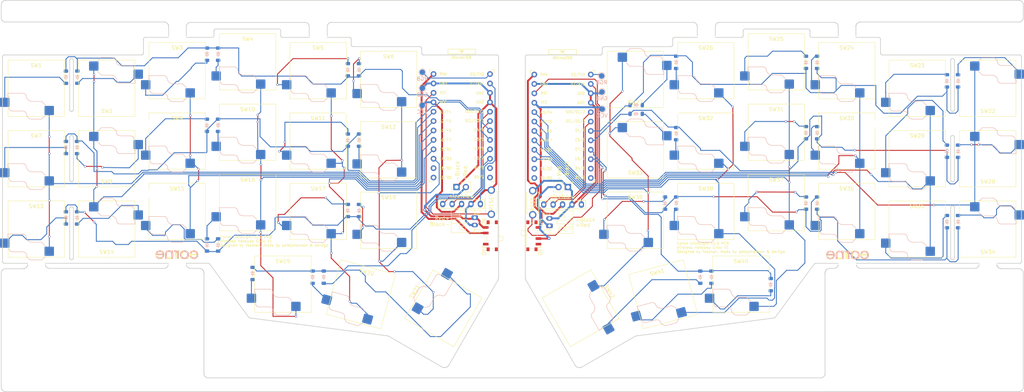
<source format=kicad_pcb>
(kicad_pcb (version 20240108) (generator "pcbnew") (generator_version "8.0")
  (title_block (title "Corne Light") (date "2020-11-12") (rev "2.0") (company "foostan"))
  (layers (0 "F.Cu" signal) (31 "B.Cu" signal) (34 "B.Paste" user) (35 "F.Paste" user) (36 "B.SilkS" user "B.Silkscreen") (37 "F.SilkS" user "F.Silkscreen") (38 "B.Mask" user) (39 "F.Mask" user) (44 "Edge.Cuts" user))
  (net 0 "")
  (net 1 "row0")
  (net 2 "row1")
  (net 3 "row2")
  (net 4 "row3")
  (net 5 "GND")
  (net 6 "VCC")
  (net 7 "col0")
  (net 8 "col1")
  (net 9 "col2")
  (net 10 "col3")
  (net 11 "col4")
  (net 12 "col5")
  (net 13 "reset")
  (net 14 "SCL")
  (net 15 "SDA")
  (net 16 "Net-(BATJ1-Pin_2)")
  (net 17 "+BATT")
  (net 18 "Net-(BATJ3-Pin_2)")
  (net 19 "Net-(D1-A)")
  (net 20 "row0_r")
  (net 21 "row1_r")
  (net 22 "row2_r")
  (net 23 "row3_r")
  (net 24 "SDA_r")
  (net 25 "SCL_r")
  (net 26 "reset_r")
  (net 27 "col0_r")
  (net 28 "col1_r")
  (net 29 "col2_r")
  (net 30 "col3_r")
  (net 31 "col4_r")
  (net 32 "col5_r")
  (net 33 "Net-(D2-A)")
  (net 34 "Net-(D3-A)")
  (net 35 "CS")
  (net 36 "RGB")
  (net 37 "Net-(D4-A)")
  (net 38 "VDD")
  (net 39 "GNDA")
  (net 40 "Net-(D5-A)")
  (net 41 "Net-(D6-A)")
  (net 42 "Net-(D7-A)")
  (net 43 "CS_r")
  (net 44 "RGB_r")
  (net 45 "+BATTA")
  (net 46 "Net-(D8-A)")
  (net 47 "Net-(D9-A)")
  (net 48 "Net-(D10-A)")
  (net 49 "Net-(D11-A)")
  (net 50 "Net-(D12-A)")
  (net 51 "Net-(D13-A)")
  (net 52 "Net-(D14-A)")
  (net 53 "Net-(D15-A)")
  (net 54 "Net-(D16-A)")
  (net 55 "Net-(D17-A)")
  (net 56 "Net-(D18-A)")
  (net 57 "Net-(D19-A)")
  (net 58 "Net-(D20-A)")
  (net 59 "Net-(D21-A)")
  (net 60 "Net-(D22-A)")
  (net 61 "Net-(D23-A)")
  (net 62 "Net-(D24-A)")
  (net 63 "Net-(D25-A)")
  (net 64 "Net-(D26-A)")
  (net 65 "Net-(D27-A)")
  (net 66 "Net-(D28-A)")
  (net 67 "Net-(D29-A)")
  (net 68 "Net-(D30-A)")
  (net 69 "Net-(D31-A)")
  (net 70 "Net-(D32-A)")
  (net 71 "Net-(D33-A)")
  (net 72 "Net-(D34-A)")
  (net 73 "Net-(D35-A)")
  (net 74 "Net-(D36-A)")
  (net 75 "Net-(D37-A)")
  (net 76 "Net-(D38-A)")
  (net 77 "Net-(D39-A)")
  (net 78 "Net-(D40-A)")
  (net 79 "Net-(D41-A)")
  (net 80 "Net-(D42-A)")
  (footprint "kbd:ResetSW_1side" (layer "F.Cu") (at 156.0125 76.817432 -90)
    (property "Reference" "RSW2" (hide yes))
    (property "Value" "SW_PUSH")
  )
  (footprint "ScottoKeebs_Hotswap:Hotswap_Choc_V1_Flipped" (layer "F.Cu") (at 278.684847 45.920432 180)
    (property "Reference" "SW22")
    (property "Value" "SW_PUSH")
  )
  (footprint "ScottoKeebs_Hotswap:Hotswap_Choc_V1_Flipped" (layer "F.Cu") (at 259.684847 45.920432)
    (property "Reference" "SW23")
    (property "Value" "SW_PUSH")
  )
  (footprint "ScottoKeebs_Hotswap:Hotswap_Choc_V1_Flipped" (layer "F.Cu") (at 240.684847 41.170432)
    (property "Reference" "SW24")
    (property "Value" "SW_PUSH")
  )
  (footprint "ScottoKeebs_Hotswap:Hotswap_Choc_V1_Flipped" (layer "F.Cu") (at 221.684847 38.795432)
    (property "Reference" "SW25")
    (property "Value" "SW_PUSH")
  )
  (footprint "ScottoKeebs_Hotswap:Hotswap_Choc_V1_Flipped" (layer "F.Cu") (at 202.684847 41.170432)
    (property "Reference" "SW26")
    (property "Value" "SW_PUSH")
  )
  (footprint "ScottoKeebs_Hotswap:Hotswap_Choc_V1_Flipped" (layer "F.Cu") (at 183.684847 43.545432 180)
    (property "Reference" "SW27")
    (property "Value" "SW_PUSH")
  )
  (footprint "ScottoKeebs_Hotswap:Hotswap_Choc_V1_Flipped" (layer "F.Cu") (at 278.684847 64.920432 180)
    (property "Reference" "SW28")
    (property "Value" "SW_PUSH")
  )
  (footprint "ScottoKeebs_Hotswap:Hotswap_Choc_V1_Flipped" (layer "F.Cu") (at 259.684847 64.920432)
    (property "Reference" "SW29")
    (property "Value" "SW_PUSH")
  )
  (footprint "ScottoKeebs_Hotswap:Hotswap_Choc_V1_Flipped" (layer "F.Cu") (at 240.684847 60.170432)
    (property "Reference" "SW30")
    (property "Value" "SW_PUSH")
  )
  (footprint "ScottoKeebs_Hotswap:Hotswap_Choc_V1_Flipped" (layer "F.Cu") (at 221.684847 57.795432)
    (property "Reference" "SW31")
    (property "Value" "SW_PUSH")
  )
  (footprint "ScottoKeebs_Hotswap:Hotswap_Choc_V1_Flipped" (layer "F.Cu") (at 202.684847 60.170432)
    (property "Reference" "SW32")
    (property "Value" "SW_PUSH")
  )
  (footprint "ScottoKeebs_Hotswap:Hotswap_Choc_V1_Flipped" (layer "F.Cu") (at 183.684847 62.545432 180)
    (property "Reference" "SW33")
    (property "Value" "SW_PUSH")
  )
  (footprint "ScottoKeebs_Hotswap:Hotswap_Choc_V1_Flipped" (layer "F.Cu") (at 278.684847 83.920432 180)
    (property "Reference" "SW34")
    (property "Value" "SW_PUSH")
  )
  (footprint "ScottoKeebs_Hotswap:Hotswap_Choc_V1_Flipped" (layer "F.Cu") (at 259.684847 83.920432)
    (property "Reference" "SW35")
    (property "Value" "SW_PUSH")
  )
  (footprint "ScottoKeebs_Hotswap:Hotswap_Choc_V1_Flipped" (layer "F.Cu") (at 240.684847 79.170432)
    (property "Reference" "SW36")
    (property "Value" "SW_PUSH")
  )
  (footprint "ScottoKeebs_Hotswap:Hotswap_Choc_V1_Flipped" (layer "F.Cu") (at 221.684847 76.795432)
    (property "Reference" "SW37")
    (property "Value" "SW_PUSH")
  )
  (footprint "ScottoKeebs_Hotswap:Hotswap_Choc_V1_Flipped" (layer "F.Cu") (at 202.684847 79.170432)
    (property "Reference" "SW38")
    (property "Value" "SW_PUSH")
  )
  (footprint "ScottoKeebs_Hotswap:Hotswap_Choc_V1_Flipped" (layer "F.Cu") (at 212.184847 98.795432)
    (property "Reference" "SW40")
    (property "Value" "SW_PUSH")
  )
  (footprint "ScottoKeebs_Hotswap:Hotswap_Choc_V1_Flipped" (layer "F.Cu") (at 191.184847 101.545432 15)
    (property "Reference" "SW41")
    (property "Value" "SW_PUSH")
  )
  (footprint "ScottoKeebs_Hotswap:Hotswap_Choc_V1_Flipped" (layer "F.Cu") (at 183.684847 81.545432)
    (property "Reference" "SW39")
    (property "Value" "SW_PUSH")
  )
  (footprint "kbd:ProMicro_v3" (layer "F.Cu") (at 136.8925 56.56)
    (property "Reference" "U1" (hide yes))
    (property "Value" "ProMicro" (hide yes))
  )
  (footprint "kbd:ProMicro_v3" (layer "F.Cu") (at 164.062847 56.686432)
    (property "Reference" "U2" (hide yes))
    (property "Value" "ProMicro" (hide yes))
  )
  (footprint "ScottoKeebs_Hotswap:Hotswap_Choc_V1_Flipped" (layer "F.Cu") (at 117.1875 43.545)
    (property "Reference" "SW6")
    (property "Value" "SW_PUSH")
  )
  (footprint "ScottoKeebs_Hotswap:Hotswap_Choc_V1_Flipped" (layer "F.Cu") (at 98.1875 41.17)
    (property "Reference" "SW5")
    (property "Value" "SW_PUSH")
  )
  (footprint "ScottoKeebs_Hotswap:Hotswap_Choc_V1_Flipped" (layer "F.Cu") (at 79.1875 38.795)
    (property "Reference" "SW4")
    (property "Value" "SW_PUSH")
  )
  (footprint "ScottoKeebs_Hotswap:Hotswap_Choc_V1_Flipped" (layer "F.Cu") (at 60.1875 41.17)
    (property "Reference" "SW3")
    (property "Value" "SW_PUSH")
  )
  (footprint "ScottoKeebs_Hotswap:Hotswap_Choc_V1_Flipped" (layer "F.Cu") (at 41.1875 45.92 180)
    (property "Reference" "SW2")
    (property "Value" "SW_PUSH")
  )
  (footprint "ScottoKeebs_Hotswap:Hotswap_Choc_V1_Flipped" (layer "F.Cu") (at 117.1875 81.545)
    (property "Reference" "SW18")
    (property "Value" "SW_PUSH")
  )
  (footprint "ScottoKeebs_Hotswap:Hotswap_Choc_V1_1.50u" (layer "F.Cu") (at 131.9375 105.295 60)
    (property "Reference" "SW21")
    (property "Value" "SW_PUSH")
  )
  (footprint "ScottoKeebs_Hotswap:Hotswap_Choc_V1_Flipped" (layer "F.Cu") (at 22.1875 83.92)
    (property "Reference" "SW13")
    (property "Value" "SW_PUSH")
  )
  (footprint "ScottoKeebs_Hotswap:Hotswap_Choc_V1_Flipped" (layer "F.Cu") (at 109.6875 101.545 -15)
    (property "Reference" "SW20")
    (property "Value" "SW_PUSH")
  )
  (footprint "ScottoKeebs_Hotswap:Hotswap_Choc_V1_Flipped" (layer "F.Cu") (at 88.6875 98.795)
    (property "Reference" "SW19")
    (property "Value" "SW_PUSH")
  )
  (footprint "ScottoKeebs_Hotswap:Hotswap_Choc_V1_Flipped" (layer "F.Cu") (at 98.1875 79.17)
    (property "Reference" "SW17")
    (property "Value" "SW_PUSH")
  )
  (footprint "ScottoKeebs_Hotswap:Hotswap_Choc_V1_Flipped" (layer "F.Cu") (at 79.1875 76.795)
    (property "Reference" "SW16")
    (property "Value" "SW_PUSH")
  )
  (footprint "ScottoKeebs_Hotswap:Hotswap_Choc_V1_Flipped" (layer "F.Cu") (at 60.1875 79.17)
    (property "Reference" "SW15")
    (property "Value" "SW_PUSH")
  )
  (footprint "ScottoKeebs_Hotswap:Hotswap_Choc_V1_Flipped" (layer "F.Cu") (at 41.1875 83.92 180)
    (property "Reference" "SW14")
    (property "Value" "SW_PUSH")
  )
  (footprint "ScottoKeebs_Hotswap:Hotswap_Choc_V1_Flipped" (layer "F.Cu") (at 117.1875 62.545)
    (property "Reference" "SW12")
    (property "Value" "SW_PUSH")
  )
  (footprint "ScottoKeebs_Hotswap:Hotswap_Choc_V1_Flipped" (layer "F.Cu") (at 98.1875 60.17)
    (property "Reference" "SW11")
    (property "Value" "SW_PUSH")
  )
  (footprint "ScottoKeebs_Hotswap:Hotswap_Choc_V1_Flipped" (layer "F.Cu") (at 79.1875 57.795)
    (property "Reference" "SW10")
    (property "Value" "SW_PUSH")
  )
  (footprint "ScottoKeebs_Hotswap:Hotswap_Choc_V1_Flipped" (layer "F.Cu") (at 60.1875 60.17)
    (property "Reference" "SW9")
    (property "Value" "SW_PUSH")
  )
  (footprint "ScottoKeebs_Hotswap:Hotswap_Choc_V1_Flipped" (layer "F.Cu") (at 41.1875 64.92 180)
    (property "Reference" "SW8")
    (property "Value" "SW_PUSH")
  )
  (footprint "ScottoKeebs_Hotswap:Hotswap_Choc_V1_Flipped" (layer "F.Cu") (at 22.1875 64.92)
    (property "Reference" "SW7")
    (property "Value" "SW_PUSH")
  )
  (footprint "ScottoKeebs_Hotswap:Hotswap_Choc_V1_Flipped" (layer "F.Cu") (at 22.1875 45.92)
    (property "Reference" "SW1")
    (property "Value" "SW_PUSH")
  )
  (footprint "kbd:thread_m2" (layer "F.Cu") (at 156.330847 93.085432)
    (property "Reference" "Ref**" (hide yes))
    (property "Value" "Val**" (hide yes))
  )
  (footprint "kbd:thread_m2" (layer "F.Cu") (at 170.889847 84.542432)
    (property "Reference" "Ref**" (hide yes))
    (property "Value" "Val**" (hide yes))
  )
  (footprint "ScottoKeebs_Hotswap:Hotswap_Choc_V1_1.50u" (layer "F.Cu") (at 168.934847 105.295432 -60)
    (property "Reference" "SW42")
    (property "Value" "SW_PUSH")
  )
  (footprint "nice_view:nice_view_1side" (layer "F.Cu") (at 131.7585 77.168)
    (property "Reference" "J2")
    (property "Value" "OLED" (hide yes))
  )
  (footprint "kbd:ResetSW_1side" (layer "F.Cu") (at 144.8625 76.671 -90)
    (property "Reference" "RSW1" (hide yes))
    (property "Value" "SW_PUSH")
  )
  (footprint "kbd:Breakaway_Tabs" (layer "F.Cu") (at 22.19625 93.38)
    (property "Reference" "J5")
    (property "Value" "Breakaway_Tabs")
  )
  (footprint "kbd:Breakaway_Tabs" (layer "F.Cu") (at 60.1845 93.38)
    (property "Reference" "J5")
    (property "Value" "Breakaway_Tabs")
  )
  (footprint "kbd:Breakaway_Tabs" (layer "F.Cu") (at 60.2875 31.97)
    (property "Reference" "J5")
    (property "Value" "Breakaway_Tabs")
  )
  (footprint "kbd:Breakaway_Tabs" (layer "F.Cu") (at 98.2575 31.97)
    (property "Reference" "J5")
    (property "Value" "Breakaway_Tabs")
  )
  (footprint "kbd:Breakaway_Tabs" (layer "F.Cu") (at 202.7775 31.98)
    (property "Reference" "J5")
    (property "Value" "Breakaway_Tabs")
  )
  (footprint "kbd:Breakaway_Tabs" (layer "F.Cu") (at 240.7975 31.97)
    (property "Reference" "J5")
    (property "Value" "Breakaway_Tabs")
  )
  (footprint "kbd:Breakaway_Tabs" (layer "F.Cu") (at 278.8275 93.39)
    (property "Reference" "J5")
    (property "Value" "Breakaway_Tabs")
  )
  (footprint "kbd:Breakaway_Tabs" (layer "F.Cu") (at 240.8275 93.39)
    (property "Reference" "J5")
    (property "Value" "Breakaway_Tabs")
  )
  (footprint "nice_view:nice_view_1side" (layer "F.Cu") (at 158.9875 77.31)
    (property "Reference" "J7")
    (property "Value" "OLED" (hide yes))
  )
  (footprint "kbd:corne-logo-horizontal" (layer "F.Cu") (at 60.2175 90.93)
    (property "Reference" "G***" (hide yes))
    (property "Value" "LOGO" (hide yes))
  )
  (footprint "kbd:corne-logo-horizontal" (layer "F.Cu") (at 240.9975 91.01)
    (property "Reference" "G***" (hide yes))
    (property "Value" "LOGO" (hide yes))
  )
  (footprint "Button_Switch_SMD:SW_SPDT_PCM12" (layer "F.Cu") (at 156.1325 85.745 -90)
    (property "Reference" "PSW2" (hide yes))
    (property "Value" "SW_SPST")
  )
  (footprint "Connector_JST:JST_PH_S2B-PH-K_1x02_P2.00mm_Horizontal" (layer "F.Cu") (at 160.5375 83.045 90)
    (property "Reference" "BATJ4" (hide yes))
    (property "Value" "Conn_01x02_Female")
  )
  (footprint "Connector_PinHeader_2.54mm:PinHeader_1x02_P2.54mm_Vertical" (layer "F.Cu") (at 165.5125 72.595 -90)
    (property "Reference" "BATJ3")
    (property "Value" "Conn_01x02_Female")
  )
  (footprint "Connector_PinHeader_2.54mm:PinHeader_1x02_P2.54mm_Vertical" (layer "F.Cu") (at 135.4725 72.595 90)
    (property "Reference" "BATJ1")
    (property "Value" "Conn_01x02_Female")
  )
  (footprint "Button_Switch_SMD:SW_SPDT_PCM12" (layer "F.Cu") (at 144.7875 85.745 90)
    (property "Reference" "PSW1" (hide yes))
    (property "Value" "SW_SPST")
  )
  (footprint "Connector_JST:JST_PH_S2B-PH-K_1x02_P2.00mm_Horizontal" (layer "F.Cu") (at 140.3875 80.845 -90)
    (property "Reference" "BATJ2" (hide yes))
    (property "Value" "Conn_01x02_Female")
  )
  (footprint "ScottoKeebs_Components:Diode_SOD-123" (layer "B.Cu") (at 270.684847 81.920432 90)
    (property "Reference" "D34" (hide yes))
    (property "Value" "D")
  )
  (footprint "ScottoKeebs_Components:Diode_SOD-123" (layer "B.Cu") (at 232.684847 76.920432 90)
    (property "Reference" "D36" (hide yes))
    (property "Value" "D")
  )
  (footprint "ScottoKeebs_Components:Diode_SOD-123" (layer "B.Cu") (at 229.684847 76.915432 90)
    (property "Reference" "D37" (hide yes))
    (property "Value" "D")
  )
  (footprint "ScottoKeebs_Components:Diode_SOD-123" (layer "B.Cu") (at 194.684847 76.920432 -90)
    (property "Reference" "D38" (hide yes))
    (property "Value" "D")
  )
  (footprint "ScottoKeebs_Components:Diode_SOD-123" (layer "B.Cu") (at 191.684847 76.920432 90)
    (property "Reference" "D39" (hide yes))
    (property "Value" "D")
  )
  (footprint "ScottoKeebs_Components:Diode_SOD-123" (layer "B.Cu") (at 220.184847 98.930432 -90)
    (property "Reference" "D40" (hide yes))
    (property "Value" "D")
  )
  (footprint "ScottoKeebs_Components:Diode_SOD-123" (layer "B.Cu") (at 204.194847 96.915432 -90)
    (property "Reference" "D41" (hide yes))
    (property "Value" "D")
  )
  (footprint "ScottoKeebs_Components:Diode_SOD-123" (layer "B.Cu") (at 201.194847 96.915432 -90)
    (property "Reference" "D42" (hide yes))
    (property "Value" "D")
  )
  (footprint "ScottoKeebs_Components:Diode_SOD-123" (layer "B.Cu") (at 270.684847 43.920432 90)
    (property "Reference" "D22" (hide yes))
    (property "Value" "D")
  )
  (footprint "ScottoKeebs_Components:Diode_SOD-123" (layer "B.Cu") (at 267.684847 43.920432 90)
    (property "Reference" "D23" (hide yes))
    (property "Value" "D")
  )
  (footprint "ScottoKeebs_Components:Diode_SOD-123" (layer "B.Cu") (at 232.684847 38.920432 90)
    (property "Reference" "D24" (hide yes))
    (property "Value" "D")
  )
  (footprint "ScottoKeebs_Components:Diode_SOD-123" (layer "B.Cu") (at 229.684847 38.915432 90)
    (property "Reference" "D25" (hide yes))
    (property "Value" "D")
  )
  (footprint "ScottoKeebs_Components:Diode_SOD-123" (layer "B.Cu") (at 194.684847 38.920432 -90)
    (property "Reference" "D26" (hide yes))
    (property "Value" "D")
  )
  (footprint "ScottoKeebs_Components:Diode_SOD-123" (layer "B.Cu") (at 183.9125 50.445)
    (property "Reference" "D27" (hide yes))
    (property "Value" "D")
  )
  (footprint "ScottoKeebs_Components:Diode_SOD-123" (layer "B.Cu") (at 270.684847 62.920432 90)
    (property "Reference" "D28" (hide yes))
    (property "Value" "D")
  )
  (footprint "ScottoKeebs_Components:Diode_SOD-123" (layer "B.Cu") (at 267.684847 62.920432 90)
    (property "Reference" "D29" (hide yes))
    (property "Value" "D")
  )
  (footprint "ScottoKeebs_Components:Diode_SOD-123" (layer "B.Cu") (at 232.684847 57.920432 90)
    (property "Reference" "D30" (hide yes))
    (property "Value" "D")
  )
  (footprint "ScottoKeebs_Components:Diode_SOD-123" (layer "B.Cu") (at 229.684847 57.915432 90)
    (property "Reference" "D31" (hide yes))
    (property "Value" "D")
  )
  (footprint "ScottoKeebs_Components:Diode_SOD-123" (layer "B.Cu") (at 194.684847 58.170432 -90)
    (property "Reference" "D32" (hide yes))
    (property "Value" "D")
  )
  (footprint "ScottoKeebs_Components:Diode_SOD-123" (layer "B.Cu") (at 33.1875 80.92 -90)
    (property "Reference" "D14" (hide yes))
    (property "Value" "D")
  )
  (footprint "ScottoKeebs_Components:Diode_SOD-123" (layer "B.Cu") (at 33.1875 61.92 -90)
    (property "Reference" "D8" (hide yes))
    (property "Value" "D")
  )
  (footprint "ScottoKeebs_Components:Diode_SOD-123" (layer "B.Cu") (at 33.2625 42.92 -90)
    (property "Reference" "D2" (hide yes))
    (property "Value" "D")
  )
  (footprint "ScottoKeebs_Components:Diode_SOD-123" (layer "B.Cu") (at 183.9125 52.82)
    (property "Reference" "D33" (hide yes))
    (property "Value" "D")
  )
  (footprint "ScottoKeebs_Components:Diode_SOD-123" (layer "B.Cu") (at 99.6875 96.905 -90)
    (property "Reference" "D21" (hide yes))
    (property "Value" "D")
  )
  (footprint "ScottoKeebs_Components:Diode_SOD-123" (layer "B.Cu") (at 96.6875 96.905 -90)
    (property "Reference" "D20" (hide yes))
    (property "Value" "D")
  )
  (footprint "ScottoKeebs_Components:Diode_SOD-123" (layer "B.Cu") (at 80.5075 95.91 -90)
    (property "Reference" "D19" (hide yes))
    (property "Value" "D")
  )
  (footprint "ScottoKeebs_Components:Diode_SOD-123" (layer "B.Cu") (at 109.1875 78.92 90)
    (property "Reference" "D18" (hide yes))
    (property "Value" "D")
  )
  (footprint "ScottoKeebs_Components:Diode_SOD-123" (layer "B.Cu") (at 106.1875 78.92 90)
    (property "Reference" "D17" (hide yes))
    (property "Value" "D")
  )
  (footprint "ScottoKeebs_Components:Diode_SOD-123" (layer "B.Cu") (at 68.2125 88.215 90)
    (property "Reference" "D16" (hide yes))
    (property "Value" "D")
  )
  (footprint "ScottoKeebs_Components:Diode_SOD-123" (layer "B.Cu") (at 71.2125 88.22 90)
    (property "Reference" "D15" (hide yes))
    (property "Value" "D")
  )
  (footprint "ScottoKeebs_Components:Diode_SOD-123" (layer "B.Cu") (at 30.1875 80.916875 -90)
    (property "Reference" "D13" (hide yes))
    (property "Value" "D")
  )
  (footprint "ScottoKeebs_Components:Diode_SOD-123" (layer "B.Cu") (at 109.1875 59.92 -90)
    (property "Reference" "D12" (hide yes))
    (property "Value" "D")
  )
  (footprint "ScottoKeebs_Components:Diode_SOD-123" (layer "B.Cu") (at 106.1875 59.92 90)
    (property "Reference" "D11" (hide yes))
    (property "Value" "D")
  )
  (footprint "ScottoKeebs_Components:Diode_SOD-123" (layer "B.Cu") (at 71.1875 55.915 -90)
    (property "Reference" "D10" (hide yes))
    (property "Value" "D")
  )
  (footprint "ScottoKeebs_Components:Diode_SOD-123" (layer "B.Cu") (at 68.1875 55.92 90)
    (property "Reference" "D9" (hide yes))
    (property "Value" "D")
  )
  (footprint "ScottoKeebs_Components:Diode_SOD-123" (layer "B.Cu") (at 30.1875 61.916875 -90)
    (property "Reference" "D7" (hide yes))
    (property "Value" "D")
  )
  (footprint "ScottoKeebs_Components:Diode_SOD-123" (layer "B.Cu") (at 109.1875 40.92 90)
    (property "Reference" "D6" (hide yes))
    (property "Value" "D")
  )
  (footprint "ScottoKeebs_Components:Diode_SOD-123" (layer "B.Cu") (at 106.1875 40.92 90)
    (property "Reference" "D5" (hide yes))
    (property "Value" "D")
  )
  (footprint "ScottoKeebs_Components:Diode_SOD-123" (layer "B.Cu") (at 71.2125 36.72 -90)
    (property "Reference" "D4" (hide yes))
    (property "Value" "D")
  )
  (footprint "ScottoKeebs_Components:Diode_SOD-123" (layer "B.Cu") (at 68.2125 36.725 -90)
    (property "Reference" "D3" (hide yes))
    (property "Value" "D")
  )
  (footprint "ScottoKeebs_Components:Diode_SOD-123" (layer "B.Cu") (at 30.1875 42.941875 -90)
    (property "Reference" "D1" (hide yes))
    (property "Value" "D")
  )
  (footprint "ScottoKeebs_Components:Diode_SOD-123" (layer "B.Cu") (at 267.684847 81.920432 90)
    (property "Reference" "D35" (hide yes))
    (property "Value" "D")
  )
  (footprint "kbd:spacer_m2" (layer "B.Cu") (at 31.6955 74.4205 180)
    (property "Reference" "Ref**" (hide yes))
    (property "Value" "Val**" (hide yes))
  )
  (footprint "kbd:spacer_m2" (layer "B.Cu") (at 107.6505 51.9305 180)
    (property "Reference" "Ref**" (hide yes))
    (property "Value" "Val**" (hide yes))
  )
  (footprint "kbd:spacer_m2" (layer "B.Cu") (at 31.6955 55.4205 180)
    (property "Reference" "Ref**" (hide yes))
    (property "Value" "Val**" (hide yes))
  )
  (footprint "kbd:spacer_m2" (layer "B.Cu") (at 74.8395 91.6855 180)
    (property "Reference" "Ref**" (hide yes))
    (property "Value" "Val**" (hide yes))
  )
  (footprint "kbd:spacer_m2" (layer "B.Cu") (at 121.4055 99.3 180)
    (property "Reference" "Ref**" (hide yes))
    (property "Value" "Val**" (hide yes))
  )
  (footprint "kbd:thread_m2" (layer "B.Cu") (at 129.9445 84.419 180)
    (property "Reference" "Ref**" (hide yes))
    (property "Value" "Val**" (hide yes))
  )
  (footprint "kbd:thread_m2" (layer "B.Cu") (at 144.3765 92.94 180)
    (property "Reference" "Ref**" (hide yes))
    (property "Value" "Val**" (hide yes))
  )
  (footprint "kbd:spacer_m2" (layer "B.Cu") (at 193.235847 51.936932 180)
    (property "Reference" "Ref**" (hide yes))
    (property "Value" "Val**" (hide yes))
  )
  (footprint "kbd:spacer_m2" (layer "B.Cu") (at 179.485847 99.446932 180)
    (property "Reference" "Ref**" (hide yes))
    (property "Value" "Val**" (hide yes))
  )
  (footprint "kbd:spacer_m2" (layer "B.Cu") (at 226.055847 91.696932 180)
    (property "Reference" "Ref**" (hide yes))
    (property "Value" "Val**" (hide yes))
  )
  (footprint "kbd:spacer_m2" (layer "B.Cu") (at 269.195847 55.426932 180)
    (property "Reference" "Ref**" (hide yes))
    (property "Value" "Val**" (hide yes))
  )
  (footprint "kbd:spacer_m2" (layer "B.Cu") (at 269.195847 74.426932 180)
    (property "Reference" "Ref**" (hide yes))
    (property "Value" "Val**" (hide yes))
  )
  (footprint "kbd:corne-logo-horizontal" (layer "B.Cu") (at 59.9875 90.93 180)
    (property "Reference" "G***" (hide yes))
    (property "Value" "LOGO" (hide yes))
  )
  (footprint "kbd:corne-logo-horizontal" (layer "B.Cu") (at 240.7675 91.01 180)
    (property "Reference" "G***" (hide yes))
    (property "Value" "LOGO" (hide yes))
  )
  (footprint "kbd:spacer_m2" (layer "B.Cu") (at 50.7125 74.445 180)
    (property "Reference" "Ref**" (hide yes))
    (property "Value" "Val**" (hide yes))
  )
  (footprint "kbd:spacer_m2" (layer "B.Cu") (at 50.7125 55.445 180)
    (property "Reference" "Ref**" (hide yes))
    (property "Value" "Val**" (hide yes))
  )
  (footprint "kbd:spacer_m2" (layer "B.Cu") (at 250.2125 74.426932 180)
    (property "Reference" "Ref**" (hide yes))
    (property "Value" "Val**" (hide yes))
  )
  (footprint "kbd:spacer_m2" (layer "B.Cu") (at 250.2125 55.426932 180)
    (property "Reference" "Ref**" (hide yes))
    (property "Value" "Val**" (hide yes))
  )
  (footprint "TestPoint:TestPoint_Pad_D1.5mm" (layer "B.Cu") (at 126.2375 50.545 180)
    (property "Reference" "TP2")
    (property "Value" "VCC")
  )
  (footprint "TestPoint:TestPoint_Pad_D1.5mm" (layer "B.Cu") (at 174.7625 51.545 180)
    (property "Reference" "TP5")
    (property "Value" "VCC")
  )
  (footprint "TestPoint:TestPoint_Pad_D1.5mm" (layer "B.Cu") (at 174.6125 42.595 180)
    (property "Reference" "TP4")
    (property "Value" "RGB")
  )
  (footprint "TestPoint:TestPoint_Pad_D1.5mm" (layer "B.Cu") (at 174.6875 46.92 180)
    (property "Reference" "TP6")
    (property "Value" "GND")
  )
  (footprint "TestPoint:TestPoint_Pad_D1.5mm" (layer "B.Cu") (at 126.2625 41.595 180)
    (property "Reference" "TP1")
    (property "Value" "RGB")
  )
  (footprint "TestPoint:TestPoint_Pad_D1.5mm" (layer "B.Cu") (at 126.2625 45.92 180)
    (property "Reference" "TP3")
    (property "Value" "GND")
  )
  (gr_line (start 31.1975 51.66) (end 31.1975 38.41) (stroke (width 0.2)) (layer "Edge.Cuts"))
  (gr_line (start 32.1975 59.16) (end 32.1975 70.66) (stroke (width 0.2)) (layer "Edge.Cuts"))
  (gr_line (start 31.47875 37.94125) (end 31.6975 37.91) (stroke (width 0.2)) (layer "Edge.Cuts"))
  (gr_line (start 31.885 37.94125) (end 31.6975 37.91) (stroke (width 0.2)) (layer "Edge.Cuts"))
  (gr_line (start 31.22875 38.2225) (end 31.3225 38.035) (stroke (width 0.2)) (layer "Edge.Cuts"))
  (gr_line (start 31.22875 38.2225) (end 31.1975 38.41) (stroke (width 0.2)) (layer "Edge.Cuts"))
  (gr_line (start 32.16625 38.2225) (end 32.0725 38.035) (stroke (width 0.2)) (layer "Edge.Cuts"))
  (gr_line (start 32.1975 38.41) (end 32.16625 38.2225) (stroke (width 0.2)) (layer "Edge.Cuts"))
  (gr_line (start 31.51 52.12875) (end 31.6975 52.16) (stroke (width 0.2)) (layer "Edge.Cuts"))
  (gr_line (start 31.22875 51.8475) (end 31.3225 52.035) (stroke (width 0.2)) (layer "Edge.Cuts"))
  (gr_line (start 31.1975 51.66) (end 31.22875 51.8475) (stroke (width 0.2)) (layer "Edge.Cuts"))
  (gr_line (start 32.16625 51.8475) (end 32.1975 51.66) (stroke (width 0.2)) (layer "Edge.Cuts"))
  (gr_line (start 31.91625 52.12875) (end 32.0725 52.035) (stroke (width 0.2)) (layer "Edge.Cuts"))
  (gr_line (start 32.16625 51.8475) (end 32.0725 52.035) (stroke (width 0.2)) (layer "Edge.Cuts"))
  (gr_line (start 31.91625 52.12875) (end 31.6975 52.16) (stroke (width 0.2)) (layer "Edge.Cuts"))
  (gr_line (start 31.3225 52.035) (end 31.51 52.12875) (stroke (width 0.2)) (layer "Edge.Cuts"))
  (gr_line (start 31.885 58.69125) (end 31.6975 58.66) (stroke (width 0.2)) (layer "Edge.Cuts"))
  (gr_line (start 32.16625 58.9725) (end 32.0725 58.785) (stroke (width 0.2)) (layer "Edge.Cuts"))
  (gr_line (start 32.1975 59.16) (end 32.16625 58.9725) (stroke (width 0.2)) (layer "Edge.Cuts"))
  (gr_line (start 31.22875 58.9725) (end 31.1975 59.16) (stroke (width 0.2)) (layer "Edge.Cuts"))
  (gr_line (start 31.47875 58.69125) (end 31.3225 58.785) (stroke (width 0.2)) (layer "Edge.Cuts"))
  (gr_line (start 31.22875 58.9725) (end 31.3225 58.785) (stroke (width 0.2)) (layer "Edge.Cuts"))
  (gr_line (start 31.47875 58.69125) (end 31.6975 58.66) (stroke (width 0.2)) (layer "Edge.Cuts"))
  (gr_line (start 32.0725 58.785) (end 31.885 58.69125) (stroke (width 0.2)) (layer "Edge.Cuts"))
  (gr_line (start 31.51 71.12875) (end 31.6975 71.16) (stroke (width 0.2)) (layer "Edge.Cuts"))
  (gr_line (start 32.16625 70.8475) (end 32.1975 70.66) (stroke (width 0.2)) (layer "Edge.Cuts"))
  (gr_line (start 32.16625 70.8475) (end 32.0725 71.035) (stroke (width 0.2)) (layer "Edge.Cuts"))
  (gr_line (start 31.22875 70.8475) (end 31.3225 71.035) (stroke (width 0.2)) (layer "Edge.Cuts"))
  (gr_line (start 31.91625 71.12875) (end 32.0725 71.035) (stroke (width 0.2)) (layer "Edge.Cuts"))
  (gr_line (start 31.3225 71.035) (end 31.51 71.12875) (stroke (width 0.2)) (layer "Edge.Cuts"))
  (gr_line (start 31.91625 71.12875) (end 31.6975 71.16) (stroke (width 0.2)) (layer "Edge.Cuts"))
  (gr_line (start 31.1975 70.66) (end 31.22875 70.8475) (stroke (width 0.2)) (layer "Edge.Cuts"))
  (gr_line (start 31.47875 77.94125) (end 31.3225 78.035) (stroke (width 0.2)) (layer "Edge.Cuts"))
  (gr_line (start 31.22875 78.2225) (end 31.3225 78.035) (stroke (width 0.2)) (layer "Edge.Cuts"))
  (gr_line (start 32.16625 78.2225) (end 32.0725 78.035) (stroke (width 0.2)) (layer "Edge.Cuts"))
  (gr_line (start 31.885 77.94125) (end 31.6975 77.91) (stroke (width 0.2)) (layer "Edge.Cuts"))
  (gr_line (start 32.0725 78.035) (end 31.885 77.94125) (stroke (width 0.2)) (layer "Edge.Cuts"))
  (gr_line (start 31.22875 78.2225) (end 31.1975 78.41) (stroke (width 0.2)) (layer "Edge.Cuts"))
  (gr_line (start 32.1975 78.41) (end 32.16625 78.2225) (stroke (width 0.2)) (layer "Edge.Cuts"))
  (gr_line (start 31.47875 77.94125) (end 31.6975 77.91) (stroke (width 0.2)) (layer "Edge.Cuts"))
  (gr_line (start 32.16625 91.8475) (end 32.1975 91.66) (stroke (width 0.2)) (layer "Edge.Cuts"))
  (gr_line (start 31.91625 92.12875) (end 32.0725 92.035) (stroke (width 0.2)) (layer "Edge.Cuts"))
  (gr_line (start 31.91625 92.12875) (end 31.6975 92.16) (stroke (width 0.2)) (layer "Edge.Cuts"))
  (gr_line (start 32.16625 91.8475) (end 32.0725 92.035) (stroke (width 0.2)) (layer "Edge.Cuts"))
  (gr_line (start 31.1975 91.66) (end 31.22875 91.8475) (stroke (width 0.2)) (layer "Edge.Cuts"))
  (gr_line (start 31.22875 91.8475) (end 31.3225 92.035) (stroke (width 0.2)) (layer "Edge.Cuts"))
  (gr_line (start 31.51 92.12875) (end 31.6975 92.16) (stroke (width 0.2)) (layer "Edge.Cuts"))
  (gr_line (start 31.3225 92.035) (end 31.51 92.12875) (stroke (width 0.2)) (layer "Edge.Cuts"))
  (gr_line (start 269.385 37.94125) (end 269.1975 37.91) (stroke (width 0.2)) (layer "Edge.Cuts"))
  (gr_line (start 269.66625 38.2225) (end 269.5725 38.035) (stroke (width 0.2)) (layer "Edge.Cuts"))
  (gr_line (start 269.6975 38.41) (end 269.66625 38.2225) (stroke (width 0.2)) (layer "Edge.Cuts"))
  (gr_line (start 268.72875 38.2225) (end 268.6975 38.41) (stroke (width 0.2)) (layer "Edge.Cuts"))
  (gr_line (start 268.97875 37.94125) (end 268.8225 38.035) (stroke (width 0.2)) (layer "Edge.Cuts"))
  (gr_line (start 268.72875 38.2225) (end 268.8225 38.035) (stroke (width 0.2)) (layer "Edge.Cuts"))
  (gr_line (start 268.97875 37.94125) (end 269.1975 37.91) (stroke (width 0.2)) (layer "Edge.Cuts"))
  (gr_line (start 269.5725 38.035) (end 269.385 37.94125) (stroke (width 0.2)) (layer "Edge.Cuts"))
  (gr_line (start 269.66625 51.8475) (end 269.5725 52.035) (stroke (width 0.2)) (layer "Edge.Cuts"))
  (gr_line (start 269.41625 52.12875) (end 269.5725 52.035) (stroke (width 0.2)) (layer "Edge.Cuts"))
  (gr_line (start 268.72875 51.8475) (end 268.8225 52.035) (stroke (width 0.2)) (layer "Edge.Cuts"))
  (gr_line (start 269.01 52.12875) (end 269.1975 52.16) (stroke (width 0.2)) (layer "Edge.Cuts"))
  (gr_line (start 269.41625 52.12875) (end 269.1975 52.16) (stroke (width 0.2)) (layer "Edge.Cuts"))
  (gr_line (start 269.66625 51.8475) (end 269.6975 51.66) (stroke (width 0.2)) (layer "Edge.Cuts"))
  (gr_line (start 268.8225 52.035) (end 269.01 52.12875) (stroke (width 0.2)) (layer "Edge.Cuts"))
  (gr_line (start 268.6975 51.66) (end 268.72875 51.8475) (stroke (width 0.2)) (layer "Edge.Cuts"))
  (gr_line (start 268.97875 58.69125) (end 269.1975 58.66) (stroke (width 0.2)) (layer "Edge.Cuts"))
  (gr_line (start 268.72875 58.9725) (end 268.6975 59.16) (stroke (width 0.2)) (layer "Edge.Cuts"))
  (gr_line (start 269.5725 58.785) (end 269.385 58.69125) (stroke (width 0.2)) (layer "Edge.Cuts"))
  (gr_line (start 269.66625 58.9725) (end 269.5725 58.785) (stroke (width 0.2)) (layer "Edge.Cuts"))
  (gr_line (start 269.385 58.69125) (end 269.1975 58.66) (stroke (width 0.2)) (layer "Edge.Cuts"))
  (gr_line (start 268.97875 58.69125) (end 268.8225 58.785) (stroke (width 0.2)) (layer "Edge.Cuts"))
  (gr_line (start 268.72875 58.9725) (end 268.8225 58.785) (stroke (width 0.2)) (layer "Edge.Cuts"))
  (gr_line (start 269.6975 59.16) (end 269.66625 58.9725) (stroke (width 0.2)) (layer "Edge.Cuts"))
  (gr_line (start 269.41625 71.12875) (end 269.1975 71.16) (stroke (width 0.2)) (layer "Edge.Cuts"))
  (gr_line (start 269.66625 70.8475) (end 269.6975 70.66) (stroke (width 0.2)) (layer "Edge.Cuts"))
  (gr_line (start 268.6975 70.66) (end 268.72875 70.8475) (stroke (width 0.2)) (layer "Edge.Cuts"))
  (gr_line (start 269.41625 71.12875) (end 269.5725 71.035) (stroke (width 0.2)) (layer "Edge.Cuts"))
  (gr_line (start 269.01 71.12875) (end 269.1975 71.16) (stroke (width 0.2)) (layer "Edge.Cuts"))
  (gr_line (start 269.66625 70.8475) (end 269.5725 71.035) (stroke (width 0.2)) (layer "Edge.Cuts"))
  (gr_line (start 268.8225 71.035) (end 269.01 71.12875) (stroke (width 0.2)) (layer "Edge.Cuts"))
  (gr_line (start 268.72875 70.8475) (end 268.8225 71.035) (stroke (width 0.2)) (layer "Edge.Cuts"))
  (gr_line (start 269.66625 77.9725) (end 269.5725 77.785) (stroke (width 0.2)) (layer "Edge.Cuts"))
  (gr_line (start 268.72875 77.9725) (end 268.8225 77.785) (stroke (width 0.2)) (layer "Edge.Cuts"))
  (gr_line (start 269.5725 77.785) (end 269.385 77.69125) (stroke (width 0.2)) (layer "Edge.Cuts"))
  (gr_line (start 268.72875 77.9725) (end 268.6975 78.16) (stroke (width 0.2)) (layer "Edge.Cuts"))
  (gr_line (start 268.97875 77.69125) (end 268.8225 77.785) (stroke (width 0.2)) (layer "Edge.Cuts"))
  (gr_line (start 269.385 77.69125) (end 269.1975 77.66) (stroke (width 0.2)) (layer "Edge.Cuts"))
  (gr_line (start 269.6975 78.16) (end 269.66625 77.9725) (stroke (width 0.2)) (layer "Edge.Cuts"))
  (gr_line (start 268.97875 77.69125) (end 269.1975 77.66) (stroke (width 0.2)) (layer "Edge.Cuts"))
  (gr_line (start 268.6975 91.66) (end 268.72875 91.8475) (stroke (width 0.2)) (layer "Edge.Cuts"))
  (gr_line (start 269.41625 92.12875) (end 269.1975 92.16) (stroke (width 0.2)) (layer "Edge.Cuts"))
  (gr_line (start 269.01 92.12875) (end 269.1975 92.16) (stroke (width 0.2)) (layer "Edge.Cuts"))
  (gr_line (start 269.66625 91.8475) (end 269.5725 92.035) (stroke (width 0.2)) (layer "Edge.Cuts"))
  (gr_line (start 268.8225 92.035) (end 269.01 92.12875) (stroke (width 0.2)) (layer "Edge.Cuts"))
  (gr_line (start 268.72875 91.8475) (end 268.8225 92.035) (stroke (width 0.2)) (layer "Edge.Cuts"))
  (gr_line (start 269.66625 91.8475) (end 269.6975 91.66) (stroke (width 0.2)) (layer "Edge.Cuts"))
  (gr_line (start 269.41625 92.12875) (end 269.5725 92.035) (stroke (width 0.2)) (layer "Edge.Cuts"))
  (gr_line (start 287.761114 27.841367) (end 287.933833 27.699127) (stroke (width 0.2)) (layer "Edge.Cuts"))
  (gr_line (start 19.674538 94.092121) (end 19.671998 94.094661) (stroke (width 0.2)) (layer "Edge.Cuts"))
  (gr_line (start 57.853241 29.027545) (end 57.855781 29.027545) (stroke (width 0.2)) (layer "Edge.Cuts"))
  (gr_line (start 237.248183 28.136006) (end 206.377054 28.136006) (stroke (width 0.2)) (layer "Edge.Cuts"))
  (gr_line (start 57.782121 28.798946) (end 57.782121 28.798946) (stroke (width 0.2)) (layer "Edge.Cuts"))
  (gr_line (start 13.283905 37.031077) (end 13.184845 37.132677) (stroke (width 0.2)) (layer "Edge.Cuts"))
  (gr_line (start 57.784661 28.801486) (end 57.787201 28.806566) (stroke (width 0.2)) (layer "Edge.Cuts"))
  (gr_line (start 95.445203 28.473826) (end 95.272484 28.334126) (stroke (width 0.2)) (layer "Edge.Cuts"))
  (gr_line (start 62.630976 93.406322) (end 62.630976 93.411402) (stroke (width 0.2)) (layer "Edge.Cuts"))
  (gr_line (start 243.161298 29.037705) (end 243.161298 29.037705) (stroke (width 0.2)) (layer "Edge.Cuts"))
  (gr_line (start 234.804706 123.167472) (end 234.825026 122.943953) (stroke (width 0.2)) (layer "Edge.Cuts"))
  (gr_line (start 12.946085 22.715652) (end 12.841945 22.911231) (stroke (width 0.2)) (layer "Edge.Cuts"))
  (gr_line (start 18.653459 94.643301) (end 18.650919 94.643301) (stroke (width 0.2)) (layer "Edge.Cuts"))
  (gr_line (start 88.185891 31.981562) (end 88.284951 32.080622) (stroke (width 0.2)) (layer "Edge.Cuts"))
  (gr_line (start 18.645839 94.643301) (end 13.893504 94.643301) (stroke (width 0.2)) (layer "Edge.Cuts"))
  (gr_line (start 57.279201 94.348661) (end 57.449381 94.208961) (stroke (width 0.2)) (layer "Edge.Cuts"))
  (gr_line (start 18.892219 94.617901) (end 18.887139 94.617901) (stroke (width 0.2)) (layer "Edge.Cuts"))
  (gr_line (start 79.481319 107.782708) (end 79.595619 107.869068) (stroke (width 0.2)) (layer "Edge.Cuts"))
  (gr_line (start 234.825026 95.768519) (end 234.825026 95.768519) (stroke (width 0.2)) (layer "Edge.Cuts"))
  (gr_line (start 107.113952 34.35138) (end 107.185072 34.48092) (stroke (width 0.2)) (layer "Edge.Cuts"))
  (gr_line (start 19.875198 93.180262) (end 19.880278 93.408862) (stroke (width 0.2)) (layer "Edge.Cuts"))
  (gr_line (start 66.616232 94.638221) (end 66.618772 94.638221) (stroke (width 0.2)) (layer "Edge.Cuts"))
  (gr_line (start 19.857418 93.642542) (end 19.857418 93.642542) (stroke (width 0.2)) (layer "Edge.Cuts"))
  (gr_line (start 231.274109 32.184762) (end 238.386102 32.184762) (stroke (width 0.2)) (layer "Edge.Cuts"))
  (gr_line (start 287.756034 94.82618) (end 287.557914 94.72204) (stroke (width 0.2)) (layer "Edge.Cuts"))
  (gr_line (start 94.863544 28.166486) (end 94.640024 28.143626) (stroke (width 0.2)) (layer "Edge.Cuts"))
  (gr_line (start 249.673851 32.387962) (end 249.744971 32.520042) (stroke (width 0.2)) (layer "Edge.Cuts"))
  (gr_line (start 169.40485 121.097374) (end 169.277851 121.173574) (stroke (width 0.2)) (layer "Edge.Cuts"))
  (gr_line (start 67.281711 95.29862) (end 67.284251 95.30116) (stroke (width 0.2)) (layer "Edge.Cuts"))
  (gr_line (start 205.935094 28.224906) (end 205.739515 28.329046) (stroke (width 0.2)) (layer "Edge.Cuts"))
  (gr_line (start 243.161298 29.037705) (end 243.161298 29.037705) (stroke (width 0.2)) (layer "Edge.Cuts"))
  (gr_line (start 101.769797 28.143626) (end 101.762177 28.143626) (stroke (width 0.2)) (layer "Edge.Cuts"))
  (gr_line (start 13.184845 37.132677) (end 13.113725 37.262217) (stroke (width 0.2)) (layer "Edge.Cuts"))
  (gr_line (start 234.847886 95.53484) (end 234.850426 95.5323) (stroke (width 0.2)) (layer "Edge.Cuts"))
  (gr_line (start 19.128439 94.544241) (end 19.128439 94.544241) (stroke (width 0.2)) (layer "Edge.Cuts"))
  (gr_line (start 236.051845 94.534081) (end 236.051845 94.534081) (stroke (width 0.2)) (layer "Edge.Cuts"))
  (gr_line (start 237.685063 28.222366) (end 237.471703 28.156326) (stroke (width 0.2)) (layer "Edge.Cuts"))
  (gr_line (start 288.238633 95.545) (end 288.172593 95.33164) (stroke (width 0.2)) (layer "Edge.Cuts"))
  (gr_line (start 243.161298 29.037705) (end 243.161298 29.032625) (stroke (width 0.2)) (layer "Edge.Cuts"))
  (gr_line (start 243.240037 93.396162) (end 243.240037 93.403782) (stroke (width 0.2)) (layer "Edge.Cuts"))
  (gr_line (start 221.114119 107.930027) (end 221.022679 107.937647) (stroke (width 0.2)) (layer "Edge.Cuts"))
  (gr_line (start 70.113808 30.261984) (end 70.085868 30.429624) (stroke (width 0.2)) (layer "Edge.Cuts"))
  (gr_line (start 230.87279 31.986642) (end 230.80167 31.854563) (stroke (width 0.2)) (layer "Edge.Cuts"))
  (gr_line (start 281.35016 94.089581) (end 281.34762 94.084501) (stroke (width 0.2)) (layer "Edge.Cuts"))
  (gr_line (start 234.494826 123.749132) (end 234.637066 123.576412) (stroke (width 0.2)) (layer "Edge.Cuts"))
  (gr_line (start 287.273434 36.937098) (end 287.443614 36.967578) (stroke (width 0.2)) (layer "Edge.Cuts"))
  (gr_line (start 50.886027 36.830418) (end 50.985087 36.728818) (stroke (width 0.2)) (layer "Edge.Cuts"))
  (gr_line (start 95.272484 28.334126) (end 95.076904 28.229986) (stroke (width 0.2)) (layer "Edge.Cuts"))
  (gr_line (start 235.376205 94.7449) (end 235.579405 94.633141) (stroke (width 0.2)) (layer "Edge.Cuts"))
  (gr_line (start 169.277851 121.173574) (end 169.140691 121.237074) (stroke (width 0.2)) (layer "Edge.Cuts"))
  (gr_line (start 282.140099 94.612821) (end 282.140099 94.612821) (stroke (width 0.2)) (layer "Edge.Cuts"))
  (gr_line (start 12.778445 126.886029) (end 12.844485 127.096849) (stroke (width 0.2)) (layer "Edge.Cuts"))
  (gr_line (start 146.735373 97.500798) (end 146.783633 97.343318) (stroke (width 0.2)) (layer "Edge.Cuts"))
  (gr_line (start 174.274026 36.937098) (end 174.274026 36.937098) (stroke (width 0.2)) (layer "Edge.Cuts"))
  (gr_line (start 276.300645 93.830501) (end 276.366685 93.617142) (stroke (width 0.2)) (layer "Edge.Cuts"))
  (gr_line (start 287.926213 94.96588) (end 287.756034 94.82618) (stroke (width 0.2)) (layer "Edge.Cuts"))
  (gr_line (start 57.512881 28.400166) (end 57.512881 28.400166) (stroke (width 0.2)) (layer "Edge.Cuts"))
  (gr_line (start 63.768895 28.143626) (end 63.763815 28.143626) (stroke (width 0.2)) (layer "Edge.Cuts"))
  (gr_line (start 125.584814 34.67904) (end 107.583851 34.67904) (stroke (width 0.2)) (layer "Edge.Cuts"))
  (gr_line (start 24.718973 93.848281) (end 24.825653 94.041321) (stroke (width 0.2)) (layer "Edge.Cuts"))
  (gr_line (start 200.38774 29.266305) (end 200.36488 29.042785) (stroke (width 0.2)) (layer "Edge.Cuts"))
  (gr_line (start 234.847886 95.53738) (end 234.847886 95.53484) (stroke (width 0.2)) (layer "Edge.Cuts"))
  (gr_line (start 244.129037 28.059806) (end 244.131577 28.059806) (stroke (width 0.2)) (layer "Edge.Cuts"))
  (gr_line (start 276.387005 93.396162) (end 276.394625 93.185342) (stroke (width 0.2)) (layer "Edge.Cuts"))
  (gr_line (start 63.326935 28.232526) (end 63.131355 28.339206) (stroke (width 0.2)) (layer "Edge.Cuts"))
  (gr_line (start 19.524678 94.275001) (end 19.524678 94.275001) (stroke (width 0.2)) (layer "Edge.Cuts"))
  (gr_line (start 95.785563 32.179682) (end 95.780483 29.281545) (stroke (width 0.2)) (layer "Edge.Cuts"))
  (gr_line (start 194.273966 32.184762) (end 200.39536 32.184762) (stroke (width 0.2)) (layer "Edge.Cuts"))
  (gr_line (start 235.371125 94.74744) (end 235.376205 94.7449) (stroke (width 0.2)) (layer "Edge.Cuts"))
  (gr_line (start 244.362716 28.034406) (end 244.365256 28.034406) (stroke (width 0.2)) (layer "Edge.Cuts"))
  (gr_line (start 13.258505 94.83888) (end 13.085785 94.98112) (stroke (width 0.2)) (layer "Edge.Cuts"))
  (gr_line (start 234.825026 95.768519) (end 234.847886 95.53738) (stroke (width 0.2)) (layer "Edge.Cuts"))
  (gr_line (start 199.68416 28.222366) (end 199.470801 28.156326) (stroke (width 0.2)) (layer "Edge.Cuts"))
  (gr_line (start 95.780483 29.276465) (end 95.757623 29.052945) (stroke (width 0.2)) (layer "Edge.Cuts"))
  (gr_line (start 18.897299 94.617901) (end 18.892219 94.617901) (stroke (width 0.2)) (layer "Edge.Cuts"))
  (gr_line (start 116.664342 112.720463) (end 116.504323 112.700143) (stroke (width 0.2)) (layer "Edge.Cuts"))
  (gr_line (start 18.897299 94.617901) (end 18.897299 94.617901) (stroke (width 0.2)) (layer "Edge.Cuts"))
  (gr_line (start 231.274109 32.184762) (end 231.103929 32.156822) (stroke (width 0.2)) (layer "Edge.Cuts"))
  (gr_line (start 287.565534 27.945506) (end 287.761114 27.841367) (stroke (width 0.2)) (layer "Edge.Cuts"))
  (gr_line (start 238.388642 93.396162) (end 238.396262 93.187882) (stroke (width 0.2)) (layer "Edge.Cuts"))
  (gr_line (start 56.649282 28.044566) (end 56.877882 28.067426) (stroke (width 0.2)) (layer "Edge.Cuts"))
  (gr_line (start 184.019996 112.756023) (end 184.192716 112.728083) (stroke (width 0.2)) (layer "Edge.Cuts"))
  (gr_line (start 244.154437 94.513761) (end 244.377956 94.534081) (stroke (width 0.2)) (layer "Edge.Cuts"))
  (gr_line (start 19.334179 94.432481) (end 19.331639 94.435021) (stroke (width 0.2)) (layer "Edge.Cuts"))
  (gr_line (start 133.380066 120.716375) (end 133.382606 120.711295) (stroke (width 0.2)) (layer "Edge.Cuts"))
  (gr_line (start 24.655473 93.634922) (end 24.718973 93.848281) (stroke (width 0.2)) (layer "Edge.Cuts"))
  (gr_line (start 287.672214 92.987222) (end 287.570614 93.088822) (stroke (width 0.2)) (layer "Edge.Cuts"))
  (gr_line (start 237.250723 94.534081) (end 237.255803 94.534081) (stroke (width 0.2)) (layer "Edge.Cuts"))
  (gr_line (start 19.524678 94.275001) (end 19.524678 94.275001) (stroke (width 0.2)) (layer "Edge.Cuts"))
  (gr_line (start 57.665281 28.585586) (end 57.667821 28.585586) (stroke (width 0.2)) (layer "Edge.Cuts"))
  (gr_line (start 19.786298 93.883841) (end 19.677078 94.087041) (stroke (width 0.2)) (layer "Edge.Cuts"))
  (gr_line (start 19.786298 93.878761) (end 19.786298 93.883841) (stroke (width 0.2)) (layer "Edge.Cuts"))
  (gr_line (start 244.123957 28.062346) (end 244.129037 28.059806) (stroke (width 0.2)) (layer "Edge.Cuts"))
  (gr_line (start 243.684537 28.247766) (end 243.687077 28.245226) (stroke (width 0.2)) (layer "Edge.Cuts"))
  (gr_line (start 67.380771 95.771059) (end 67.380771 95.773599) (stroke (width 0.2)) (layer "Edge.Cuts"))
  (gr_line (start 234.129066 123.995512) (end 234.324646 123.888832) (stroke (width 0.2)) (layer "Edge.Cuts"))
  (gr_line (start 281.6956 94.429941) (end 281.69052 94.427401) (stroke (width 0.2)) (layer "Edge.Cuts"))
  (gr_line (start 12.755585 126.662509) (end 12.778445 126.886029) (stroke (width 0.2)) (layer "Edge.Cuts"))
  (gr_line (start 281.23586 93.876221) (end 281.23332 93.871141) (stroke (width 0.2)) (layer "Edge.Cuts"))
  (gr_line (start 281.908959 94.544241) (end 281.908959 94.544241) (stroke (width 0.2)) (layer "Edge.Cuts"))
  (gr_line (start 67.403631 123.185252) (end 67.469671 123.396072) (stroke (width 0.2)) (layer "Edge.Cuts"))
  (gr_line (start 244.362716 28.034406) (end 244.362716 28.034406) (stroke (width 0.2)) (layer "Edge.Cuts"))
  (gr_line (start 32.1975 78.41) (end 32.1975 91.66) (stroke (width 0.2)) (layer "Edge.Cuts"))
  (gr_line (start 169.140691 121.237074) (end 168.988291 121.287874) (stroke (width 0.2)) (layer "Edge.Cuts"))
  (gr_line (start 269.6975 51.66) (end 269.6975 38.41) (stroke (width 0.2)) (layer "Edge.Cuts"))
  (gr_line (start 68.67363 93.187882) (end 68.58473 93.16) (stroke (width 0.2)) (layer "Edge.Cuts"))
  (gr_line (start 276.366685 93.617142) (end 276.387005 93.396162) (stroke (width 0.2)) (layer "Edge.Cuts"))
  (gr_line (start 19.880278 93.411402) (end 19.880278 93.411402) (stroke (width 0.2)) (layer "Edge.Cuts"))
  (gr_line (start 50.583768 36.929478) (end 50.756488 36.901538) (stroke (width 0.2)) (layer "Edge.Cuts"))
  (gr_line (start 68.93779 93.327582) (end 68.82095 93.241222) (stroke (width 0.2)) (layer "Edge.Cuts"))
  (gr_line (start 146.834433 37.429857) (end 146.834433 96.906438) (stroke (width 0.2)) (layer "Edge.Cuts"))
  (gr_line (start 287.756034 22.387992) (end 287.557914 22.283852) (stroke (width 0.2)) (layer "Edge.Cuts"))
  (gr_line (start 287.441074 93.157402) (end 287.273434 93.187882) (stroke (width 0.2)) (layer "Edge.Cuts"))
  (gr_line (start 281.16474 93.645082) (end 281.1622 93.642542) (stroke (width 0.2)) (layer "Edge.Cuts"))
  (gr_line (start 19.857418 93.642542) (end 19.857418 93.642542) (stroke (width 0.2)) (layer "Edge.Cuts"))
  (gr_line (start 212.442568 32.159362) (end 212.272388 32.187302) (stroke (width 0.2)) (layer "Edge.Cuts"))
  (gr_line (start 13.896044 127.792808) (end 287.126114 127.785188) (stroke (width 0.2)) (layer "Edge.Cuts"))
  (gr_line (start 12.951165 27.541647) (end 13.093405 27.714367) (stroke (width 0.2)) (layer "Edge.Cuts"))
  (gr_line (start 67.355371 95.53738) (end 67.380771 95.768519) (stroke (width 0.2)) (layer "Edge.Cuts"))
  (gr_line (start 57.881181 29.271385) (end 57.881181 29.273925) (stroke (width 0.2)) (layer "Edge.Cuts"))
  (gr_line (start 24.635153 93.185342) (end 57.787201 93.185342) (stroke (width 0.2)) (layer "Edge.Cuts"))
  (gr_line (start 154.022626 37.434937) (end 154.053106 37.267297) (stroke (width 0.2)) (layer "Edge.Cuts"))
  (gr_line (start 154.042946 97.188378) (end 154.025166 97.005498) (stroke (width 0.2)) (layer "Edge.Cuts"))
  (gr_line (start 88.41703 32.151742) (end 88.58467 32.179682) (stroke (width 0.2)) (layer "Edge.Cuts"))
  (gr_line (start 146.732833 37.130137) (end 146.633773 37.028537) (stroke (width 0.2)) (layer "Edge.Cuts"))
  (gr_line (start 67.355371 95.5323) (end 67.355371 95.53738) (stroke (width 0.2)) (layer "Edge.Cuts"))
  (gr_line (start 70.283988 30.030844) (end 70.184928 30.132444) (stroke (width 0.2)) (layer "Edge.Cuts"))
  (gr_line (start 56.880422 28.067426) (end 56.882962 28.067426) (stroke (width 0.2)) (layer "Edge.Cuts"))
  (gr_line (start 126.085193 35.179419) (end 126.085193 36.429098) (stroke (width 0.2)) (layer "Edge.Cuts"))
  (gr_line (start 132.734907 121.231994) (end 132.879686 121.165954) (stroke (width 0.2)) (layer "Edge.Cuts"))
  (gr_line (start 287.570614 93.088822) (end 287.441074 93.157402) (stroke (width 0.2)) (layer "Edge.Cuts"))
  (gr_line (start 13.085785 37.429857) (end 13.085785 37.429857) (stroke (width 0.2)) (layer "Edge.Cuts"))
  (gr_line (start 281.23586 93.881301) (end 281.23586 93.876221) (stroke (width 0.2)) (layer "Edge.Cuts"))
  (gr_line (start 200.39536 32.184762) (end 200.38774 29.273925) (stroke (width 0.2)) (layer "Edge.Cuts"))
  (gr_line (start 12.841945 95.34688) (end 12.778445 95.56024) (stroke (width 0.2)) (layer "Edge.Cuts"))
  (gr_line (start 133.004146 121.092294) (end 133.126066 120.998315) (stroke (width 0.2)) (layer "Edge.Cuts"))
  (gr_line (start 13.454084 22.296552) (end 13.258505 22.400692) (stroke (width 0.2)) (layer "Edge.Cuts"))
  (gr_line (start 288.238633 23.106811) (end 288.172593 22.893451) (stroke (width 0.2)) (layer "Edge.Cuts"))
  (gr_line (start 281.898799 94.539161) (end 281.6956 94.429941) (stroke (width 0.2)) (layer "Edge.Cuts"))
  (gr_line (start 100.819838 28.651626) (end 100.715698 28.847206) (stroke (width 0.2)) (layer "Edge.Cuts"))
  (gr_line (start 154.075966 97.353478) (end 154.042946 97.188378) (stroke (width 0.2)) (layer "Edge.Cuts"))
  (gr_line (start 236.051845 94.534081) (end 236.054385 94.534081) (stroke (width 0.2)) (layer "Edge.Cuts"))
  (gr_line (start 238.388642 29.273925) (end 238.388642 29.266305) (stroke (width 0.2)) (layer "Edge.Cuts"))
  (gr_line (start 67.469671 123.396072) (end 67.576351 123.591652) (stroke (width 0.2)) (layer "Edge.Cuts"))
  (gr_line (start 18.650919 94.643301) (end 18.645839 94.643301) (stroke (width 0.2)) (layer "Edge.Cuts"))
  (gr_line (start 24.825653 94.041321) (end 24.967893 94.214041) (stroke (width 0.2)) (layer "Edge.Cuts"))
  (gr_line (start 13.286445 93.081202) (end 13.415984 93.149782) (stroke (width 0.2)) (layer "Edge.Cuts"))
  (gr_line (start 66.824512 94.74744) (end 66.824512 94.74998) (stroke (width 0.2)) (layer "Edge.Cuts"))
  (gr_line (start 19.517058 94.282621) (end 19.339259 94.429941) (stroke (width 0.2)) (layer "Edge.Cuts"))
  (gr_line (start 57.324921 28.247766) (end 57.324921 28.247766) (stroke (width 0.2)) (layer "Edge.Cuts"))
  (gr_line (start 13.184845 92.979602) (end 13.286445 93.081202) (stroke (width 0.2)) (layer "Edge.Cuts"))
  (gr_line (start 244.367796 28.034406) (end 244.372876 28.034406) (stroke (width 0.2)) (layer "Edge.Cuts"))
  (gr_line (start 237.471703 28.156326) (end 237.248183 28.136006) (stroke (width 0.2)) (layer "Edge.Cuts"))
  (gr_line (start 205.739515 28.329046) (end 205.569335 28.471286) (stroke (width 0.2)) (layer "Edge.Cuts"))
  (gr_line (start 235.810545 94.562021) (end 235.815625 94.559481) (stroke (width 0.2)) (layer "Edge.Cuts"))
  (gr_line (start 68.58473 93.16) (end 62.625896 93.16) (stroke (width 0.2)) (layer "Edge.Cuts"))
  (gr_line (start 125.752454 34.70952) (end 125.584814 34.67904) (stroke (width 0.2)) (layer "Edge.Cuts"))
  (gr_line (start 126.085193 35.179419) (end 126.054713 35.009239) (stroke (width 0.2)) (layer "Edge.Cuts"))
  (gr_line (start 94.640024 28.143626) (end 63.768895 28.143626) (stroke (width 0.2)) (layer "Edge.Cuts"))
  (gr_line (start 244.365256 28.034406) (end 244.367796 28.034406) (stroke (width 0.2)) (layer "Edge.Cuts"))
  (gr_line (start 70.184928 30.132444) (end 70.113808 30.261984) (stroke (width 0.2)) (layer "Edge.Cuts"))
  (gr_line (start 62.653836 29.060565) (end 62.630976 29.284085) (stroke (width 0.2)) (layer "Edge.Cuts"))
  (gr_line (start 12.844485 27.348607) (end 12.951165 27.541647) (stroke (width 0.2)) (layer "Edge.Cuts"))
  (gr_line (start 199.470801 28.156326) (end 199.249821 28.136006) (stroke (width 0.2)) (layer "Edge.Cuts"))
  (gr_line (start 63.131355 28.339206) (end 62.961176 28.481446) (stroke (width 0.2)) (layer "Edge.Cuts"))
  (gr_line (start 146.501693 36.959958) (end 146.334053 36.929478) (stroke (width 0.2)) (layer "Edge.Cuts"))
  (gr_line (start 106.753272 32.210162) (end 106.585632 32.179682) (stroke (width 0.2)) (layer "Edge.Cuts"))
  (gr_line (start 19.857418 93.642542) (end 19.857418 93.642542) (stroke (width 0.2)) (layer "Edge.Cuts"))
  (gr_line (start 31.1975 91.66) (end 31.1975 78.41) (stroke (width 0.2)) (layer "Edge.Cuts"))
  (gr_line (start 238.299742 28.831966) (end 238.193062 28.636386) (stroke (width 0.2)) (layer "Edge.Cuts"))
  (gr_line (start 234.921546 95.29608) (end 235.030766 95.09288) (stroke (width 0.2)) (layer "Edge.Cuts"))
  (gr_line (start 184.192716 112.728083) (end 184.352736 112.707763) (stroke (width 0.2)) (layer "Edge.Cuts"))
  (gr_line (start 288.172593 22.893451) (end 288.068453 22.700412) (stroke (width 0.2)) (layer "Edge.Cuts"))
  (gr_line (start 193.743106 34.359) (end 193.671986 34.48854) (stroke (width 0.2)) (layer "Edge.Cuts"))
  (gr_line (start 235.030766 95.09034) (end 235.033306 95.0878) (stroke (width 0.2)) (layer "Edge.Cuts"))
  (gr_line (start 69.986809 31.979022) (end 70.055389 31.849483) (stroke (width 0.2)) (layer "Edge.Cuts"))
  (gr_line (start 235.818165 94.559481) (end 236.049305 94.534081) (stroke (width 0.2)) (layer "Edge.Cuts"))
  (gr_line (start 243.681997 28.250306) (end 243.684537 28.247766) (stroke (width 0.2)) (layer "Edge.Cuts"))
  (gr_line (start 212.742288 31.857103) (end 212.673708 31.989182) (stroke (width 0.2)) (layer "Edge.Cuts"))
  (gr_line (start 57.667821 28.585586) (end 57.670361 28.590666) (stroke (width 0.2)) (layer "Edge.Cuts"))
  (gr_line (start 12.841945 22.911231) (end 12.778445 23.122051) (stroke (width 0.2)) (layer "Edge.Cuts"))
  (gr_line (start 174.771865 35.187039) (end 174.771865 36.436718) (stroke (width 0.2)) (layer "Edge.Cuts"))
  (gr_line (start 275.691045 94.445181) (end 275.886625 94.341041) (stroke (width 0.2)) (layer "Edge.Cuts"))
  (gr_line (start 243.163838 29.027545) (end 243.229877 28.806566) (stroke (width 0.2)) (layer "Edge.Cuts"))
  (gr_line (start 243.146058 32.187302) (end 243.138438 29.271385) (stroke (width 0.2)) (layer "Edge.Cuts"))
  (gr_line (start 66.611152 94.635681) (end 66.611152 94.635681) (stroke (width 0.2)) (layer "Edge.Cuts"))
  (gr_line (start 205.429635 28.644006) (end 205.325495 28.839586) (stroke (width 0.2)) (layer "Edge.Cuts"))
  (gr_line (start 238.388642 29.266305) (end 238.365782 29.042785) (stroke (width 0.2)) (layer "Edge.Cuts"))
  (gr_line (start 57.111561 28.136006) (end 57.114101 28.138546) (stroke (width 0.2)) (layer "Edge.Cuts"))
  (gr_line (start 13.672524 28.021706) (end 13.896044 28.044566) (stroke (width 0.2)) (layer "Edge.Cuts"))
  (gr_line (start 238.193062 28.636386) (end 238.050823 28.466206) (stroke (width 0.2)) (layer "Edge.Cuts"))
  (gr_line (start 67.169951 95.09034) (end 67.172491 95.09288) (stroke (width 0.2)) (layer "Edge.Cuts"))
  (gr_line (start 13.459164 127.708988) (end 13.672524 127.772488) (stroke (width 0.2)) (layer "Edge.Cuts"))
  (gr_line (start 281.23586 93.881301) (end 281.23586 93.881301) (stroke (width 0.2)) (layer "Edge.Cuts"))
  (gr_line (start 168.444731 121.323434) (end 168.277092 121.290414) (stroke (width 0.2)) (layer "Edge.Cuts"))
  (gr_line (start 281.13934 93.401242) (end 281.1368 93.401242) (stroke (width 0.2)) (layer "Edge.Cuts"))
  (gr_line (start 174.873465 34.88732) (end 174.975065 34.78572) (stroke (width 0.2)) (layer "Edge.Cuts"))
  (gr_line (start 95.587443 28.646546) (end 95.445203 28.473826) (stroke (width 0.2)) (layer "Edge.Cuts"))
  (gr_line (start 88.58467 32.179682) (end 88.58467 32.179682) (stroke (width 0.2)) (layer "Edge.Cuts"))
  (gr_line (start 126.054713 35.009239) (end 125.983593 34.8797) (stroke (width 0.2)) (layer "Edge.Cuts"))
  (gr_line (start 57.324921 28.247766) (end 57.324921 28.247766) (stroke (width 0.2)) (layer "Edge.Cuts"))
  (gr_line (start 167.857992 121.102454) (end 167.741152 121.016095) (stroke (width 0.2)) (layer "Edge.Cuts"))
  (gr_line (start 66.385092 94.567101) (end 66.387632 94.569641) (stroke (width 0.2)) (layer "Edge.Cuts"))
  (gr_line (start 13.896044 28.044566) (end 56.646742 28.044566) (stroke (width 0.2)) (layer "Edge.Cuts"))
  (gr_line (start 57.332541 28.252846) (end 57.512881 28.400166) (stroke (width 0.2)) (layer "Edge.Cuts"))
  (gr_line (start 281.68798 94.424861) (end 281.50764 94.280081) (stroke (width 0.2)) (layer "Edge.Cuts"))
  (gr_line (start 168.988291 121.287874) (end 168.820651 121.320894) (stroke (width 0.2)) (layer "Edge.Cuts"))
  (gr_line (start 205.569335 28.471286) (end 205.429635 28.644006) (stroke (width 0.2)) (layer "Edge.Cuts"))
  (gr_line (start 66.611152 94.635681) (end 66.616232 94.638221) (stroke (width 0.2)) (layer "Edge.Cuts"))
  (gr_line (start 174.771865 36.436718) (end 174.743925 36.609438) (stroke (width 0.2)) (layer "Edge.Cuts"))
  (gr_line (start 117.159642 112.829683) (end 131.454748 121.092294) (stroke (width 0.2)) (layer "Edge.Cuts"))
  (gr_line (start 213.273147 29.936864) (end 213.273147 29.936864) (stroke (width 0.2)) (layer "Edge.Cuts"))
  (gr_line (start 243.679457 28.250306) (end 243.681997 28.250306) (stroke (width 0.2)) (layer "Edge.Cuts"))
  (gr_line (start 232.272328 93.187882) (end 238.396262 93.187882) (stroke (width 0.2)) (layer "Edge.Cuts"))
  (gr_line (start 288.073533 127.277188) (end 288.177673 127.081609) (stroke (width 0.2)) (layer "Edge.Cuts"))
  (gr_line (start 66.380012 94.567101) (end 66.385092 94.567101) (stroke (width 0.2)) (layer "Edge.Cuts"))
  (gr_line (start 243.748037 94.346121) (end 243.943617 94.450261) (stroke (width 0.2)) (layer "Edge.Cuts"))
  (gr_line (start 57.449381 94.208961) (end 57.591621 94.036241) (stroke (width 0.2)) (layer "Edge.Cuts"))
  (gr_line (start 131.871307 121.280254) (end 132.038947 121.315814) (stroke (width 0.2)) (layer "Edge.Cuts"))
  (gr_line (start 230.67213 30.137524) (end 230.74325 30.267064) (stroke (width 0.2)) (layer "Edge.Cuts"))
  (gr_line (start 12.778445 95.56024) (end 12.755585 95.783759) (stroke (width 0.2)) (layer "Edge.Cuts"))
  (gr_line (start 146.834433 96.990258) (end 146.834433 96.906438) (stroke (width 0.2)) (layer "Edge.Cuts"))
  (gr_line (start 62.717336 28.847206) (end 62.653836 29.060565) (stroke (width 0.2)) (layer "Edge.Cuts"))
  (gr_line (start 13.113725 92.850062) (end 13.184845 92.979602) (stroke (width 0.2)) (layer "Edge.Cuts"))
  (gr_line (start 194.106326 32.215242) (end 194.273966 32.184762) (stroke (width 0.2)) (layer "Edge.Cuts"))
  (gr_line (start 243.341637 28.590666) (end 243.346717 28.588126) (stroke (width 0.2)) (layer "Edge.Cuts"))
  (gr_line (start 243.687077 28.245226) (end 243.892817 28.133466) (stroke (width 0.2)) (layer "Edge.Cuts"))
  (gr_line (start 67.281711 95.29862) (end 67.281711 95.29862) (stroke (width 0.2)) (layer "Edge.Cuts"))
  (gr_line (start 287.674754 37.137757) (end 287.743334 37.269837) (stroke (width 0.2)) (layer "Edge.Cuts"))
  (gr_line (start 88.084291 30.429624) (end 88.056351 30.259444) (stroke (width 0.2)) (layer "Edge.Cuts"))
  (gr_line (start 237.692683 94.445181) (end 237.885723 94.341041) (stroke (width 0.2)) (layer "Edge.Cuts"))
  (gr_line (start 79.595619 107.869068) (end 79.745479 107.922407) (stroke (width 0.2)) (layer "Edge.Cuts"))
  (gr_line (start 268.6975 78.16) (end 268.6975 91.66) (stroke (width 0.2)) (layer "Edge.Cuts"))
  (gr_line (start 243.346717 28.583046) (end 243.494037 28.405246) (stroke (width 0.2)) (layer "Edge.Cuts"))
  (gr_line (start 275.256706 94.534081) (end 275.480226 94.511221) (stroke (width 0.2)) (layer "Edge.Cuts"))
  (gr_line (start 193.440847 34.65872) (end 193.273207 34.68412) (stroke (width 0.2)) (layer "Edge.Cuts"))
  (gr_line (start 101.541197 28.166486) (end 101.327838 28.232526) (stroke (width 0.2)) (layer "Edge.Cuts"))
  (gr_line (start 193.671986 34.48854) (end 193.570387 34.5876) (stroke (width 0.2)) (layer "Edge.Cuts"))
  (gr_line (start 57.327461 28.250306) (end 57.332541 28.252846) (stroke (width 0.2)) (layer "Edge.Cuts"))
  (gr_line (start 212.973427 30.035924) (end 213.102967 29.967344) (stroke (width 0.2)) (layer "Edge.Cuts"))
  (gr_line (start 68.93779 93.327582) (end 79.481319 107.782708) (stroke (width 0.2)) (layer "Edge.Cuts"))
  (gr_line (start 234.825026 95.771059) (end 234.825026 95.768519) (stroke (width 0.2)) (layer "Edge.Cuts"))
  (gr_line (start 50.985087 36.728818) (end 51.056207 36.599278) (stroke (width 0.2)) (layer "Edge.Cuts"))
  (gr_line (start 243.501657 28.397626) (end 243.679457 28.250306) (stroke (width 0.2)) (layer "Edge.Cuts"))
  (gr_line (start 67.284251 95.30116) (end 67.286791 95.30624) (stroke (width 0.2)) (layer "Edge.Cuts"))
  (gr_line (start 133.324186 120.792575) (end 133.380066 120.716375) (stroke (width 0.2)) (layer "Edge.Cuts"))
  (gr_line (start 63.771435 94.544241) (end 66.146332 94.544241) (stroke (width 0.2)) (layer "Edge.Cuts"))
  (gr_line (start 57.881181 29.268845) (end 57.881181 29.268845) (stroke (width 0.2)) (layer "Edge.Cuts"))
  (gr_line (start 234.847886 95.53738) (end 234.847886 95.53738) (stroke (width 0.2)) (layer "Edge.Cuts"))
  (gr_line (start 287.773814 37.437477) (end 287.773814 92.684963) (stroke (width 0.2)) (layer "Edge.Cuts"))
  (gr_line (start 212.772768 31.684383) (end 212.772768 30.434704) (stroke (width 0.2)) (layer "Edge.Cuts"))
  (gr_line (start 235.810545 94.562021) (end 235.810545 94.562021) (stroke (width 0.2)) (layer "Edge.Cuts"))
  (gr_line (start 13.459164 27.958206) (end 13.672524 28.021706) (stroke (width 0.2)) (layer "Edge.Cuts"))
  (gr_line (start 206.377054 28.136006) (end 206.369434 28.136006) (stroke (width 0.2)) (layer "Edge.Cuts"))
  (gr_line (start 132.038947 121.315814) (end 132.226907 121.328514) (stroke (width 0.2)) (layer "Edge.Cuts"))
  (gr_line (start 146.816653 97.175678) (end 146.834433 96.990258) (stroke (width 0.2)) (layer "Edge.Cuts"))
  (gr_line (start 66.148872 94.544241) (end 66.380012 94.567101) (stroke (width 0.2)) (layer "Edge.Cuts"))
  (gr_line (start 174.771865 35.187039) (end 174.802345 35.016859) (stroke (width 0.2)) (layer "Edge.Cuts"))
  (gr_line (start 193.570387 34.5876) (end 193.440847 34.65872) (stroke (width 0.2)) (layer "Edge.Cuts"))
  (gr_line (start 100.631878 29.284085) (end 100.636958 32.179682) (stroke (width 0.2)) (layer "Edge.Cuts"))
  (gr_line (start 243.346717 28.588126) (end 243.346717 28.583046) (stroke (width 0.2)) (layer "Edge.Cuts"))
  (gr_line (start 62.719876 93.848281) (end 62.826556 94.041321) (stroke (width 0.2)) (layer "Edge.Cuts"))
  (gr_line (start 70.413528 29.959724) (end 70.283988 30.030844) (stroke (width 0.2)) (layer "Edge.Cuts"))
  (gr_line (start 243.138438 29.268845) (end 243.161298 29.037705) (stroke (width 0.2)) (layer "Edge.Cuts"))
  (gr_line (start 13.415984 93.149782) (end 13.586164 93.180262) (stroke (width 0.2)) (layer "Edge.Cuts"))
  (gr_line (start 221.261439 107.876688) (end 221.114119 107.930027) (stroke (width 0.2)) (layer "Edge.Cuts"))
  (gr_line (start 287.354714 28.011546) (end 287.565534 27.945506) (stroke (width 0.2)) (layer "Edge.Cuts"))
  (gr_line (start 236.062005 94.534081) (end 237.250723 94.534081) (stroke (width 0.2)) (layer "Edge.Cuts"))
  (gr_line (start 243.494037 28.402706) (end 243.496577 28.400166) (stroke (width 0.2)) (layer "Edge.Cuts"))
  (gr_line (start 126.585573 36.929478) (end 126.585573 36.929478) (stroke (width 0.2)) (layer "Edge.Cuts"))
  (gr_line (start 281.50764 94.280081) (end 281.50764 94.277541) (stroke (width 0.2)) (layer "Edge.Cuts"))
  (gr_line (start 56.649282 94.544241) (end 56.872802 94.521381) (stroke (width 0.2)) (layer "Edge.Cuts"))
  (gr_line (start 212.772768 31.684383) (end 212.742288 31.857103) (stroke (width 0.2)) (layer "Edge.Cuts"))
  (gr_line (start 205.259455 29.052945) (end 205.239135 29.273925) (stroke (width 0.2)) (layer "Edge.Cuts"))
  (gr_line (start 287.131194 28.034406) (end 287.354714 28.011546) (stroke (width 0.2)) (layer "Edge.Cuts"))
  (gr_line (start 69.585489 32.179682) (end 62.636056 32.179682) (stroke (width 0.2)) (layer "Edge.Cuts"))
  (gr_line (start 50.756488 36.901538) (end 50.886027 36.830418) (stroke (width 0.2)) (layer "Edge.Cuts"))
  (gr_line (start 235.579405 94.633141) (end 235.579405 94.633141) (stroke (width 0.2)) (layer "Edge.Cuts"))
  (gr_line (start 24.630073 93.406322) (end 24.630073 93.411402) (stroke (width 0.2)) (layer "Edge.Cuts"))
  (gr_line (start 167.540492 120.807815) (end 167.479532 120.723995) (stroke (width 0.2)) (layer "Edge.Cuts"))
  (gr_line (start 132.879686 121.165954) (end 133.004146 121.092294) (stroke (width 0.2)) (layer "Edge.Cuts"))
  (gr_line (start 66.618772 94.638221) (end 66.824512 94.74744) (stroke (width 0.2)) (layer "Edge.Cuts"))
  (gr_line (start 126.184253 36.731358) (end 126.285853 36.830418) (stroke (width 0.2)) (layer "Edge.Cuts"))
  (gr_line (start 231.919269 93.332662) (end 221.375739 107.790328) (stroke (width 0.2)) (layer "Edge.Cuts"))
  (gr_line (start 24.967893 94.214041) (end 25.138073 94.353741) (stroke (width 0.2)) (layer "Edge.Cuts"))
  (gr_line (start 101.327838 28.232526) (end 101.132258 28.339206) (stroke (width 0.2)) (layer "Edge.Cuts"))
  (gr_line (start 146.676953 97.643038) (end 146.735373 97.500798) (stroke (width 0.2)) (layer "Edge.Cuts"))
  (gr_line (start 50.583768 36.929478) (end 13.6975 36.929478) (stroke (width 0.2)) (layer "Edge.Cuts"))
  (gr_line (start 235.589565 94.630601) (end 235.810545 94.562021) (stroke (width 0.2)) (layer "Edge.Cuts"))
  (gr_line (start 168.632691 121.336134) (end 168.444731 121.323434) (stroke (width 0.2)) (layer "Edge.Cuts"))
  (gr_line (start 51.414347 32.210162) (end 51.284807 32.281282) (stroke (width 0.2)) (layer "Edge.Cuts"))
  (gr_line (start 126.285853 36.830418) (end 126.415393 36.901538) (stroke (width 0.2)) (layer "Edge.Cuts"))
  (gr_line (start 19.857418 93.647622) (end 19.857418 93.652702) (stroke (width 0.2)) (layer "Edge.Cuts"))
  (gr_line (start 281.13934 93.406322) (end 281.13934 93.401242) (stroke (width 0.2)) (layer "Edge.Cuts"))
  (gr_line (start 24.630073 93.411402) (end 24.655473 93.634922) (stroke (width 0.2)) (layer "Edge.Cuts"))
  (gr_line (start 67.380771 95.778679) (end 67.380771 95.778679) (stroke (width 0.2)) (layer "Edge.Cuts"))
  (gr_line (start 125.884533 34.78064) (end 125.752454 34.70952) (stroke (width 0.2)) (layer "Edge.Cuts"))
  (gr_line (start 288.264033 23.330331) (end 288.238633 23.106811) (stroke (width 0.2)) (layer "Edge.Cuts"))
  (gr_line (start 235.180625 94.90492) (end 235.183165 94.90492) (stroke (width 0.2)) (layer "Edge.Cuts"))
  (gr_line (start 282.371239 94.635681) (end 282.371239 94.635681) (stroke (width 0.2)) (layer "Edge.Cuts"))
  (gr_line (start 117.159642 112.829683) (end 117.002162 112.786503) (stroke (width 0.2)) (layer "Edge.Cuts"))
  (gr_line (start 62.966256 94.214041) (end 63.138975 94.353741) (stroke (width 0.2)) (layer "Edge.Cuts"))
  (gr_line (start 154.355365 36.965038) (end 154.523005 36.934558) (stroke (width 0.2)) (layer "Edge.Cuts"))
  (gr_line (start 131.579208 121.165954) (end 131.718908 121.229454) (stroke (width 0.2)) (layer "Edge.Cuts"))
  (gr_line (start 174.571205 36.838038) (end 174.441665 36.909158) (stroke (width 0.2)) (layer "Edge.Cuts"))
  (gr_line (start 66.824512 94.74998) (end 66.829592 94.74998) (stroke (width 0.2)) (layer "Edge.Cuts"))
  (gr_line (start 243.892817 28.133466) (end 243.897897 28.130926) (stroke (width 0.2)) (layer "Edge.Cuts"))
  (gr_line (start 231.919269 93.332662) (end 232.033569 93.248842) (stroke (width 0.2)) (layer "Edge.Cuts"))
  (gr_line (start 154.022626 37.434937) (end 154.022626 96.908978) (stroke (width 0.2)) (layer "Edge.Cuts"))
  (gr_line (start 32.1975 38.41) (end 32.1975 51.66) (stroke (width 0.2)) (layer "Edge.Cuts"))
  (gr_line (start 244.377956 94.534081) (end 275.251626 94.534081) (stroke (width 0.2)) (layer "Edge.Cuts"))
  (gr_line (start 68.52123 124.094571) (end 233.687107 124.084411) (stroke (width 0.2)) (layer "Edge.Cuts"))
  (gr_line (start 57.782121 28.798946) (end 57.784661 28.801486) (stroke (width 0.2)) (layer "Edge.Cuts"))
  (gr_line (start 175.272245 34.68412) (end 193.273207 34.68412) (stroke (width 0.2)) (layer "Edge.Cuts"))
  (gr_line (start 235.183165 94.90492) (end 235.185705 94.89984) (stroke (width 0.2)) (layer "Edge.Cuts"))
  (gr_line (start 107.185072 34.48092) (end 107.286672 34.57998) (stroke (width 0.2)) (layer "Edge.Cuts"))
  (gr_line (start 67.380771 95.778679) (end 67.380771 122.956653) (stroke (width 0.2)) (layer "Edge.Cuts"))
  (gr_line (start 193.773586 32.685142) (end 193.804066 32.517502) (stroke (width 0.2)) (layer "Edge.Cuts"))
  (gr_line (start 243.240037 93.403782) (end 243.262897 93.627302) (stroke (width 0.2)) (layer "Edge.Cuts"))
  (gr_line (start 62.961176 28.481446) (end 62.821476 28.651626) (stroke (width 0.2)) (layer "Edge.Cuts"))
  (gr_line (start 174.743925 36.609438) (end 174.672805 36.738978) (stroke (width 0.2)) (layer "Edge.Cuts"))
  (gr_line (start 70.085868 30.429624) (end 70.083328 31.679303) (stroke (width 0.2)) (layer "Edge.Cuts"))
  (gr_line (start 235.185705 94.89984) (end 235.188245 94.8973) (stroke (width 0.2)) (layer "Edge.Cuts"))
  (gr_line (start 249.572251 32.288902) (end 249.673851 32.387962) (stroke (width 0.2)) (layer "Edge.Cuts"))
  (gr_line (start 69.585489 32.179682) (end 69.755669 32.151742) (stroke (width 0.2)) (layer "Edge.Cuts"))
  (gr_line (start 232.180888 93.195502) (end 232.272328 93.187882) (stroke (width 0.2)) (layer "Edge.Cuts"))
  (gr_line (start 70.085868 30.429624) (end 70.085868 30.429624) (stroke (width 0.2)) (layer "Edge.Cuts"))
  (gr_line (start 269.6975 70.66) (end 269.6975 59.16) (stroke (width 0.2)) (layer "Edge.Cuts"))
  (gr_line (start 57.881181 29.279005) (end 57.886261 32.179682) (stroke (width 0.2)) (layer "Edge.Cuts"))
  (gr_line (start 243.232417 28.801486) (end 243.234957 28.796406) (stroke (width 0.2)) (layer "Edge.Cuts"))
  (gr_line (start 133.230206 120.901795) (end 133.324186 120.792575) (stroke (width 0.2)) (layer "Edge.Cuts"))
  (gr_line (start 234.919006 95.30624) (end 234.919006 95.30116) (stroke (width 0.2)) (layer "Edge.Cuts"))
  (gr_line (start 66.824512 94.74744) (end 66.824512 94.74744) (stroke (width 0.2)) (layer "Edge.Cuts"))
  (gr_line (start 281.23586 93.881301) (end 281.23586 93.881301) (stroke (width 0.2)) (layer "Edge.Cuts"))
  (gr_line (start 249.272532 32.187302) (end 243.146058 32.187302) (stroke (width 0.2)) (layer "Edge.Cuts"))
  (gr_line (start 13.6975 36.929478) (end 13.413444 36.959958) (stroke (width 0.2)) (layer "Edge.Cuts"))
  (gr_line (start 233.915707 124.061552) (end 234.129066 123.995512) (stroke (width 0.2)) (layer "Edge.Cuts"))
  (gr_line (start 230.97185 32.085702) (end 230.87279 31.986642) (stroke (width 0.2)) (layer "Edge.Cuts"))
  (gr_line (start 56.888042 28.069966) (end 57.111561 28.136006) (stroke (width 0.2)) (layer "Edge.Cuts"))
  (gr_line (start 116.837062 112.748403) (end 116.664342 112.720463) (stroke (width 0.2)) (layer "Edge.Cuts"))
  (gr_line (start 19.524678 94.275001) (end 19.522138 94.280081) (stroke (width 0.2)) (layer "Edge.Cuts"))
  (gr_line (start 67.167411 95.08526) (end 67.167411 95.08526) (stroke (width 0.2)) (layer "Edge.Cuts"))
  (gr_line (start 287.273434 93.187882) (end 281.14696 93.187882) (stroke (width 0.2)) (layer "Edge.Cuts"))
  (gr_line (start 19.880278 93.411402) (end 19.857418 93.642542) (stroke (width 0.2)) (layer "Edge.Cuts"))
  (gr_line (start 13.413444 36.959958) (end 13.283905 37.031077) (stroke (width 0.2)) (layer "Edge.Cuts"))
  (gr_line (start 234.850426 95.52722) (end 234.919006 95.30624) (stroke (width 0.2)) (layer "Edge.Cuts"))
  (gr_line (start 288.172593 95.33164) (end 288.068453 95.13606) (stroke (width 0.2)) (layer "Edge.Cuts"))
  (gr_line (start 287.773814 92.684963) (end 287.743334 92.857682) (stroke (width 0.2)) (layer "Edge.Cuts"))
  (gr_line (start 243.433077 94.033701) (end 243.575317 94.203881) (stroke (width 0.2)) (layer "Edge.Cuts"))
  (gr_line (start 67.380771 122.961733) (end 67.403631 123.185252) (stroke (width 0.2)) (layer "Edge.Cuts"))
  (gr_line (start 57.111561 28.136006) (end 57.111561 28.136006) (stroke (width 0.2)) (layer "Edge.Cuts"))
  (gr_line (start 56.646742 28.044566) (end 56.649282 28.044566) (stroke (width 0.2)) (layer "Edge.Cuts"))
  (gr_line (start 287.131194 127.785188) (end 287.354714 127.762328) (stroke (width 0.2)) (layer "Edge.Cuts"))
  (gr_line (start 67.012472 94.89984) (end 67.012472 94.89984) (stroke (width 0.2)) (layer "Edge.Cuts"))
  (gr_line (start 67.281711 95.29862) (end 67.281711 95.29862) (stroke (width 0.2)) (layer "Edge.Cuts"))
  (gr_line (start 167.479532 120.723995) (end 167.474452 120.718915) (stroke (width 0.2)) (layer "Edge.Cuts"))
  (gr_line (start 88.056351 30.259444) (end 87.985231 30.129904) (stroke (width 0.2)) (layer "Edge.Cuts"))
  (gr_line (start 57.695761 93.840661) (end 57.759261 93.627302) (stroke (width 0.2)) (layer "Edge.Cuts"))
  (gr_line (start 79.834379 107.930027) (end 116.504323 112.700143) (stroke (width 0.2)) (layer "Edge.Cuts"))
  (gr_line (start 244.372876 28.034406) (end 244.372876 28.034406) (stroke (width 0.2)) (layer "Edge.Cuts"))
  (gr_line (start 230.44353 29.967344) (end 230.57307 30.038464) (stroke (width 0.2)) (layer "Edge.Cuts"))
  (gr_line (start 13.586164 93.180262) (end 13.586164 93.180262) (stroke (width 0.2)) (layer "Edge.Cuts"))
  (gr_line (start 68.82095 93.241222) (end 68.67363 93.187882) (stroke (width 0.2)) (layer "Edge.Cuts"))
  (gr_line (start 281.50256 94.275001) (end 281.50002 94.272461) (stroke (width 0.2)) (layer "Edge.Cuts"))
  (gr_line (start 13.664904 94.666161) (end 13.454084 94.7322) (stroke (width 0.2)) (layer "Edge.Cuts"))
  (gr_line (start 243.900437 28.130926) (end 244.121417 28.062346) (stroke (width 0.2)) (layer "Edge.Cuts"))
  (gr_line (start 62.826556 94.041321) (end 62.966256 94.214041) (stroke (width 0.2)) (layer "Edge.Cuts"))
  (gr_line (start 205.239135 29.273925) (end 205.236595 32.187302) (stroke (width 0.2)) (layer "Edge.Cuts"))
  (gr_line (start 19.339259 94.429941) (end 19.334179 94.432481) (stroke (width 0.2)) (layer "Edge.Cuts"))
  (gr_line (start 19.522138 94.280081) (end 19.517058 94.282621) (stroke (width 0.2)) (layer "Edge.Cuts"))
  (gr_line (start 62.625896 93.16) (end 62.630976 93.406322) (stroke (width 0.2)) (layer "Edge.Cuts"))
  (gr_line (start 63.540295 28.166486) (end 63.326935 28.232526) (stroke (width 0.2)) (layer "Edge.Cuts"))
  (gr_line (start 13.085785 37.429857) (end 13.085785 92.679883) (stroke (width 0.2)) (layer "Edge.Cuts"))
  (gr_line (start 243.245117 93.185342) (end 276.394625 93.185342) (stroke (width 0.2)) (layer "Edge.Cuts"))
  (gr_line (start 32.0725 38.035) (end 31.885 37.94125) (stroke (width 0.2)) (layer "Edge.Cuts"))
  (gr_line (start 205.325495 28.839586) (end 205.259455 29.052945) (stroke (width 0.2)) (layer "Edge.Cuts"))
  (gr_line (start 107.055532 32.509882) (end 106.984412 32.380342) (stroke (width 0.2)) (layer "Edge.Cuts"))
  (gr_line (start 212.772768 30.434704) (end 212.803248 30.267064) (stroke (width 0.2)) (layer "Edge.Cuts"))
  (gr_line (start 281.13934 93.408862) (end 281.13934 93.408862) (stroke (width 0.2)) (layer "Edge.Cuts"))
  (gr_line (start 168.122152 121.239614) (end 167.984992 121.176114) (stroke (width 0.2)) (layer "Edge.Cuts"))
  (gr_line (start 281.23586 93.881301) (end 281.23586 93.881301) (stroke (width 0.2)) (layer "Edge.Cuts"))
  (gr_line (start 25.336193 94.457881) (end 25.547012 94.521381) (stroke (width 0.2)) (layer "Edge.Cuts"))
  (gr_line (start 235.030766 95.09288) (end 235.030766 95.09288) (stroke (width 0.2)) (layer "Edge.Cuts"))
  (gr_line (start 25.770532 94.544241) (end 56.644202 94.544241) (stroke (width 0.2)) (layer "Edge.Cuts"))
  (gr_line (start 234.919006 95.30624) (end 234.919006 95.30624) (stroke (width 0.2)) (layer "Edge.Cuts"))
  (gr_line (start 234.850426 95.5323) (end 234.850426 95.52722) (stroke (width 0.2)) (layer "Edge.Cuts"))
  (gr_line (start 57.881181 29.279005) (end 57.881181 29.279005) (stroke (width 0.2)) (layer "Edge.Cuts"))
  (gr_line (start 236.054385 94.534081) (end 236.062005 94.534081) (stroke (width 0.2)) (layer "Edge.Cuts"))
  (gr_line (start 66.832132 94.75506) (end 67.012472 94.89984) (stroke (width 0.2)) (layer "Edge.Cuts"))
  (gr_line (start 287.347094 94.656001) (end 287.123574 94.635681) (stroke (width 0.2)) (layer "Edge.Cuts"))
  (gr_line (start 250.103111 36.906618) (end 249.971031 36.835498) (stroke (width 0.2)) (layer "Edge.Cuts"))
  (gr_line (start 243.892817 28.133466) (end 243.892817 28.133466) (stroke (width 0.2)) (layer "Edge.Cuts"))
  (gr_line (start 57.782121 93.403782) (end 57.787201 93.185342) (stroke (width 0.2)) (layer "Edge.Cuts"))
  (gr_line (start 56.644202 94.544241) (end 56.649282 94.544241) (stroke (width 0.2)) (layer "Edge.Cuts"))
  (gr_line (start 12.755585 26.906647) (end 12.778445 27.135247) (stroke (width 0.2)) (layer "Edge.Cuts"))
  (gr_line (start 154.121685 97.508418) (end 154.075966 97.353478) (stroke (width 0.2)) (layer "Edge.Cuts"))
  (gr_line (start 287.761114 127.589608) (end 287.933833 127.449908) (stroke (width 0.2)) (layer "Edge.Cuts"))
  (gr_line (start 12.951165 127.292428) (end 13.093405 127.462608) (stroke (width 0.2)) (layer "Edge.Cuts"))
  (gr_line (start 238.365782 93.617142) (end 238.388642 93.396162) (stroke (width 0.2)) (layer "Edge.Cuts"))
  (gr_line (start 13.664904 22.230512) (end 13.454084 22.296552) (stroke (width 0.2)) (layer "Edge.Cuts"))
  (gr_line (start 249.442711 32.217782) (end 249.572251 32.288902) (stroke (width 0.2)) (layer "Edge.Cuts"))
  (gr_line (start 233.687107 124.084411) (end 233.694727 124.084411) (stroke (width 0.2)) (layer "Edge.Cuts"))
  (gr_line (start 287.743334 37.269837) (end 287.773814 37.437477) (stroke (width 0.2)) (layer "Edge.Cuts"))
  (gr_line (start 275.251626 94.534081) (end 275.256706 94.534081) (stroke (width 0.2)) (layer "Edge.Cuts"))
  (gr_line (start 287.126114 127.785188) (end 287.131194 127.785188) (stroke (width 0.2)) (layer "Edge.Cuts"))
  (gr_line (start 107.416212 34.6511) (end 107.583851 34.67904) (stroke (width 0.2)) (layer "Edge.Cuts"))
  (gr_line (start 234.825026 122.943953) (end 234.825026 95.771059) (stroke (width 0.2)) (layer "Edge.Cuts"))
  (gr_line (start 67.380771 95.768519) (end 67.380771 95.768519) (stroke (width 0.2)) (layer "Edge.Cuts"))
  (gr_line (start 288.264033 95.765979) (end 288.238633 95.545) (stroke (width 0.2)) (layer "Edge.Cuts"))
  (gr_line (start 66.380012 94.567101) (end 66.380012 94.567101) (stroke (width 0.2)) (layer "Edge.Cuts"))
  (gr_line (start 167.637012 120.917035) (end 167.540492 120.807815) (stroke (width 0.2)) (layer "Edge.Cuts"))
  (gr_line (start 174.672805 36.738978) (end 174.571205 36.838038) (stroke (width 0.2)) (layer "Edge.Cuts"))
  (gr_line (start 287.557914 94.72204) (end 287.347094 94.656001) (stroke (width 0.2)) (layer "Edge.Cuts"))
  (gr_line (start 51.084147 36.431638) (end 51.084147 36.429098) (stroke (width 0.2)) (layer "Edge.Cuts"))
  (gr_line (start 12.844485 127.096849) (end 12.951165 127.292428) (stroke (width 0.2)) (layer "Edge.Cuts"))
  (gr_line (start 67.281711 95.29862) (end 67.281711 95.29862) (stroke (width 0.2)) (layer "Edge.Cuts"))
  (gr_line (start 154.025166 97.005498) (end 154.022626 96.908978) (stroke (width 0.2)) (layer "Edge.Cuts"))
  (gr_line (start 66.387632 94.569641) (end 66.611152 94.635681) (stroke (width 0.2)) (layer "Edge.Cuts"))
  (gr_line (start 243.496577 28.400166) (end 243.501657 28.397626) (stroke (width 0.2)) (layer "Edge.Cuts"))
  (gr_line (start 213.273147 29.934324) (end 230.27335 29.934324) (stroke (width 0.2)) (layer "Edge.Cuts"))
  (gr_line (start 268.6975 38.41) (end 268.6975 51.66) (stroke (width 0.2)) (layer "Edge.Cuts"))
  (gr_line (start 281.6956 94.429941) (end 281.6956 94.429941) (stroke (width 0.2)) (layer "Edge.Cuts"))
  (gr_line (start 281.23332 93.871141) (end 281.16474 93.650162) (stroke (width 0.2)) (layer "Edge.Cuts"))
  (gr_line (start 13.093405 127.462608) (end 13.263585 127.604848) (stroke (width 0.2)) (layer "Edge.Cuts"))
  (gr_line (start 200.29884 28.831966) (end 200.1947 28.636386) (stroke (width 0.2)) (layer "Edge.Cuts"))
  (gr_line (start 154.124225 37.137757) (end 154.225825 37.036157) (stroke (width 0.2)) (layer "Edge.Cuts"))
  (gr_line (start 51.056207 36.599278) (end 51.084147 36.431638) (stroke (width 0.2)) (layer "Edge.Cuts"))
  (gr_line (start 51.084147 32.680062) (end 51.084147 36.429098) (stroke (width 0.2)) (layer "Edge.Cuts"))
  (gr_line (start 146.608373 97.777657) (end 146.676953 97.643038) (stroke (width 0.2)) (layer "Edge.Cuts"))
  (gr_line (start 95.757623 29.052945) (end 95.691583 28.842126) (stroke (width 0.2)) (layer "Edge.Cuts"))
  (gr_line (start 235.579405 94.633141) (end 235.579405 94.633141) (stroke (width 0.2)) (layer "Edge.Cuts"))
  (gr_line (start 87.985231 30.129904) (end 87.883631 30.028304) (stroke (width 0.2)) (layer "Edge.Cuts"))
  (gr_line (start 13.093405 27.714367) (end 13.263585 27.854067) (stroke (width 0.2)) (layer "Edge.Cuts"))
  (gr_line (start 154.523005 36.934558) (end 174.274026 36.937098) (stroke (width 0.2)) (layer "Edge.Cuts"))
  (gr_line (start 193.872646 32.387962) (end 193.974246 32.286362) (stroke (width 0.2)) (layer "Edge.Cuts"))
  (gr_line (start 12.778445 27.135247) (end 12.844485 27.348607) (stroke (width 0.2)) (layer "Edge.Cuts"))
  (gr_line (start 19.339259 94.429941) (end 19.339259 94.429941) (stroke (width 0.2)) (layer "Edge.Cuts"))
  (gr_line (start 287.126114 28.034406) (end 287.131194 28.034406) (stroke (width 0.2)) (layer "Edge.Cuts"))
  (gr_line (start 243.234957 28.796406) (end 243.341637 28.593206) (stroke (width 0.2)) (layer "Edge.Cuts"))
  (gr_line (start 57.855781 29.032625) (end 57.855781 29.037705) (stroke (width 0.2)) (layer "Edge.Cuts"))
  (gr_line (start 67.172491 95.09288) (end 67.281711 95.29862) (stroke (width 0.2)) (layer "Edge.Cuts"))
  (gr_line (start 174.802345 35.016859) (end 174.873465 34.88732) (stroke (width 0.2)) (layer "Edge.Cuts"))
  (gr_line (start 183.854896 112.794123) (end 184.019996 112.756023) (stroke (width 0.2)) (layer "Edge.Cuts"))
  (gr_line (start 87.754091 29.959724) (end 87.583911 29.929244) (stroke (width 0.2)) (layer "Edge.Cuts"))
  (gr_line (start 243.229877 28.804026) (end 243.232417 28.801486) (stroke (width 0.2)) (layer "Edge.Cuts"))
  (gr_line (start 13.888424 22.207652) (end 13.664904 22.230512) (stroke (width 0.2)) (layer "Edge.Cuts"))
  (gr_line (start 107.086012 34.1812) (end 107.086012 32.680062) (stroke (width 0.2)) (layer "Edge.Cuts"))
  (gr_line (start 212.874367 30.137524) (end 212.973427 30.035924) (stroke (width 0.2)) (layer "Edge.Cuts"))
  (gr_line (start 57.119181 28.138546) (end 57.324921 28.247766) (stroke (width 0.2)) (layer "Edge.Cuts"))
  (gr_line (start 126.115673 36.601818) (end 126.184253 36.731358) (stroke (width 0.2)) (layer "Edge.Cuts"))
  (gr_line (start 95.691583 28.842126) (end 95.587443 28.646546) (stroke (width 0.2)) (layer "Edge.Cuts"))
  (gr_line (start 282.140099 94.612821) (end 282.140099 94.612821) (stroke (width 0.2)) (layer "Edge.Cuts"))
  (gr_line (start 12.778445 23.122051) (end 12.755585 23.345571) (stroke (width 0.2)) (layer "Edge.Cuts"))
  (gr_line (start 206.145914 28.158866) (end 205.935094 28.224906) (stroke (width 0.2)) (layer "Edge.Cuts"))
  (gr_line (start 57.517961 28.407786) (end 57.665281 28.585586) (stroke (width 0.2)) (layer "Edge.Cuts"))
  (gr_line (start 244.121417 28.062346) (end 244.121417 28.062346) (stroke (width 0.2)) (layer "Edge.Cuts"))
  (gr_line (start 87.883631 30.028304) (end 87.754091 29.959724) (stroke (width 0.2)) (layer "Edge.Cuts"))
  (gr_line (start 234.738666 123.380832) (end 234.804706 123.167472) (stroke (width 0.2)) (layer "Edge.Cuts"))
  (gr_line (start 174.975065 34.78572) (end 175.104605 34.71714) (stroke (width 0.2)) (layer "Edge.Cuts"))
  (gr_line (start 244.372876 28.034406) (end 287.126114 28.034406) (stroke (width 0.2)) (layer "Edge.Cuts"))
  (gr_line (start 282.129939 94.610281) (end 281.908959 94.544241) (stroke (width 0.2)) (layer "Edge.Cuts"))
  (gr_line (start 281.1368 93.401242) (end 281.14696 93.187882) (stroke (width 0.2)) (layer "Edge.Cuts"))
  (gr_line (start 243.161298 29.032625) (end 243.163838 29.027545) (stroke (width 0.2)) (layer "Edge.Cuts"))
  (gr_line (start 57.512881 28.400166) (end 57.515421 28.402706) (stroke (width 0.2)) (layer "Edge.Cuts"))
  (gr_line (start 131.718908 121.229454) (end 131.871307 121.280254) (stroke (width 0.2)) (layer "Edge.Cuts"))
  (gr_line (start 12.755585 23.345571) (end 12.755585 26.906647) (stroke (width 0.2)) (layer "Edge.Cuts"))
  (gr_line (start 70.583708 29.929244) (end 70.413528 29.959724) (stroke (width 0.2)) (layer "Edge.Cuts"))
  (gr_line (start 57.855781 29.027545) (end 57.855781 29.032625) (stroke (width 0.2)) (layer "Edge.Cuts"))
  (gr_line (start 18.655999 94.643301) (end 18.655999 94.643301) (stroke (width 0.2)) (layer "Edge.Cuts"))
  (gr_line (start 183.697416 112.837303) (end 169.40485 121.097374) (stroke (width 0.2)) (layer "Edge.Cuts"))
  (gr_line (start 88.084291 31.679303) (end 88.084291 30.429624) (stroke (width 0.2)) (layer "Edge.Cuts"))
  (gr_line (start 230.27335 29.934324) (end 230.44353 29.967344) (stroke (width 0.2)) (layer "Edge.Cuts"))
  (gr_line (start 117.002162 112.786503) (end 116.837062 112.748403) (stroke (width 0.2)) (layer "Edge.Cuts"))
  (gr_line (start 167.474452 120.718915) (end 154.248685 97.785277) (stroke (width 0.2)) (layer "Edge.Cuts"))
  (gr_line (start 13.263585 127.604848) (end 13.459164 127.708988) (stroke (width 0.2)) (layer "Edge.Cuts"))
  (gr_line (start 107.086012 32.680062) (end 107.055532 32.509882) (stroke (width 0.2)) (layer "Edge.Cuts"))
  (gr_line (start 243.943617 94.450261) (end 244.154437 94.513761) (stroke (width 0.2)) (layer "Edge.Cuts"))
  (gr_line (start 57.670361 28.590666) (end 57.672901 28.593206) (stroke (width 0.2)) (layer "Edge.Cuts"))
  (gr_line (start 57.782121 28.798946) (end 57.782121 28.798946) (stroke (width 0.2)) (layer "Edge.Cuts"))
  (gr_line (start 62.630976 29.284085) (end 62.636056 32.179682) (stroke (width 0.2)) (layer "Edge.Cuts"))
  (gr_line (start 243.897897 28.130926) (end 243.900437 28.130926) (stroke (width 0.2)) (layer "Edge.Cuts"))
  (gr_line (start 13.893504 94.643301) (end 13.888424 94.643301) (stroke (width 0.2)) (layer "Edge.Cuts"))
  (gr_line (start 87.583911 29.929244) (end 87.583911 29.929244) (stroke (width 0.2)) (layer "Edge.Cuts"))
  (gr_line (start 243.138438 29.271385) (end 243.138438 29.268845) (stroke (width 0.2)) (layer "Edge.Cuts"))
  (gr_line (start 243.245117 93.185342) (end 243.240037 93.396162) (stroke (width 0.2)) (layer "Edge.Cuts"))
  (gr_line (start 235.035846 95.08526) (end 235.180625 94.90492) (stroke (width 0.2)) (layer "Edge.Cuts"))
  (gr_line (start 288.068453 22.700412) (end 287.926213 22.527692) (stroke (width 0.2)) (layer "Edge.Cuts"))
  (gr_line (start 287.273434 93.187882) (end 287.273434 93.187882) (stroke (width 0.2)) (layer "Edge.Cuts"))
  (gr_line (start 282.140099 94.612821) (end 282.135019 94.610281) (stroke (width 0.2)) (layer "Edge.Cuts"))
  (gr_line (start 18.645839 94.643301) (end 18.645839 94.643301) (stroke (width 0.2)) (layer "Edge.Cuts"))
  (gr_line (start 57.591621 94.036241) (end 57.695761 93.840661) (stroke (width 0.2)) (layer "Edge.Cuts"))
  (gr_line (start 281.34762 94.084501) (end 281.23586 93.881301) (stroke (width 0.2)) (layer "Edge.Cuts"))
  (gr_line (start 62.630976 93.411402) (end 62.653836 93.634922) (stroke (width 0.2)) (layer "Edge.Cuts"))
  (gr_line (start 13.085785 22.542932) (end 12.946085 22.715652) (stroke (width 0.2)) (layer "Edge.Cuts"))
  (gr_line (start 57.672901 28.593206) (end 57.782121 28.798946) (stroke (width 0.2)) (layer "Edge.Cuts"))
  (gr_line (start 19.331639 94.435021) (end 19.128439 94.544241) (stroke (width 0.2)) (layer "Edge.Cuts"))
  (gr_line (start 243.341637 28.593206) (end 243.341637 28.593206) (stroke (width 0.2)) (layer "Edge.Cuts"))
  (gr_line (start 13.113725 37.262217) (end 13.085785 37.429857) (stroke (width 0.2)) (layer "Edge.Cuts"))
  (gr_line (start 268.6975 59.16) (end 268.6975 70.66) (stroke (width 0.2)) (layer "Edge.Cuts"))
  (gr_line (start 19.788838 93.873681) (end 19.786298 93.878761) (stroke (width 0.2)) (layer "Edge.Cuts"))
  (gr_line (start 126.415393 36.901538) (end 126.585573 36.929478) (stroke (width 0.2)) (layer "Edge.Cuts"))
  (gr_line (start 13.454084 94.7322) (end 13.258505 94.83888) (stroke (width 0.2)) (layer "Edge.Cuts"))
  (gr_line (start 288.264033 23.335411) (end 288.264033 23.330331) (stroke (width 0.2)) (layer "Edge.Cuts"))
  (gr_line (start 56.877882 28.067426) (end 56.877882 28.067426) (stroke (width 0.2)) (layer "Edge.Cuts"))
  (gr_line (start 19.128439 94.544241) (end 19.125899 94.546781) (stroke (width 0.2)) (layer "Edge.Cuts"))
  (gr_line (start 281.908959 94.544241) (end 281.903879 94.541701) (stroke (width 0.2)) (layer "Edge.Cuts"))
  (gr_line (start 235.579405 94.633141) (end 235.584485 94.633141) (stroke (width 0.2)) (layer "Edge.Cuts"))
  (gr_line (start 63.138975 94.353741) (end 63.334555 94.457881) (stroke (width 0.2)) (layer "Edge.Cuts"))
  (gr_line (start 243.262897 93.627302) (end 243.328937 93.838121) (stroke (width 0.2)) (layer "Edge.Cuts"))
  (gr_line (start 146.834433 37.429857) (end 146.803953 37.259677) (stroke (width 0.2)) (layer "Edge.Cuts"))
  (gr_line (start 281.50764 94.277541) (end 281.50256 94.275001) (stroke (width 0.2)) (layer "Edge.Cuts"))
  (gr_line (start 56.877882 28.067426) (end 56.877882 28.067426) (stroke (width 0.2)) (layer "Edge.Cuts"))
  (gr_line (start 57.881181 29.273925) (end 57.881181 29.279005) (stroke (width 0.2)) (layer "Edge.Cuts"))
  (gr_line (start 168.277092 121.290414) (end 168.122152 121.239614) (stroke (width 0.2)) (layer "Edge.Cuts"))
  (gr_line (start 13.672524 127.772488) (end 13.896044 127.792808) (stroke (width 0.2)) (layer "Edge.Cuts"))
  (gr_line (start 288.177673 127.081609) (end 288.241173 126.868249) (stroke (width 0.2)) (layer "Edge.Cuts"))
  (gr_line (start 282.373779 94.635681) (end 282.371239 94.635681) (stroke (width 0.2)) (layer "Edge.Cuts"))
  (gr_line (start 25.138073 94.353741) (end 25.336193 94.457881) (stroke (width 0.2)) (layer "Edge.Cuts"))
  (gr_line (start 287.933833 127.449908) (end 288.073533 127.277188) (stroke (width 0.2)) (layer "Edge.Cuts"))
  (gr_line (start 243.494037 28.405246) (end 243.494037 28.402706) (stroke (width 0.2)) (layer "Edge.Cuts"))
  (gr_line (start 288.264033 26.896487) (end 288.264033 23.335411) (stroke (width 0.2)) (layer "Edge.Cuts"))
  (gr_line (start 67.380771 122.956653) (end 67.380771 122.961733) (stroke (width 0.2)) (layer "Edge.Cuts"))
  (gr_line (start 232.033569 93.248842) (end 232.180888 93.195502) (stroke (width 0.2)) (layer "Edge.Cuts"))
  (gr_line (start 132.414867 121.315814) (end 132.582507 121.282794) (stroke (width 0.2)) (layer "Edge.Cuts"))
  (gr_line (start 269.6975 91.66) (end 269.6975 78.16) (stroke (width 0.2)) (layer "Edge.Cuts"))
  (gr_line (start 250.273291 36.934558) (end 287.273434 36.937098) (stroke (width 0.2)) (layer "Edge.Cuts"))
  (gr_line (start 62.653836 93.634922) (end 62.719876 93.848281) (stroke (width 0.2)) (layer "Edge.Cuts"))
  (gr_line (start 19.118279 94.549321) (end 18.897299 94.617901) (stroke (width 0.2)) (layer "Edge.Cuts"))
  (gr_line (start 31.1975 70.66) (end 31.1975 59.16) (stroke (width 0.2)) (layer "Edge.Cuts"))
  (gr_line (start 67.015012 94.90492) (end 67.017552 94.90746) (stroke (width 0.2)) (layer "Edge.Cuts"))
  (gr_line (start 67.012472 94.89984) (end 67.015012 94.90492) (stroke (width 0.2)) (layer "Edge.Cuts"))
  (gr_line (start 238.365782 29.042785) (end 238.299742 28.831966) (stroke (width 0.2)) (layer "Edge.Cuts"))
  (gr_line (start 13.888424 94.643301) (end 13.664904 94.666161) (stroke (width 0.2)) (layer "Edge.Cuts"))
  (gr_line (start 281.13934 93.411402) (end 281.13934 93.408862) (stroke (width 0.2)) (layer "Edge.Cuts"))
  (gr_line (start 199.249821 28.136006) (end 101.769797 28.143626) (stroke (width 0.2)) (layer "Edge.Cuts"))
  (gr_line (start 275.480226 94.511221) (end 275.691045 94.445181) (stroke (width 0.2)) (layer "Edge.Cuts"))
  (gr_line (start 12.755585 126.654889) (end 12.755585 126.662509) (stroke (width 0.2)) (layer "Edge.Cuts"))
  (gr_line (start 287.573154 37.038697) (end 287.674754 37.137757) (stroke (width 0.2)) (layer "Edge.Cuts"))
  (gr_line (start 183.697416 112.837303) (end 183.854896 112.794123) (stroke (width 0.2)) (layer "Edge.Cuts"))
  (gr_line (start 13.893504 22.207652) (end 13.888424 22.207652) (stroke (width 0.2)) (layer "Edge.Cuts"))
  (gr_line (start 66.829592 94.74998) (end 66.832132 94.75506) (stroke (width 0.2)) (layer "Edge.Cuts"))
  (gr_line (start 276.056805 94.198801) (end 276.199045 94.026081) (stroke (width 0.2)) (layer "Edge.Cuts"))
  (gr_line (start 57.759261 93.627302) (end 57.782121 93.403782) (stroke (width 0.2)) (layer "Edge.Cuts"))
  (gr_line (start 57.324921 28.247766) (end 57.327461 28.250306) (stroke (width 0.2)) (layer "Edge.Cuts"))
  (gr_line (start 243.341637 28.593206) (end 243.341637 28.590666) (stroke (width 0.2)) (layer "Edge.Cuts"))
  (gr_line (start 132.226907 121.328514) (end 132.414867 121.315814) (stroke (width 0.2)) (layer "Edge.Cuts"))
  (gr_line (start 230.57307 30.038464) (end 230.67213 30.137524) (stroke (width 0.2)) (layer "Edge.Cuts"))
  (gr_line (start 238.302282 93.830501) (end 238.365782 93.617142) (stroke (width 0.2)) (layer "Edge.Cuts"))
  (gr_line (start 282.140099 94.612821) (end 282.140099 94.612821) (stroke (width 0.2)) (layer "Edge.Cuts"))
  (gr_line (start 79.745479 107.922407) (end 79.834379 107.930027) (stroke (width 0.2)) (layer "Edge.Cuts"))
  (gr_line (start 288.177673 27.330827) (end 288.241173 27.117467) (stroke (width 0.2)) (layer "Edge.Cuts"))
  (gr_line (start 235.810545 94.562021) (end 235.810545 94.562021) (stroke (width 0.2)) (layer "Edge.Cuts"))
  (gr_line (start 287.743334 92.857682) (end 287.672214 92.987222) (stroke (width 0.2)) (layer "Edge.Cuts"))
  (gr_line (start 243.328937 93.838121) (end 243.433077 94.033701) (stroke (width 0.2)) (layer "Edge.Cuts"))
  (gr_line (start 100.715698 28.847206) (end 100.652198 29.060565) (stroke (width 0.2)) (layer "Edge.Cuts"))
  (gr_line (start 243.892817 28.133466) (end 243.892817 28.133466) (stroke (width 0.2)) (layer "Edge.Cuts"))
  (gr_line (start 243.161298 29.037705) (end 243.161298 29.037705) (stroke (width 0.2)) (layer "Edge.Cuts"))
  (gr_line (start 57.114101 28.138546) (end 57.119181 28.138546) (stroke (width 0.2)) (layer "Edge.Cuts"))
  (gr_line (start 19.125899 94.546781) (end 19.123359 94.546781) (stroke (width 0.2)) (layer "Edge.Cuts"))
  (gr_line (start 236.049305 94.534081) (end 236.051845 94.534081) (stroke (width 0.2)) (layer "Edge.Cuts"))
  (gr_line (start 237.479323 94.511221) (end 237.692683 94.445181) (stroke (width 0.2)) (layer "Edge.Cuts"))
  (gr_line (start 237.880643 28.326506) (end 237.685063 28.222366) (stroke (width 0.2)) (layer "Edge.Cuts"))
  (gr_line (start 200.1947 28.636386) (end 200.05246 28.466206) (stroke (width 0.2)) (layer "Edge.Cuts"))
  (gr_line (start 63.334555 94.457881) (end 63.547915 94.521381) (stroke (width 0.2)) (layer "Edge.Cuts"))
  (gr_line (start 287.557914 22.283852) (end 287.347094 22.220352) (stroke (width 0.2)) (layer "Edge.Cuts"))
  (gr_line (start 230.80167 31.854563) (end 230.77373 31.684383) (stroke (width 0.2)) (layer "Edge.Cuts"))
  (gr_line (start 212.272388 32.187302) (end 205.236595 32.187302) (stroke (width 0.2)) (layer "Edge.Cuts"))
  (gr_line (start 231.103929 32.156822) (end 230.97185 32.085702) (stroke (width 0.2)) (layer "Edge.Cuts"))
  (gr_line (start 237.255803 94.534081) (end 237.479323 94.511221) (stroke (width 0.2)) (layer "Edge.Cuts"))
  (gr_line (start 146.334053 36.929478) (end 126.585573 36.929478) (stroke (width 0.2)) (layer "Edge.Cuts"))
  (gr_line (start 133.126066 120.998315) (end 133.230206 120.901795) (stroke (width 0.2)) (layer "Edge.Cuts"))
  (gr_line (start 19.875198 93.180262) (end 13.586164 93.180262) (stroke (width 0.2)) (layer "Edge.Cuts"))
  (gr_line (start 66.824512 94.74744) (end 66.824512 94.74744) (stroke (width 0.2)) (layer "Edge.Cuts"))
  (gr_line (start 281.13934 93.408862) (end 281.13934 93.406322) (stroke (width 0.2)) (layer "Edge.Cuts"))
  (gr_line (start 199.87974 28.326506) (end 199.68416 28.222366) (stroke (width 0.2)) (layer "Edge.Cuts"))
  (gr_line (start 221.375739 107.790328) (end 221.261439 107.876688) (stroke (width 0.2)) (layer "Edge.Cuts"))
  (gr_line (start 212.673708 31.989182) (end 212.572108 32.088242) (stroke (width 0.2)) (layer "Edge.Cuts"))
  (gr_line (start 235.188245 94.8973) (end 235.368585 94.74998) (stroke (width 0.2)) (layer "Edge.Cuts"))
  (gr_line (start 18.887139 94.617901) (end 18.655999 94.643301) (stroke (width 0.2)) (layer "Edge.Cuts"))
  (gr_line (start 62.821476 28.651626) (end 62.717336 28.847206) (stroke (width 0.2)) (layer "Edge.Cuts"))
  (gr_line (start 238.386102 32.184762) (end 238.388642 29.273925) (stroke (width 0.2)) (layer "Edge.Cuts"))
  (gr_line (start 132.582507 121.282794) (end 132.734907 121.231994) (stroke (width 0.2)) (layer "Edge.Cuts"))
  (gr_line (start 174.441665 36.909158) (end 174.274026 36.937098) (stroke (width 0.2)) (layer "Edge.Cuts"))
  (gr_line (start 13.085785 94.98112) (end 12.946085 95.1513) (stroke (width 0.2)) (layer "Edge.Cuts"))
  (gr_line (start 175.104605 34.71714) (end 175.272245 34.68412) (stroke (width 0.2)) (layer "Edge.Cuts"))
  (gr_line (start 288.241173 27.117467) (end 288.264033 26.896487) (stroke (width 0.2)) (layer "Edge.Cuts"))
  (gr_line (start 67.380771 95.768519) (end 67.380771 95.771059) (stroke (width 0.2)) (layer "Edge.Cuts"))
  (gr_line (start 106.585632 32.179682) (end 100.636958 32.179682) (stroke (width 0.2)) (layer "Edge.Cuts"))
  (gr_line (start 101.762177 28.143626) (end 101.541197 28.166486) (stroke (width 0.2)) (layer "Edge.Cuts"))
  (gr_line (start 193.804066 32.517502) (end 193.872646 32.387962) (stroke (width 0.2)) (layer "Edge.Cuts"))
  (gr_line (start 57.782121 28.798946) (end 57.782121 28.798946) (stroke (width 0.2)) (layer "Edge.Cuts"))
  (gr_line (start 249.871971 36.736438) (end 249.800851 36.604358) (stroke (width 0.2)) (layer "Edge.Cuts"))
  (gr_line (start 67.888771 123.904072) (end 68.08435 124.008212) (stroke (width 0.2)) (layer "Edge.Cuts"))
  (gr_line (start 88.284951 32.080622) (end 88.41703 32.151742) (stroke (width 0.2)) (layer "Edge.Cuts"))
  (gr_line (start 243.892817 28.133466) (end 243.892817 28.133466) (stroke (width 0.2)) (layer "Edge.Cuts"))
  (gr_line (start 200.36488 29.042785) (end 200.29884 28.831966) (stroke (width 0.2)) (layer "Edge.Cuts"))
  (gr_line (start 281.69052 94.427401) (end 281.68798 94.424861) (stroke (width 0.2)) (layer "Edge.Cuts"))
  (gr_line (start 19.880278 93.408862) (end 19.880278 93.411402) (stroke (width 0.2)) (layer "Edge.Cuts"))
  (gr_line (start 234.637066 123.576412) (end 234.738666 123.380832) (stroke (width 0.2)) (layer "Edge.Cuts"))
  (gr_line (start 24.635153 93.185342) (end 24.630073 93.406322) (stroke (width 0.2)) (layer "Edge.Cuts"))
  (gr_line (start 146.803953 37.259677) (end 146.732833 37.130137) (stroke (width 0.2)) (layer "Edge.Cuts"))
  (gr_line (start 249.800851 36.604358) (end 249.772911 36.434178) (stroke (width 0.2)) (layer "Edge.Cuts"))
  (gr_line (start 101.132258 28.339206) (end 100.962078 28.481446) (stroke (width 0.2)) (layer "Edge.Cuts"))
  (gr_line (start 193.974246 32.286362) (end 194.106326 32.215242) (stroke (width 0.2)) (layer "Edge.Cuts"))
  (gr_line (start 154.248685 97.785277) (end 154.182645 97.653198) (stroke (width 0.2)) (layer "Edge.Cuts"))
  (gr_line (start 67.355371 95.52976) (end 67.355371 95.5323) (stroke (width 0.2)) (layer "Edge.Cuts"))
  (gr_line (start 12.755585 95.783759) (end 12.755585 126.654889) (stroke (width 0.2)) (layer "Edge.Cuts"))
  (gr_line (start 100.652198 29.060565) (end 100.631878 29.284085) (stroke (width 0.2)) (layer "Edge.Cuts"))
  (gr_line (start 249.272532 32.187302) (end 249.442711 32.217782) (stroke (width 0.2)) (layer "Edge.Cuts"))
  (gr_line (start 57.886261 32.179682) (end 51.584527 32.179682) (stroke (width 0.2)) (layer "Edge.Cuts"))
  (gr_line (start 13.085785 92.679883) (end 13.113725 92.850062) (stroke (width 0.2)) (layer "Edge.Cuts"))
  (gr_line (start 18.655999 94.643301) (end 18.653459 94.643301) (stroke (width 0.2)) (layer "Edge.Cuts"))
  (gr_line (start 95.076904 28.229986) (end 94.863544 28.166486) (stroke (width 0.2)) (layer "Edge.Cuts"))
  (gr_line (start 66.380012 94.567101) (end 66.380012 94.567101) (stroke (width 0.2)) (layer "Edge.Cuts"))
  (gr_line (start 288.264033 95.765979) (end 288.264033 126.644729) (stroke (width 0.2)) (layer "Edge.Cuts"))
  (gr_line (start 281.16474 93.650162) (end 281.16474 93.650162) (stroke (width 0.2)) (layer "Edge.Cuts"))
  (gr_line (start 107.286672 34.57998) (end 107.416212 34.6511) (stroke (width 0.2)) (layer "Edge.Cuts"))
  (gr_line (start 193.773586 34.18374) (end 193.743106 34.359) (stroke (width 0.2)) (layer "Edge.Cuts"))
  (gr_line (start 281.1622 93.642542) (end 281.13934 93.411402) (stroke (width 0.2)) (layer "Edge.Cuts"))
  (gr_line (start 288.068453 95.13606) (end 287.926213 94.96588) (stroke (width 0.2)) (layer "Edge.Cuts"))
  (gr_line (start 69.755669 32.151742) (end 69.885209 32.080622) (stroke (width 0.2)) (layer "Edge.Cuts"))
  (gr_line (start 235.815625 94.559481) (end 235.818165 94.559481) (stroke (width 0.2)) (layer "Edge.Cuts"))
  (gr_line (start 287.354714 127.762328) (end 287.565534 127.696288) (stroke (width 0.2)) (layer "Edge.Cuts"))
  (gr_line (start 63.547915 94.521381) (end 63.771435 94.544241) (stroke (width 0.2)) (layer "Edge.Cuts"))
  (gr_line (start 19.524678 94.275001) (end 19.524678 94.275001) (stroke (width 0.2)) (layer "Edge.Cuts"))
  (gr_line (start 281.903879 94.541701) (end 281.898799 94.539161) (stroke (width 0.2)) (layer "Edge.Cuts"))
  (gr_line (start 233.694727 124.084411) (end 233.915707 124.061552) (stroke (width 0.2)) (layer "Edge.Cuts"))
  (gr_line (start 282.371239 94.635681) (end 282.140099 94.612821) (stroke (width 0.2)) (layer "Edge.Cuts"))
  (gr_line (start 287.347094 22.220352) (end 287.123574 22.197492) (stroke (width 0.2)) (layer "Edge.Cuts"))
  (gr_line (start 238.050823 28.466206) (end 237.880643 28.326506) (stroke (width 0.2)) (layer "Edge.Cuts"))
  (gr_line (start 281.50764 94.280081) (end 281.50764 94.280081) (stroke (width 0.2)) (layer "Edge.Cuts"))
  (gr_line (start 235.579405 94.633141) (end 235.579405 94.633141) (stroke (width 0.2)) (layer "Edge.Cuts"))
  (gr_line (start 67.380771 95.773599) (end 67.380771 95.778679) (stroke (width 0.2)) (layer "Edge.Cuts"))
  (gr_line (start 167.741152 121.016095) (end 167.637012 120.917035) (stroke (width 0.2)) (layer "Edge.Cuts"))
  (gr_line (start 88.084291 31.679303) (end 88.114771 31.852023) (stroke (width 0.2)) (layer "Edge.Cuts"))
  (gr_line (start 230.77373 30.434704) (end 230.77373 31.684383) (stroke (width 0.2)) (layer "Edge.Cuts"))
  (gr_line (start 67.286791 95.30624) (end 67.355371 95.52722) (stroke (width 0.2)) (layer "Edge.Cuts"))
  (gr_line (start 133.382606 120.711295) (end 146.608373 97.777657) (stroke (width 0.2)) (layer "Edge.Cuts"))
  (gr_line (start 57.515421 28.402706) (end 57.517961 28.407786) (stroke (width 0.2)) (layer "Edge.Cuts"))
  (gr_line (start 146.783633 97.343318) (end 146.816653 97.175678) (stroke (width 0.2)) (layer "Edge.Cuts"))
  (gr_line (start 213.102967 29.967344) (end 213.273147 29.934324) (stroke (width 0.2)) (layer "Edge.Cuts"))
  (gr_line (start 235.368585 94.74998) (end 235.371125 94.74744) (stroke (width 0.2)) (layer "Edge.Cuts"))
  (gr_line (start 57.787201 28.806566) (end 57.853241 29.027545) (stroke (width 0.2)) (layer "Edge.Cuts"))
  (gr_line (start 57.881181 29.268845) (end 57.881181 29.271385) (stroke (width 0.2)) (layer "Edge.Cuts"))
  (gr_line (start 249.971031 36.835498) (end 249.871971 36.736438) (stroke (width 0.2)) (layer "Edge.Cuts"))
  (gr_line (start 243.229877 28.806566) (end 243.229877 28.804026) (stroke (width 0.2)) (layer "Edge.Cuts"))
  (gr_line (start 106.882812 32.278742) (end 106.753272 32.210162) (stroke (width 0.2)) (layer "Edge.Cuts"))
  (gr_line (start 249.744971 32.520042) (end 249.772911 32.685142) (stroke (width 0.2)) (layer "Edge.Cuts"))
  (gr_line (start 281.50764 94.280081) (end 281.50764 94.280081) (stroke (width 0.2)) (layer "Edge.Cuts"))
  (gr_line (start 19.857418 93.652702) (end 19.788838 93.873681) (stroke (width 0.2)) (layer "Edge.Cuts"))
  (gr_line (start 287.926213 22.527692) (end 287.756034 22.387992) (stroke (width 0.2)) (layer "Edge.Cuts"))
  (gr_line (start 288.241173 126.868249) (end 288.264033 126.644729) (stroke (width 0.2)) (layer "Edge.Cuts"))
  (gr_line (start 19.788838 93.873681) (end 19.788838 93.873681) (stroke (width 0.2)) (layer "Edge.Cuts"))
  (gr_line (start 67.017552 94.90746) (end 67.167411 95.08526) (stroke (width 0.2)) (layer "Edge.Cuts"))
  (gr_line (start 212.803248 30.267064) (end 212.874367 30.137524) (stroke (width 0.2)) (layer "Edge.Cuts"))
  (gr_line (start 154.182645 97.653198) (end 154.121685 97.508418) (stroke (width 0.2)) (layer "Edge.Cuts"))
  (gr_line (start 235.368585 94.74998) (end 235.368585 94.74998) (stroke (width 0.2)) (layer "Edge.Cuts"))
  (gr_line (start 244.121417 28.062346) (end 244.123957 28.062346) (stroke (width 0.2)) (layer "Edge.Cuts"))
  (gr_line (start 63.763815 28.143626) (end 63.540295 28.166486) (stroke (width 0.2)) (layer "Edge.Cuts"))
  (gr_line (start 67.716051 123.761832) (end 67.888771 123.904072) (stroke (width 0.2)) (layer "Edge.Cuts"))
  (gr_line (start 70.055389 31.849483) (end 70.083328 31.679303) (stroke (width 0.2)) (layer "Edge.Cuts"))
  (gr_line (start 235.584485 94.633141) (end 235.589565 94.630601) (stroke (width 0.2)) (layer "Edge.Cuts"))
  (gr_line (start 287.565534 127.696288) (end 287.761114 127.589608) (stroke (width 0.2)) (layer "Edge.Cuts"))
  (gr_line (start 67.576351 123.591652) (end 67.716051 123.761832) (stroke (width 0.2)) (layer "Edge.Cuts"))
  (gr_line (start 235.030766 95.09288) (end 235.030766 95.09034) (stroke (width 0.2)) (layer "Edge.Cuts"))
  (gr_line (start 206.369434 28.136006) (end 206.145914 28.158866) (stroke (width 0.2)) (layer "Edge.Cuts"))
  (gr_line (start 51.114627 32.512422) (end 51.084147 32.680062) (stroke (width 0.2)) (layer "Edge.Cuts"))
  (gr_line (start 281.3527 94.092121) (end 281.3527 94.092121) (stroke (width 0.2)) (layer "Edge.Cuts"))
  (gr_line (start 287.123574 94.635681) (end 282.373779 94.635681) (stroke (width 0.2)) (layer "Edge.Cuts"))
  (gr_line (start 51.284807 32.281282) (end 51.183207 32.382882) (stroke (width 0.2)) (layer "Edge.Cuts"))
  (gr_line (start 212.572108 32.088242) (end 212.442568 32.159362) (stroke (width 0.2)) (layer "Edge.Cuts"))
  (gr_line (start 67.167411 95.08526) (end 67.169951 95.09034) (stroke (width 0.2)) (layer "Edge.Cuts"))
  (gr_line (start 288.073533 27.526407) (end 288.177673 27.330827) (stroke (width 0.2)) (layer "Edge.Cuts"))
  (gr_line (start 281.50002 94.272461) (end 281.3527 94.092121) (stroke (width 0.2)) (layer "Edge.Cuts"))
  (gr_line (start 19.128439 94.544241) (end 19.128439 94.544241) (stroke (width 0.2)) (layer "Edge.Cuts"))
  (gr_line (start 57.855781 29.037705) (end 57.881181 29.268845) (stroke (width 0.2)) (layer "Edge.Cuts"))
  (gr_line (start 238.198142 94.026081) (end 238.302282 93.830501) (stroke (width 0.2)) (layer "Edge.Cuts"))
  (gr_line (start 19.671998 94.094661) (end 19.524678 94.275001) (stroke (width 0.2)) (layer "Edge.Cuts"))
  (gr_line (start 276.199045 94.026081) (end 276.300645 93.830501) (stroke (width 0.2)) (layer "Edge.Cuts"))
  (gr_line (start 51.584527 32.179682) (end 51.414347 32.210162) (stroke (width 0.2)) (layer "Edge.Cuts"))
  (gr_line (start 19.677078 94.087041) (end 19.674538 94.092121) (stroke (width 0.2)) (layer "Edge.Cuts"))
  (gr_line (start 56.872802 94.521381) (end 57.083621 94.455341) (stroke (width 0.2)) (layer "Edge.Cuts"))
  (gr_line (start 66.148872 94.544241) (end 66.148872 94.544241) (stroke (width 0.2)) (layer "Edge.Cuts"))
  (gr_line (start 243.575317 94.203881) (end 243.748037 94.346121) (stroke (width 0.2)) (layer "Edge.Cuts"))
  (gr_line (start 287.443614 36.967578) (end 287.573154 37.038697) (stroke (width 0.2)) (layer "Edge.Cuts"))
  (gr_line (start 87.583911 29.929244) (end 70.583708 29.929244) (stroke (width 0.2)) (layer "Edge.Cuts"))
  (gr_line (start 107.086012 34.1812) (end 107.113952 34.35138) (stroke (width 0.2)) (layer "Edge.Cuts"))
  (gr_line (start 66.146332 94.544241) (end 66.148872 94.544241) (stroke (width 0.2)) (layer "Edge.Cuts"))
  (gr_line (start 51.183207 32.382882) (end 51.114627 32.512422) (stroke (width 0.2)) (layer "Edge.Cuts"))
  (gr_line (start 168.820651 121.320894) (end 168.632691 121.336134) (stroke (width 0.2)) (layer "Edge.Cuts"))
  (gr_line (start 125.983593 34.8797) (end 125.884533 34.78064) (stroke (width 0.2)) (layer "Edge.Cuts"))
  (gr_line (start 88.114771 31.852023) (end 88.185891 31.981562) (stroke (width 0.2)) (layer "Edge.Cuts"))
  (gr_line (start 200.05246 28.466206) (end 199.87974 28.326506) (stroke (width 0.2)) (layer "Edge.Cuts"))
  (gr_line (start 13.263585 27.854067) (end 13.459164 27.958206) (stroke (width 0.2)) (layer "Edge.Cuts"))
  (gr_line (start 234.324646 123.888832) (end 234.494826 123.749132) (stroke (width 0.2)) (layer "Edge.Cuts"))
  (gr_line (start 250.273291 36.934558) (end 250.103111 36.906618) (stroke (width 0.2)) (layer "Edge.Cuts"))
  (gr_line (start 67.355371 95.52722) (end 67.355371 95.52976) (stroke (width 0.2)) (layer "Edge.Cuts"))
  (gr_line (start 275.886625 94.341041) (end 276.056805 94.198801) (stroke (width 0.2)) (layer "Edge.Cuts"))
  (gr_line (start 95.785563 32.179682) (end 88.58467 32.179682) (stroke (width 0.2)) (layer "Edge.Cuts"))
  (gr_line (start 235.030766 95.09288) (end 235.030766 95.09288) (stroke (width 0.2)) (layer "Edge.Cuts"))
  (gr_line (start 200.38774 29.273925) (end 200.38774 29.266305) (stroke (width 0.2)) (layer "Edge.Cuts"))
  (gr_line (start 237.885723 94.341041) (end 238.058443 94.198801) (stroke (width 0.2)) (layer "Edge.Cuts"))
  (gr_line (start 56.877882 28.067426) (end 56.880422 28.067426) (stroke (width 0.2)) (layer "Edge.Cuts"))
  (gr_line (start 19.123359 94.546781) (end 19.118279 94.549321) (stroke (width 0.2)) (layer "Edge.Cuts"))
  (gr_line (start 57.324921 28.247766) (end 57.324921 28.247766) (stroke (width 0.2)) (layer "Edge.Cuts"))
  (gr_line (start 154.225825 37.036157) (end 154.355365 36.965038) (stroke (width 0.2)) (layer "Edge.Cuts"))
  (gr_line (start 236.062005 94.534081) (end 236.062005 94.534081) (stroke (width 0.2)) (layer "Edge.Cuts"))
  (gr_line (start 234.847886 95.53738) (end 234.847886 95.53738) (stroke (width 0.2)) (layer "Edge.Cuts"))
  (gr_line (start 56.649282 28.044566) (end 56.649282 28.044566) (stroke (width 0.2)) (layer "Edge.Cuts"))
  (gr_line (start 100.962078 28.481446) (end 100.819838 28.651626) (stroke (width 0.2)) (layer "Edge.Cuts"))
  (gr_line (start 146.633773 37.028537) (end 146.501693 36.959958) (stroke (width 0.2)) (layer "Edge.Cuts"))
  (gr_line (start 234.919006 95.30116) (end 234.921546 95.29608) (stroke (width 0.2)) (layer "Edge.Cuts"))
  (gr_line (start 249.772911 32.685142) (end 249.772911 36.434178) (stroke (width 0.2)) (layer "Edge.Cuts"))
  (gr_line (start 287.933833 27.699127) (end 288.073533 27.526407) (stroke (width 0.2)) (layer "Edge.Cuts"))
  (gr_line (start 95.780483 29.281545) (end 95.780483 29.276465) (stroke (width 0.2)) (layer "Edge.Cuts"))
  (gr_line (start 126.085193 36.429098) (end 126.115673 36.601818) (stroke (width 0.2)) (layer "Edge.Cuts"))
  (gr_line (start 31.47875 37.94125) (end 31.3225 38.035) (stroke (width 0.2)) (layer "Edge.Cuts"))
  (gr_line (start 12.946085 95.1513) (end 12.841945 95.34688) (stroke (width 0.2)) (layer "Edge.Cuts"))
  (gr_line (start 68.08435 124.008212) (end 68.29771 124.071712) (stroke (width 0.2)) (layer "Edge.Cuts"))
  (gr_line (start 243.341637 28.593206) (end 243.341637 28.593206) (stroke (width 0.2)) (layer "Edge.Cuts"))
  (gr_line (start 281.3527 94.092121) (end 281.35016 94.089581) (stroke (width 0.2)) (layer "Edge.Cuts"))
  (gr_line (start 244.131577 28.059806) (end 244.362716 28.034406) (stroke (width 0.2)) (layer "Edge.Cuts"))
  (gr_line (start 230.74325 30.267064) (end 230.77373 30.434704) (stroke (width 0.2)) (layer "Edge.Cuts"))
  (gr_line (start 221.022679 107.937647) (end 184.352736 112.707763) (stroke (width 0.2)) (layer "Edge.Cuts"))
  (gr_line (start 106.984412 32.380342) (end 106.882812 32.278742) (stroke (width 0.2)) (layer "Edge.Cuts"))
  (gr_line (start 281.16474 93.650162) (end 281.16474 93.645082) (stroke (width 0.2)) (layer "Edge.Cuts"))
  (gr_line (start 154.053106 37.267297) (end 154.124225 37.137757) (stroke (width 0.2)) (layer "Edge.Cuts"))
  (gr_line (start 282.135019 94.610281) (end 282.129939 94.610281) (stroke (width 0.2)) (layer "Edge.Cuts"))
  (gr_line (start 56.882962 28.067426) (end 56.888042 28.069966) (stroke (width 0.2)) (layer "Edge.Cuts"))
  (gr_line (start 193.773586 34.18374) (end 193.773586 32.685142) (stroke (width 0.2)) (layer "Edge.Cuts"))
  (gr_line (start 281.6956 94.429941) (end 281.6956 94.429941) (stroke (width 0.2)) (layer "Edge.Cuts"))
  (gr_line (start 25.547012 94.521381) (end 25.770532 94.544241) (stroke (width 0.2)) (layer "Edge.Cuts"))
  (gr_line (start 57.083621 94.455341) (end 57.279201 94.348661) (stroke (width 0.2)) (layer "Edge.Cuts"))
  (gr_line (start 19.857418 93.642542) (end 19.857418 93.647622) (stroke (width 0.2)) (layer "Edge.Cuts"))
  (gr_line (start 69.885209 32.080622) (end 69.986809 31.979022) (stroke (width 0.2)) (layer "Edge.Cuts"))
  (gr_line (start 68.29771 124.071712) (end 68.52123 124.094571) (stroke (width 0.2)) (layer "Edge.Cuts"))
  (gr_line (start 235.033306 95.0878) (end 235.035846 95.08526) (stroke (width 0.2)) (layer "Edge.Cuts"))
  (gr_line (start 13.258505 22.400692) (end 13.085785 22.542932) (stroke (width 0.2)) (layer "Edge.Cuts"))
  (gr_line (start 287.123574 22.197492) (end 13.893504 22.207652) (stroke (width 0.2)) (layer "Edge.Cuts"))
  (gr_line (start 238.058443 94.198801) (end 238.198142 94.026081) (stroke (width 0.2)) (layer "Edge.Cuts"))
  (gr_line (start 287.773814 37.437477) (end 287.773814 37.437477) (stroke (width 0.2)) (layer "Edge.Cuts"))
  (gr_line (start 131.454748 121.092294) (end 131.579208 121.165954) (stroke (width 0.2)) (layer "Edge.Cuts"))
  (gr_line (start 66.380012 94.567101) (end 66.380012 94.567101) (stroke (width 0.2)) (layer "Edge.Cuts"))
  (gr_line (start 19.677078 94.087041) (end 19.677078 94.087041) (stroke (width 0.2)) (layer "Edge.Cuts"))
  (gr_line (start 167.984992 121.176114) (end 167.857992 121.102454) (stroke (width 0.2)) (layer "Edge.Cuts"))
  (gr_text "Corne UltraLight v2.0 PCB\nWireless Hotswap Choc V1\nDesigned by foostan, mods by petejohanson & ber2go" (at 194.7875 88.895 0) (layer "F.SilkS") (effects (font (size 0.7 0.7) (thickness 0.125)) (justify left)))
  (gr_text "Corne UltraLight v2.0 PCB\nWireless Hotswap Choc V1\nDesigned by foostan, mods by petejohanson & ber2go" (at 71.6375 87.17 0) (layer "F.SilkS") (effects (font (size 0.7 0.7) (thickness 0.125)) (justify left)))
  (gr_text "-Black" (at 167.4375 81.395 0) (layer "F.SilkS") (effects (font (size 1 1)) (justify left)))
  (gr_text "OFF" (at 158.1125 91.12 90) (layer "F.SilkS") (effects (font (size 1 1)) (justify left)))
  (gr_text "+Red" (at 137.8625 70.995 90) (layer "F.SilkS") (effects (font (size 1 1)) (justify left)))
  (gr_text "+Red" (at 163.1875 70.995 90) (layer "F.SilkS") (effects (font (size 1 1)) (justify left)))
  (gr_text "Red+" (at 133.7375 81.02 0) (layer "F.SilkS") (effects (font (size 1 1)) (justify right)))
  (gr_text "+Red" (at 167.4375 82.845 0) (layer "F.SilkS") (effects (font (size 1 1)) (justify left)))
  (gr_text "-Black" (at 165.2125 70.945 90) (layer "F.SilkS") (effects (font (size 1 1)) (justify left)))
  (gr_text "ON" (at 142.9625 83.22 90) (layer "F.SilkS") (effects (font (size 1 1)) (justify left)))
  (gr_text "Black-" (at 133.7375 82.62 0) (layer "F.SilkS") (effects (font (size 1 1)) (justify right)))
  (gr_text "ON" (at 158.0875 83.22 90) (layer "F.SilkS") (effects (font (size 1 1)) (justify left)))
  (gr_text "-Black" (at 135.7375 70.995 90) (layer "F.SilkS") (effects (font (size 1 1)) (justify left)))
  (gr_text "OFF" (at 142.9875 91.12 90) (layer "F.SilkS") (effects (font (size 1 1)) (justify left)))
  (segment (start 76.7625 35.045) (end 68.2425 35.045) (width 0.254) (layer "B.Cu") (net 1))
  (segment (start 141.575552 51.266) (end 138.5335 51.266) (width 0.254) (layer "B.Cu") (net 1))
  (segment (start 136.4585 49.191) (end 130.7585 49.191) (width 0.254) (layer "B.Cu") (net 1))
  (segment (start 33.0375 37.87) (end 33.1125 37.795) (width 0.25) (layer "B.Cu") (net 1))
  (segment (start 68.2425 35.045) (end 68.2125 35.075) (width 0.254) (layer "B.Cu") (net 1))
  (segment (start 43.2125 37.795) (end 45.2625 39.845) (width 0.25) (layer "B.Cu") (net 1))
  (segment (start 106.3225 42.91) (end 109.1875 42.91) (width 0.254) (layer "B.Cu") (net 1))
  (segment (start 120.3875 40.82) (end 120.8875 41.32) (width 0.25) (layer "B.Cu") (net 1))
  (segment (start 30.1875 41.166875) (end 30.1875 38.07) (width 0.25) (layer "B.Cu") (net 1))
  (segment (start 76.7625 41.795) (end 76.7625 35.045) (width 0.254) (layer "B.Cu") (net 1))
  (segment (start 142.548511 52.238959) (end 141.575552 51.266) (width 0.254) (layer "B.Cu") (net 1))
  (segment (start 60.4625 37.695) (end 63.1125 35.045) (width 0.25) (layer "B.Cu") (net 1))
  (segment (start 33.0375 37.87) (end 33.2625 38.095) (width 0.25) (layer "B.Cu") (net 1))
  (segment (start 85.9125 42.645) (end 77.6125 42.645) (width 0.254) (layer "B.Cu") (net 1))
  (segment (start 30.8625 37.395) (end 32.5625 37.395) (width 0.25) (layer "B.Cu") (net 1))
  (segment (start 94.7155 42.645) (end 85.9125 42.645) (width 0.254) (layer "B.Cu") (net 1))
  (segment (start 120.8875 41.32) (end 120.8875 45.895) (width 0.25) (layer "B.Cu") (net 1))
  (segment (start 109.1875 42.57) (end 110.9375 40.82) (width 0.25) (layer "B.Cu") (net 1))
  (segment (start 120.8875 45.895) (end 122.654011 47.661511) (width 0.25) (layer "B.Cu") (net 1))
  (segment (start 122.654011 47.661511) (end 127.562011 47.661511) (width 0.25) (layer "B.Cu") (net 1))
  (segment (start 68.1175 35.045) (end 68.2125 34.95) (width 0.25) (layer "B.Cu") (net 1))
  (segment (start 144.5039 57.322) (end 142.548511 55.366611) (width 0.254) (layer "B.Cu") (net 1))
  (segment (start 32.5625 37.395) (end 33.0375 37.87) (width 0.25) (layer "B.Cu") (net 1))
  (segment (start 142.548511 55.366611) (end 142.548511 52.238959) (width 0.254) (layer "B.Cu") (net 1))
  (segment (start 77.6125 42.645) (end 76.7625 41.795) (width 0.254) (layer "B.Cu") (net 1))
  (segment (start 138.5335 51.266) (end 136.4585 49.191) (width 0.254) (layer "B.Cu") (net 1))
  (segment (start 53.5125 37.695) (end 60.4625 37.695) (width 0.25) (layer "B.Cu") (net 1))
  (segment (start 51.3625 39.845) (end 53.5125 37.695) (width 0.25) (layer "B.Cu") (net 1))
  (segment (start 33.1125 37.795) (end 43.2125 37.795) (width 0.25) (layer "B.Cu") (net 1))
  (segment (start 104.3125 44.795) (end 96.8655 44.795) (width 0.254) (layer "B.Cu") (net 1))
  (segment (start 128.3845 48.484) (end 127.562011 47.661511) (width 0.254) (layer "B.Cu") (net 1))
  (segment (start 130.0515 48.484) (end 128.3845 48.484) (width 0.254) (layer "B.Cu") (net 1))
  (segment (start 63.1125 35.045) (end 68.1175 35.045) (width 0.25) (layer "B.Cu") (net 1))
  (segment (start 30.1875 38.07) (end 30.8625 37.395) (width 0.25) (layer "B.Cu") (net 1))
  (segment (start 130.7585 49.191) (end 130.0515 48.484) (width 0.254) (layer "B.Cu") (net 1))
  (segment (start 45.2625 39.845) (end 51.3625 39.845) (width 0.25) (layer "B.Cu") (net 1))
  (segment (start 33.2625 41.27) (end 33.2625 38.095) (width 0.25) (layer "B.Cu") (net 1))
  (segment (start 110.9375 40.82) (end 120.3875 40.82) (width 0.25) (layer "B.Cu") (net 1))
  (segment (start 96.8655 44.795) (end 94.7155 42.645) (width 0.254) (layer "B.Cu") (net 1))
  (segment (start 106.1975 42.91) (end 104.3125 44.795) (width 0.254) (layer "B.Cu") (net 1))
  (segment (start 124.52049 67.895) (end 124.52049 55.19801) (width 0.254) (layer "B.Cu") (net 2))
  (segment (start 129.7875 50.82) (end 130.9625 49.645) (width 0.254) (layer "B.Cu") (net 2))
  (segment (start 106.3645 68.097) (end 109.1875 68.097) (width 0.25) (layer "B.Cu") (net 2))
  (segment (start 96.0995 62.97) (end 94.8745 61.745) (width 0.25) (layer "B.Cu") (net 2))
  (segment (start 54.7625 67.945) (end 59.4125 63.295) (width 0.254) (layer "B.Cu") (net 2))
  (segment (start 32.5125 58.245) (end 33.1875 58.92) (width 0.25) (layer "B.Cu") (net 2))
  (segment (start 52.3625 68.095) (end 52.5125 67.945) (width 0.254) (layer "B.Cu") (net 2))
  (segment (start 30.1875 60.266875) (end 30.1875 58.916875) (width 0.25) (layer "B.Cu") (net 2))
  (segment (start 138.345448 51.72) (end 141.3875 51.72) (width 0.254) (layer "B.Cu") (net 2))
  (segment (start 30.1875 58.916875) (end 30.859375 58.245) (width 0.25) (layer "B.Cu") (net 2))
  (segment (start 34.5125 60.145) (end 37.7625 63.395) (width 0.254) (layer "B.Cu") (net 2))
  (segment (start 106.1875 61.145) (end 106.1875 67.92) (width 0.25) (layer "B.Cu") (net 2))
  (segment (start 142.0945 57.4526) (end 144.5039 59.862) (width 0.254) (layer "B.Cu") (net 2))
  (segment (start 136.270448 49.645) (end 138.345448 51.72) (width 0.254) (layer "B.Cu") (net 2))
  (segment (start 68.1875 57.14) (end 68.1875 57.695) (width 0.25) (layer "B.Cu") (net 2))
  (segment (start 124.5225 70.323604) (end 124.5225 67.89701) (width 0.25) (layer "B.Cu") (net 2))
  (segment (start 141.3875 51.72) (end 142.0945 52.427) (width 0.254) (layer "B.Cu") (net 2))
  (segment (start 43.164011 69.036511) (end 49.720989 69.036511) (width 0.254) (layer "B.Cu") (net 2))
  (segment (start 42.5225 68.395) (end 43.164011 69.036511) (width 0.254) (layer "B.Cu") (net 2))
  (segment (start 82.5075 54.14) (end 71.1875 54.14) (width 0.25) (layer "B.Cu") (net 2))
  (segment (start 123.876104 70.97) (end 124.5225 70.323604) (width 0.25) (layer "B.Cu") (net 2))
  (segment (start 106.1875 67.92) (end 106.3645 68.097) (width 0.25) (layer "B.Cu") (net 2))
  (segment (start 106.1875 61.57) (end 104.7875 62.97) (width 0.25) (layer "B.Cu") (net 2))
  (segment (start 68.1875 63.12) (end 68.1875 57.57) (width 0.254) (layer "B.Cu") (net 2))
  (segment (start 37.7625 68.395) (end 42.5225 68.395) (width 0.254) (layer "B.Cu") (net 2))
  (segment (start 30.859375 58.245) (end 32.5125 58.245) (width 0.25) (layer "B.Cu") (net 2))
  (segment (start 33.1875 60.27) (end 33.1875 58.92) (width 0.25) (layer "B.Cu") (net 2))
  (segment (start 85.3125 61.745) (end 82.5125 58.945) (width 0.25) (layer "B.Cu") (net 2))
  (segment (start 71.1875 54.14) (end 68.1875 57.14) (width 0.25) (layer "B.Cu") (net 2))
  (segment (start 128.8985 50.82) (end 129.7875 50.82) (width 0.254) (layer "B.Cu") (net 2))
  (segment (start 52.5125 67.945) (end 54.7625 67.945) (width 0.254) (layer "B.Cu") (net 2))
  (segment (start 33.1875 60.145) (end 34.5125 60.145) (width 0.254) (layer "B.Cu") (net 2))
  (segment (start 130.9625 49.645) (end 136.270448 49.645) (width 0.254) (layer "B.Cu") (net 2))
  (segment (start 37.7625 63.395) (end 37.7625 68.395) (width 0.254) (layer "B.Cu") (net 2))
  (segment (start 50.6625 68.095) (end 52.3625 68.095) (width 0.254) (layer "B.Cu") (net 2))
  (segment (start 112.0605 70.97) (end 123.876104 70.97) (width 0.25) (layer "B.Cu") (net 2))
  (segment (start 109.1875 68.097) (end 112.0605 70.97) (width 0.25) (layer "B.Cu") (net 2))
  (segment (start 124.52049 55.19801) (end 128.8985 50.82) (width 0.254) (layer "B.Cu") (net 2))
  (segment (start 82.5125 58.945) (end 82.5125 54.145) (width 0.25) (layer "B.Cu") (net 2))
  (segment (start 104.7875 62.97) (end 96.0995 62.97) (width 0.25) (layer "B.Cu") (net 2))
  (segment (start 94.8745 61.745) (end 85.3125 61.745) (width 0.25) (layer "B.Cu") (net 2))
  (segment (start 82.5125 54.145) (end 82.5075 54.14) (width 0.25) (layer "B.Cu") (net 2))
  (segment (start 109.1875 58.145) (end 106.1875 61.145) (width 0.25) (layer "B.Cu") (net 2))
  (segment (start 68.0125 63.295) (end 68.1875 63.12) (width 0.254) (layer "B.Cu") (net 2))
  (segment (start 59.4125 63.295) (end 68.0125 63.295) (width 0.254) (layer "B.Cu") (net 2))
  (segment (start 142.0945 52.427) (end 142.0945 57.4526) (width 0.254) (layer "B.Cu") (net 2))
  (segment (start 49.720989 69.036511) (end 50.6625 68.095) (width 0.254) (layer "B.Cu") (net 2))
  (segment (start 105.7725 61.91) (end 106.1975 61.91) (width 0.254) (layer "B.Cu") (net 2))
  (segment (start 35.1625 79.345) (end 35.3125 79.495) (width 0.254) (layer "F.Cu") (net 3))
  (segment (start 37.7625 81.995) (end 35.3125 79.545) (width 0.254) (layer "F.Cu") (net 3))
  (segment (start 35.3125 79.545) (end 35.1625 79.345) (width 0.254) (layer "F.Cu") (net 3))
  (via (at 37.7625 81.995) (size 0.6) (drill 0.4) (layers "F.Cu" "B.Cu") (net 3))
  (via (at 35.1625 79.345) (size 0.6) (drill 0.4) (layers "F.Cu" "B.Cu") (net 3))
  (segment (start 30.1875 79.141875) (end 30.1875 77.916875) (width 0.25) (layer "B.Cu") (net 3))
  (segment (start 37.7625 81.995) (end 37.7125 81.995) (width 0.254) (layer "B.Cu") (net 3))
  (segment (start 30.1875 77.916875) (end 30.709375 77.395) (width 0.25) (layer "B.Cu") (net 3))
  (segment (start 32.6625 77.395) (end 33.1875 77.92) (width 0.25) (layer "B.Cu") (net 3))
  (segment (start 33.1875 77.92) (end 33.1875 79.145) (width 0.25) (layer "B.Cu") (net 3))
  (segment (start 142.1245 64.7814) (end 144.5039 62.402) (width 0.254) (layer "B.Cu") (net 3))
  (segment (start 123.2492 83.6567) (end 128.0867 78.8192) (width 0.254) (layer "B.Cu") (net 3))
  (segment (start 113.0125 83.12) (end 110.9625 83.12) (width 0.25) (layer "B.Cu") (net 3))
  (segment (start 94.6055 80.695) (end 96.7805 82.87) (width 0.254) (layer "B.Cu") (net 3))
  (segment (start 47.8835 87.234) (end 65.5015 87.234) (width 0.254) (layer "B.Cu") (net 3))
  (segment (start 43.612989 88.093489) (end 47.024011 88.093489) (width 0.254) (layer "B.Cu") (net 3))
  (segment (start 38.3845 82.667) (end 38.3845 87.234) (width 0.254) (layer "B.Cu") (net 3))
  (segment (start 113.8359 83.9434) (end 113.0125 83.12) (width 0.25) (layer "B.Cu") (net 3))
  (segment (start 30.709375 77.395) (end 32.6625 77.395) (width 0.25) (layer "B.Cu") (net 3))
  (segment (start 128.0867 77.7208) (end 130.5335 75.274) (width 0.254) (layer "B.Cu") (net 3))
  (segment (start 86.8205 80.695) (end 94.6055 80.695) (width 0.254) (layer "B.Cu") (net 3))
  (segment (start 109.1875 81.345) (end 109.1875 80.57) (width 0.25) (layer "B.Cu") (net 3))
  (segment (start 33.3875 79.345) (end 33.1875 79.145) (width 0.254) (layer "B.Cu") (net 3))
  (segment (start 110.9625 83.12) (end 109.1875 81.345) (width 0.25) (layer "B.Cu") (net 3))
  (segment (start 68.2125 89.99) (end 68.5175 89.99) (width 0.254) (layer "B.Cu") (net 3))
  (segment (start 37.7625 82.045) (end 37.7625 81.995) (width 0.254) (layer "B.Cu") (net 3))
  (segment (start 37.7125 81.995) (end 37.7625 82.045) (width 0.254) (layer "B.Cu") (net 3))
  (segment (start 86.5515 84.006) (end 86.5515 80.964) (width 0.25) (layer "B.Cu") (net 3))
  (segment (start 42.7535 87.234) (end 43.612989 88.093489) (width 0.254) (layer "B.Cu") (net 3))
  (segment (start 109.1875 80.57) (end 106.1875 80.57) (width 0.25) (layer "B.Cu") (net 3))
  (segment (start 75.6125 85.595) (end 77.2625 85.595) (width 0.254) (layer "B.Cu") (net 3))
  (segment (start 106.1875 80.57) (end 105.7375 80.57) (width 0.25) (layer "B.Cu") (net 3))
  (segment (start 86.5515 80.964) (end 86.8205 80.695) (width 0.254) (layer "B.Cu") (net 3))
  (segment (start 65.5015 87.234) (end 68.2125 89.945) (width 0.254) (layer "B.Cu") (net 3))
  (segment (start 96.7805 82.87) (end 103.4375 82.87) (width 0.254) (layer "B.Cu") (net 3))
  (segment (start 103.4375 82.87) (end 103.514011 82.793489) (width 0.254) (layer "B.Cu") (net 3))
  (segment (start 122.9625 83.9434) (end 113.8359 83.9434) (width 0.25) (layer "B.Cu") (net 3))
  (segment (start 123.2492 83.6567) (end 122.9625 83.9434) (width 0.25) (layer "B.Cu") (net 3))
  (segment (start 77.2625 85.595) (end 84.9625 85.595) (width 0.25) (layer "B.Cu") (net 3))
  (segment (start 68.5175 89.99) (end 68.5225 89.995) (width 0.254) (layer "B.Cu") (net 3))
  (segment (start 128.0867 78.8192) (end 128.0867 77.7208) (width 0.254) (layer "B.Cu") (net 3))
  (segment (start 47.024011 88.093489) (end 47.8835 87.234) (width 0.254) (layer "B.Cu") (net 3))
  (segment (start 71.2125 89.995) (end 75.6125 85.595) (width 0.254) (layer "B.Cu") (net 3))
  (segment (start 105.7375 80.57) (end 103.514011 82.793489) (width 0.25) (layer "B.Cu") (net 3))
  (segment (start 142.1245 72.774) (end 142.1245 64.7814) (width 0.254) (layer "B.Cu") (net 3))
  (segment (start 84.9625 85.595) (end 86.5515 84.006) (width 0.25) (layer "B.Cu") (net 3))
  (segment (start 38.3845 87.234) (end 42.7535 87.234) (width 0.254) (layer "B.Cu") (net 3))
  (segment (start 68.2125 89.945) (end 68.2125 89.99) (width 0.254) (layer "B.Cu") (net 3))
  (segment (start 35.1625 79.345) (end 33.3875 79.345) (width 0.254) (layer "B.Cu") (net 3))
  (segment (start 37.7625 82.045) (end 38.3845 82.667) (width 0.254) (layer "B.Cu") (net 3))
  (segment (start 130.5335 75.274) (end 139.6245 75.274) (width 0.254) (layer "B.Cu") (net 3))
  (segment (start 68.5225 89.995) (end 71.2125 89.995) (width 0.254) (layer "B.Cu") (net 3))
  (segment (start 139.6245 75.274) (end 142.1245 72.774) (width 0.254) (layer "B.Cu") (net 3))
  (segment (start 81.6275 95.255) (end 104.866104 95.255) (width 0.25) (layer "B.Cu") (net 4))
  (segment (start 139.812558 75.72801) (end 130.721541 75.728011) (width 0.254) (layer "B.Cu") (net 4))
  (segment (start 80.5075 94.135) (end 81.6275 95.255) (width 0.25) (layer "B.Cu") (net 4))
  (segment (start 123.4375 84.241) (end 123.4375 89.07) (width 0.254) (layer "B.Cu") (net 4))
  (segment (start 123.4375 89.07) (end 121.9625 90.545) (width 0.254) (layer "B.Cu") (net 4))
  (segment (start 142.578511 72.962057) (end 139.812558 75.72801) (width 0.254) (layer "B.Cu") (net 4))
  (segment (start 120.3625 90.545) (end 117.0625 93.845) (width 0.254) (layer "B.Cu") (net 4))
  (segment (start 106.276104 93.845) (end 117.0625 93.845) (width 0.25) (layer "B.Cu") (net 4))
  (segment (start 128.5625 79.095) (end 128.573 79.1055) (width 0.254) (layer "B.Cu") (net 4))
  (segment (start 104.866104 95.255) (end 106.276104 93.845) (width 0.25) (layer "B.Cu") (net 4))
  (segment (start 128.573 79.1055) (end 123.4375 84.241) (width 0.254) (layer "B.Cu") (net 4))
  (segment (start 142.578511 66.867389) (end 142.578511 72.962057) (width 0.254) (layer "B.Cu") (net 4))
  (segment (start 130.721541 75.728011) (end 128.5625 77.887052) (width 0.254) (layer "B.Cu") (net 4))
  (segment (start 128.5625 77.887052) (end 128.5625 79.095) (width 0.254) (layer "B.Cu") (net 4))
  (segment (start 144.5039 64.942) (end 142.578511 66.867389) (width 0.254) (layer "B.Cu") (net 4))
  (segment (start 121.9625 90.545) (end 120.3625 90.545) (width 0.254) (layer "B.Cu") (net 4))
  (segment (start 138.5225 69.545) (end 138.5225 69.535) (width 0.508) (layer "F.Cu") (net 5))
  (segment (start 143.2115 73.421) (end 144.5045 73.421) (width 0.5) (layer "F.Cu") (net 5))
  (segment (start 146.2145 51.4126) (end 144.5039 49.702) (width 0.508) (layer "F.Cu") (net 5))
  (segment (start 141.3625 52.8434) (end 141.3625 66.695) (width 0.508) (layer "F.Cu") (net 5))
  (segment (start 139.4645 77.168) (end 143.2115 73.421) (width 0.5) (layer "F.Cu") (net 5))
  (segment (start 138.5225 69.535) (end 141.3625 66.695) (width 0.508) (layer "F.Cu") (net 5))
  (segment (start 138.5225 69.545) (end 135.4725 72.595) (width 0.508) (layer "F.Cu") (net 5))
  (segment (start 144.5039 49.702) (end 141.3625 52.8434) (width 0.508) (layer "F.Cu") (net 5))
  (segment (start 144.5045 73.421) (end 146.2145 71.711) (width 0.508) (layer "F.Cu") (net 5))
  (segment (start 144.5039 47.162) (end 144.5039 49.702) (width 0.508) (layer "F.Cu") (net 5))
  (segment (start 146.2145 71.711) (end 146.2145 51.4126) (width 0.508) (layer "F.Cu") (net 5))
  (segment (start 140.3875 82.845) (end 139.0625 82.845) (width 0.5) (layer "B.Cu") (net 5))
  (segment (start 129.2839 44.622) (end 127.5605 44.622) (width 0.508) (layer "B.Cu") (net 5))
  (segment (start 137.9875 78.559) (end 139.3785 77.168) (width 0.5) (layer "B.Cu") (net 5))
  (segment (start 127.5605 44.622) (end 126.2625 45.92) (width 0.508) (layer "B.Cu") (net 5))
  (segment (start 129.2839 44.622) (end 141.9639 44.622) (width 0.508) (layer "B.Cu") (net 5))
  (segment (start 137.9875 81.77) (end 137.9875 78.559) (width 0.5) (layer "B.Cu") (net 5))
  (segment (start 137.9875 81.77) (end 139.0625 82.845) (width 0.5) (layer "B.Cu") (net 5))
  (segment (start 141.9639 44.622) (end 144.5039 47.162) (width 0.508) (layer "B.Cu") (net 5))
  (segment (start 134.7115 79.295) (end 136.8385 77.168) (width 0.508) (layer "F.Cu") (net 6))
  (segment (start 130.548501 50.918001) (end 131.5845 51.954) (width 0.508) (layer "F.Cu") (net 6))
  (segment (start 131.5845 72.598) (end 131.5845 72.648) (width 0.508) (layer "F.Cu") (net 6))
  (segment (start 130.1625 75.114) (end 131.5845 73.692) (width 0.508) (layer "F.Cu") (net 6))
  (segment (start 131.4375 79.295) (end 134.4625 79.295) (width 0.508) (layer "F.Cu") (net 6))
  (segment (start 131.5845 51.954) (end 131.5845 72.598) (width 0.508) (layer "F.Cu") (net 6))
  (segment (start 131.5845 72.648) (end 131.5845 73.692) (width 0.508) (layer "F.Cu") (net 6))
  (segment (start 130.1625 78.02) (end 130.1625 75.114) (width 0.508) (layer "F.Cu") (net 6))
  (segment (start 131.4375 79.295) (end 130.1625 78.02) (width 0.508) (layer "F.Cu") (net 6))
  (segment (start 134.4625 79.295) (end 134.7115 79.295) (width 0.508) (layer "F.Cu") (net 6))
  (segment (start 129.2839 49.702) (end 130.499901 50.918001) (width 0.508) (layer "F.Cu") (net 6))
  (segment (start 130.499901 50.918001) (end 130.548501 50.918001) (width 0.508) (layer "F.Cu") (net 6))
  (segment (start 127.0805 49.702) (end 126.2375 50.545) (width 0.508) (layer "B.Cu") (net 6))
  (segment (start 129.2839 49.702) (end 127.0805 49.702) (width 0.508) (layer "B.Cu") (net 6))
  (segment (start 25.7125 76.295) (end 25.7625 76.245) (width 0.25) (layer "F.Cu") (net 7))
  (segment (start 25.7125 85.995) (end 25.7125 76.295) (width 0.25) (layer "F.Cu") (net 7))
  (segment (start 25.6875 63.57) (end 25.6875 59.02) (width 0.25) (layer "F.Cu") (net 7))
  (segment (start 25.6875 59.02) (end 25.7125 58.995) (width 0.25) (layer "F.Cu") (net 7))
  (via (at 25.7125 58.995) (size 0.6) (drill 0.4) (layers "F.Cu" "B.Cu") (net 7))
  (via (at 25.6875 63.57) (size 0.6) (drill 0.4) (layers "F.Cu" "B.Cu") (net 7))
  (via (at 25.7125 85.995) (size 0.6) (drill 0.4) (layers "F.Cu" "B.Cu") (net 7))
  (via (at 25.7625 76.245) (size 0.6) (drill 0.4) (layers "F.Cu" "B.Cu") (net 7))
  (segment (start 25.7125 58.995) (end 25.6875 58.97) (width 0.25) (layer "B.Cu") (net 7))
  (segment (start 25.6875 58.97) (end 25.6875 51.92) (width 0.25) (layer "B.Cu") (net 7))
  (segment (start 124.9745 56.5514) (end 124.9745 70.540948) (width 0.254) (layer "B.Cu") (net 7))
  (segment (start 109.08374 68.674) (end 108.989718 68.579978) (width 0.25) (layer "B.Cu") (net 7))
  (segment (start 25.6875 70.92) (end 25.6875 63.57) (width 0.25) (layer "B.Cu") (net 7))
  (segment (start 124.948814 70.569462) (end 124.913038 70.569462) (width 0.25) (layer "B.Cu") (net 7))
  (segment (start 25.7125 89.595) (end 25.7125 85.995) (width 0.25) (layer "B.Cu") (net 7))
  (segment (start 25.6625 89.645) (end 25.7125 89.595) (width 0.25) (layer "B.Cu") (net 7))
  (segment (start 25.6625 63.545) (end 25.6875 63.57) (width 0.25) (layer "B.Cu") (net 7))
  (segment (start 47.883275 71.645) (end 26.4125 71.645) (width 0.25) (layer "B.Cu") (net 7))
  (segment (start 25.7625 76.245) (end 25.6875 76.17) (width 0.25) (layer "B.Cu") (net 7))
  (segment (start 50.948297 68.579978) (end 47.883275 71.645) (width 0.25) (layer "B.Cu") (net 7))
  (segment (start 124.913038 70.569462) (end 124.0625 71.42) (width 0.25) (layer "B.Cu") (net 7))
  (segment (start 25.6875 89.67) (end 25.6625 89.645) (width 0.25) (layer "B.Cu") (net 7))
  (segment (start 111.82974 71.42) (end 109.08374 68.674) (width 0.25) (layer "B.Cu") (net 7))
  (segment (start 124.0625 71.42) (end 111.82974 71.42) (width 0.25) (layer "B.Cu") (net 7))
  (segment (start 129.2839 52.242) (end 124.9745 56.5514) (width 0.254) (layer "B.Cu") (net 7))
  (segment (start 26.4125 71.645) (end 25.6875 70.92) (width 0.25) (layer "B.Cu") (net 7))
  (segment (start 25.6875 76.17) (end 25.6875 70.92) (width 0.25) (layer "B.Cu") (net 7))
  (segment (start 25.6875 89.92) (end 25.6875 89.67) (width 0.25) (layer "B.Cu") (net 7))
  (segment (start 109.08374 68.674) (end 109.0745 68.674) (width 0.25) (layer "B.Cu") (net 7))
  (segment (start 109.076535 68.676009) (end 108.980496 68.57997) (width 0.25) (layer "B.Cu") (net 7))
  (segment (start 124.9745 70.540948) (end 124.970448 70.545) (width 0.254) (layer "B.Cu") (net 7))
  (segment (start 108.989718 68.579978) (end 50.948297 68.579978) (width 0.25) (layer "B.Cu") (net 7))
  (segment (start 37.7625 42.245) (end 37.7625 44.095) (width 0.25) (layer "F.Cu") (net 8))
  (segment (start 38.5625 67.645) (end 38.5625 72.395) (width 0.25) (layer "F.Cu") (net 8))
  (segment (start 38.5625 72.395) (end 38.5125 72.445) (width 0.25) (layer "F.Cu") (net 8))
  (via (at 38.5625 67.645) (size 0.6) (drill 0.4) (layers "F.Cu" "B.Cu") (net 8))
  (via (at 38.5125 72.445) (size 0.6) (drill 0.4) (layers "F.Cu" "B.Cu") (net 8))
  (via (at 37.7625 42.245) (size 0.6) (drill 0.4) (layers "F.Cu" "B.Cu") (net 8))
  (via (at 37.7625 44.095) (size 0.6) (drill 0.4) (layers "F.Cu" "B.Cu") (net 8))
  (segment (start 129.2839 54.782) (end 125.428511 58.637389) (width 0.254) (layer "B.Cu") (net 8))
  (segment (start 124.2625 71.895) (end 111.64626 71.895) (width 0.254) (layer "B.Cu") (net 8))
  (segment (start 40.4125 75.195) (end 37.6875 77.92) (width 0.254) (layer "B.Cu") (net 8))
  (segment (start 125.428511 58.637389) (end 125.428511 70.728989) (width 0.254) (layer "B.Cu") (net 8))
  (segment (start 37.6875 73.27) (end 37.6875 77.92) (width 0.25) (layer "B.Cu") (net 8))
  (segment (start 108.783238 69.031978) (end 51.135522 69.031978) (width 0.254) (layer "B.Cu") (net 8))
  (segment (start 37.6875 44.52) (end 37.6875 58.92) (width 0.25) (layer "B.Cu") (net 8))
  (segment (start 51.135522 69.256457) (end 45.196979 75.195) (width 0.254) (layer "B.Cu") (net 8))
  (segment (start 37.6875 62.07) (end 38.2625 62.645) (width 0.25) (layer "B.Cu") (net 8))
  (segment (start 111.64626 71.895) (end 108.783238 69.031978) (width 0.254) (layer "B.Cu") (net 8))
  (segment (start 37.7625 44.445) (end 37.6875 44.52) (width 0.25) (layer "B.Cu") (net 8))
  (segment (start 37.6875 58.92) (end 37.6875 62.07) (width 0.25) (layer "B.Cu") (net 8))
  (segment (start 125.428511 70.728989) (end 124.2625 71.895) (width 0.254) (layer "B.Cu") (net 8))
  (segment (start 51.135522 69.031978) (end 51.135522 69.256457) (width 0.254) (layer "B.Cu") (net 8))
  (segment (start 38.5125 72.445) (end 37.6875 73.27) (width 0.25) (layer "B.Cu") (net 8))
  (segment (start 45.196979 75.195) (end 40.4125 75.195) (width 0.254) (layer "B.Cu") (net 8))
  (segment (start 37.7625 44.095) (end 37.7625 44.445) (width 0.25) (layer "B.Cu") (net 8))
  (segment (start 37.6875 39.92) (end 37.6875 42.17) (width 0.25) (layer "B.Cu") (net 8))
  (segment (start 37.6875 42.17) (end 37.7625 42.245) (width 0.25) (layer "B.Cu") (net 8))
  (segment (start 38.5625 62.945) (end 38.5625 67.645) (width 0.25) (layer "B.Cu") (net 8))
  (segment (start 38.2625 62.645) (end 38.5625 62.945) (width 0.25) (layer "B.Cu") (net 8))
  (segment (start 63.7125 53.395) (end 63.7125 53.395) (width 0.25) (layer "F.Cu") (net 9))
  (segment (start 65.7125 70.845) (end 65.9625 70.595) (width 0.25) (layer "F.Cu") (net 9))
  (segment (start 63.7125 53.295) (end 63.8125 53.295) (width 0.25) (layer "F.Cu") (net 9))
  (segment (start 63.8125 53.295) (end 63.7625 53.345) (width 0.25) (layer "F.Cu") (net 9))
  (segment (start 65.9625 67.745) (end 65.9625 67.795) (width 0.25) (layer "F.Cu") (net 9))
  (segment (start 65.9625 70.595) (end 65.9625 67.745) (width 0.25) (layer "F.Cu") (net 9))
  (segment (start 63.7125 64.045) (end 63.7125 53.395) (width 0.25) (layer "F.Cu") (net 9))
  (segment (start 63.7125 53.395) (end 63.7125 53.295) (width 0.25) (layer "F.Cu") (net 9))
  (via (at 65.9625 67.745) (size 0.6) (drill 0.4) (layers "F.Cu" "B.Cu") (net 9))
  (via (at 63.7125 64.045) (size 0.6) (drill 0.4) (layers "F.Cu" "B.Cu") (net 9))
  (via (at 63.7125 53.295) (size 0.6) (drill 0.4) (layers "F.Cu" "B.Cu") (net 9))
  (via (at 65.7125 70.845) (size 0.6) (drill 0.4) (layers "F.Cu" "B.Cu") (net 9))
  (segment (start 65.7125 70.845) (end 65.7125 70.795) (width 0.25) (layer "B.Cu") (net 9))
  (segment (start 63.7875 72.72) (end 63.8375 72.67) (width 0.25) (layer "B.Cu") (net 9))
  (segment (start 125.882521 60.723379) (end 129.2839 57.322) (width 0.254) (layer "B.Cu") (net 9))
  (segment (start 64.3875 66.17) (end 63.6875 66.17) (width 0.25) (layer "B.Cu") (net 9))
  (segment (start 63.6875 64.17) (end 63.7125 64.145) (width 0.25) (layer "B.Cu") (net 9))
  (segment (start 63.6875 66.17) (end 63.6875 64.17) (width 0.25) (layer "B.Cu") (net 9))
  (segment (start 108.595181 69.485989) (end 111.504192 72.395) (width 0.254) (layer "B.Cu") (net 9))
  (segment (start 124.5625 72.395) (end 125.882521 71.074979) (width 0.254) (layer "B.Cu") (net 9))
  (segment (start 65.9625 67.745) (end 64.3875 66.17) (width 0.25) (layer "B.Cu") (net 9))
  (segment (start 63.6875 85.17) (end 63.6875 72.82) (width 0.25) (layer "B.Cu") (net 9))
  (segment (start 63.284989 72.117489) (end 63.284989 69.485989) (width 0.254) (layer "B.Cu") (net 9))
  (segment (start 63.284989 69.485989) (end 108.595181 69.485989) (width 0.254) (layer "B.Cu") (net 9))
  (segment (start 63.8125 64.045) (end 63.7625 64.095) (width 0.25) (layer "B.Cu") (net 9))
  (segment (start 111.504192 72.395) (end 124.5625 72.395) (width 0.254) (layer "B.Cu") (net 9))
  (segment (start 125.882521 71.074979) (end 125.882521 60.723379) (width 0.254) (layer "B.Cu") (net 9))
  (segment (start 65.7125 70.795) (end 65.6625 70.845) (width 0.25) (layer "B.Cu") (net 9))
  (segment (start 63.7125 53.295) (end 63.6875 53.27) (width 0.25) (layer "B.Cu") (net 9))
  (segment (start 63.8375 72.67) (end 65.6625 70.845) (width 0.25) (layer "B.Cu") (net 9))
  (segment (start 63.6875 72.82) (end 63.7875 72.72) (width 0.25) (layer "B.Cu") (net 9))
  (segment (start 65.6625 70.845) (end 65.7125 70.845) (width 0.25) (layer "B.Cu") (net 9))
  (segment (start 63.7125 64.045) (end 63.8125 64.045) (width 0.25) (layer "B.Cu") (net 9))
  (segment (start 63.6875 53.27) (end 63.6875 47.17) (width 0.25) (layer "B.Cu") (net 9))
  (segment (start 63.7125 64.145) (end 63.7125 64.045) (width 0.25) (layer "B.Cu") (net 9))
  (segment (start 63.8375 72.67) (end 63.284989 72.117489) (width 0.254) (layer "B.Cu") (net 9))
  (segment (start 92.164063 107.495) (end 86.0125 107.495) (width 0.254) (layer "F.Cu") (net 10))
  (segment (start 82.7625 70.695) (end 82.7625 66.545) (width 0.254) (layer "F.Cu") (net 10))
  (segment (start 82.7125 93.795) (end 82.7125 84.845) (width 0.254) (layer "F.Cu") (net 10))
  (segment (start 92.2125 107.543437) (end 92.314063 107.543437) (width 0.254) (layer "F.Cu") (net 10))
  (segment (start 92.2125 107.543437) (end 92.164063 107.495) (width 0.254) (layer "F.Cu") (net 10))
  (segment (start 81.9125 53.095) (end 81.8625 53.245) (width 0.254) (layer "F.Cu") (net 10))
  (segment (start 81.8625 54.995) (end 81.9125 53.095) (width 0.254) (layer "F.Cu") (net 10))
  (segment (start 86.0125 97.095) (end 82.7125 93.795) (width 0.254) (layer "F.Cu") (net 10))
  (segment (start 86.0125 107.495) (end 86.0125 97.095) (width 0.254) (layer "F.Cu") (net 10))
  (segment (start 92.314063 107.543437) (end 92.3625 107.495) (width 0.254) (layer "F.Cu") (net 10))
  (via (at 81.9125 53.095) (size 0.6) (drill 0.4) (layers "F.Cu" "B.Cu") (net 10))
  (via (at 92.2125 107.543437) (size 0.6) (drill 0.4) (layers "F.Cu" "B.Cu") (net 10))
  (via (at 82.7125 84.845) (size 0.6) (drill 0.4) (layers "F.Cu" "B.Cu") (net 10))
  (via (at 82.7625 66.545) (size 0.6) (drill 0.4) (layers "F.Cu" "B.Cu") (net 10))
  (via (at 81.8625 54.995) (size 0.6) (drill 0.4) (layers "F.Cu" "B.Cu") (net 10))
  (via (at 82.7625 70.695) (size 0.6) (drill 0.4) (layers "F.Cu" "B.Cu") (net 10))
  (segment (start 81.8625 54.995) (end 81.9125 54.945) (width 0.254) (layer "B.Cu") (net 10))
  (segment (start 82.6875 63.795) (end 81.9125 63.02) (width 0.254) (layer "B.Cu") (net 10))
  (segment (start 82.7125 84.745) (end 82.7125 84.845) (width 0.254) (layer "B.Cu") (net 10))
  (segment (start 82.6875 70.737489) (end 82.729989 70.695) (width 0.254) (layer "B.Cu") (net 10))
  (segment (start 82.6875 66.47) (end 82.6875 63.795) (width 0.254) (layer "B.Cu") (net 10))
  (segment (start 82.6875 52.32) (end 82.6875 44.795) (width 0.254) (layer "B.Cu") (net 10))
  (segment (start 81.9125 53.095) (end 82.6875 52.32) (width 0.254) (layer "B.Cu") (net 10))
  (segment (start 82.6875 82.795) (end 82.6875 84.77) (width 0.254) (layer "B.Cu") (net 10))
  (segment (start 92.2125 107.543437) (end 92.1875 107.518437) (width 0.254) (layer "B.Cu") (net 10))
  (segment (start 81.9125 63.02) (end 81.8625 54.995) (width 0.254) (layer "B.Cu") (net 10))
  (segment (start 126.336531 62.809369) (end 129.2839 59.862) (width 0.254) (layer "B.Cu") (net 10))
  (segment (start 92.1875 107.518437) (end 92.1875 104.795) (width 0.254) (layer "B.Cu") (net 10))
  (segment (start 126.336531 71.320969) (end 126.336531 62.809369) (width 0.254) (layer "B.Cu") (net 10))
  (segment (start 82.6125 84.845) (end 82.6625 84.795) (width 0.254) (layer "B.Cu") (net 10))
  (segment (start 82.7625 70.662489) (end 83.484989 69.94) (width 0.254) (layer "B.Cu") (net 10))
  (segment (start 82.729989 70.695) (end 82.7625 70.695) (width 0.254) (layer "B.Cu") (net 10))
  (segment (start 82.7625 66.545) (end 82.6875 66.47) (width 0.254) (layer "B.Cu") (net 10))
  (segment (start 82.6875 70.737489) (end 82.6875 82.795) (width 0.254) (layer "B.Cu") (net 10))
  (segment (start 83.484989 69.94) (end 108.407124 69.94) (width 0.254) (layer "B.Cu") (net 10))
  (segment (start 108.407124 69.94) (end 111.383124 72.916) (width 0.254) (layer "B.Cu") (net 10))
  (segment (start 124.7415 72.916) (end 126.336531 71.320969) (width 0.254) (layer "B.Cu") (net 10))
  (segment (start 82.7625 70.695) (end 82.7625 70.662489) (width 0.254) (layer "B.Cu") (net 10))
  (segment (start 82.6875 84.77) (end 82.7125 84.745) (width 0.254) (layer "B.Cu") (net 10))
  (segment (start 82.7125 84.845) (end 82.6125 84.845) (width 0.254) (layer "B.Cu") (net 10))
  (segment (start 111.383124 72.916) (end 124.7415 72.916) (width 0.254) (layer "B.Cu") (net 10))
  (segment (start 101.7125 91.790554) (end 101.7125 90.945) (width 0.254) (layer "F.Cu") (net 11))
  (segment (start 105.2125 69.945) (end 105.2125 67.445) (width 0.25) (layer "F.Cu") (net 11))
  (segment (start 101.7125 90.945) (end 101.7125 90.445) (width 0.254) (layer "F.Cu") (net 11))
  (segment (start 101.7125 53.445) (end 101.7125 62.445) (width 0.25) (layer "F.Cu") (net 11))
  (segment (start 106.664723 96.742777) (end 101.7125 91.790554) (width 0.254) (layer "F.Cu") (net 11))
  (segment (start 106.664723 98.105448) (end 106.664723 96.742777) (width 0.254) (layer "F.Cu") (net 11))
  (segment (start 101.7125 62.445) (end 104.7125 65.445) (width 0.25) (layer "F.Cu") (net 11))
  (segment (start 101.2125 71.545) (end 103.6125 71.545) (width 0.25) (layer "F.Cu") (net 11))
  (segment (start 101.1125 71.545) (end 101.2125 71.545) (width 0.25) (layer "F.Cu") (net 11))
  (segment (start 105.0145 76.247) (end 101.2125 72.445) (width 0.254) (layer "F.Cu") (net 11))
  (segment (start 106.664723 103.397223) (end 106.7125 103.445) (width 0.25) (layer "F.Cu") (net 11))
  (segment (start 104.7125 84.945) (end 105.0145 84.643) (width 0.254) (layer "F.Cu") (net 11))
  (segment (start 106.664723 103.317777) (end 106.664723 98.105448) (width 0.25) (layer "F.Cu") (net 11))
  (segment (start 101.2125 72.445) (end 101.2125 71.545) (width 0.254) (layer "F.Cu") (net 11))
  (segment (start 105.0145 84.643) (end 105.0145 76.247) (width 0.254) (layer "F.Cu") (net 11))
  (segment (start 103.6125 71.545) (end 105.2125 69.945) (width 0.25) (layer "F.Cu") (net 11))
  (segment (start 106.664723 103.317777) (end 106.664723 103.397223) (width 0.25) (layer "F.Cu") (net 11))
  (via (at 101.7125 90.445) (size 0.6) (drill 0.4) (layers "F.Cu" "B.Cu") (net 11))
  (via (at 101.7125 53.445) (size 0.6) (drill 0.4) (layers "F.Cu" "B.Cu") (net 11))
  (via (at 105.2125 67.445) (size 0.6) (drill 0.4) (layers "F.Cu" "B.Cu") (net 11))
  (via (at 106.7125 103.445) (size 0.6) (drill 0.4) (layers "F.Cu" "B.Cu") (net 11))
  (via (at 104.7125 65.445) (size 0.6) (drill 0.4) (layers "F.Cu" "B.Cu") (net 11))
  (via (at 104.7125 84.945) (size 0.6) (drill 0.4) (layers "F.Cu" "B.Cu") (net 11))
  (via (at 101.2125 71.545) (size 0.6) (drill 0.4) (layers "F.Cu" "B.Cu") (net 11))
  (segment (start 111.1775 73.37) (end 124.9375 73.37) (width 0.254) (layer "B.Cu") (net 11))
  (segment (start 104.7125 66.945) (end 104.7125 65.945) (width 0.25) (layer "B.Cu") (net 11))
  (segment (start 108.507999 103.945) (end 111.515326 106.952327) (width 0.25) (layer "B.Cu") (net 11))
  (segment (start 108.2075 70.4) (end 111.1775 73.37) (width 0.254) (layer "B.Cu") (net 11))
  (segment (start 105.2125 67.445) (end 104.7125 66.945) (width 0.25) (layer "B.Cu") (net 11))
  (segment (start 126.79054 66.793292) (end 126.790541 64.895359) (width 0.254) (layer "B.Cu") (net 11))
  (segment (start 101.2125 70.4665) (end 101.2125 71.545) (width 0.254) (layer "B.Cu") (net 11))
  (segment (start 101.7125 90.445) (end 101.6875 90.42) (width 0.254) (layer "B.Cu") (net 11))
  (segment (start 104.4875 66.17) (end 101.6875 66.17) (width 0.25) (layer "B.Cu") (net 11))
  (segment (start 111.515326 106.952327) (end 111.515326 108.246422) (width 0.25) (layer "B.Cu") (net 11))
  (segment (start 124.9375 73.37) (end 126.79054 71.51696) (width 0.254) (layer "B.Cu") (net 11))
  (segment (start 101.22325 70.45575) (end 101.279 70.4) (width 0.254) (layer "B.Cu") (net 11))
  (segment (start 101.6875 47.42) (end 101.7125 47.445) (width 0.25) (layer "B.Cu") (net 11))
  (segment (start 104.7125 65.445) (end 104.7125 65.945) (width 0.25) (layer "B.Cu") (net 11))
  (segment (start 101.6875 90.42) (end 101.6875 85.17) (width 0.254) (layer "B.Cu") (net 11))
  (segment (start 107.2125 103.945) (end 108.507999 103.945) (width 0.25) (layer "B.Cu") (net 11))
  (segment (start 101.6875 85.17) (end 104.4875 85.17) (width 0.254) (layer "B.Cu") (net 11))
  (segment (start 126.790541 64.895359) (end 129.2839 62.402) (width 0.254) (layer "B.Cu") (net 11))
  (segment (start 101.6875 47.17) (end 101.6875 47.42) (width 0.25) (layer "B.Cu") (net 11))
  (segment (start 104.4875 85.17) (end 104.7125 84.945) (width 0.254) (layer "B.Cu") (net 11))
  (segment (start 101.22325 70.45575) (end 101.2125 70.4665) (width 0.254) (layer "B.Cu") (net 11))
  (segment (start 101.7125 47.445) (end 101.7125 53.445) (width 0.25) (layer "B.Cu") (net 11))
  (segment (start 101.279 70.4) (end 108.2075 70.4) (width 0.254) (layer "B.Cu") (net 11))
  (segment (start 126.79054 71.51696) (end 126.79054 66.793292) (width 0.254) (layer "B.Cu") (net 11))
  (segment (start 106.7125 103.445) (end 107.2125 103.945) (width 0.25) (layer "B.Cu") (net 11))
  (segment (start 104.7125 65.945) (end 104.4875 66.17) (width 0.25) (layer "B.Cu") (net 11))
  (segment (start 114.6625 74.240349) (end 114.6625 92.595) (width 0.25) (layer "F.Cu") (net 12))
  (segment (start 120.7125 65.345) (end 120.6625 65.395) (width 0.25) (layer "F.Cu") (net 12))
  (segment (start 114.5625 92.695) (end 117.2625 95.395) (width 0.25) (layer "F.Cu") (net 12))
  (segment (start 114.5625 74.140349) (end 114.5625 67.395) (width 0.25) (layer "F.Cu") (net 12))
  (segment (start 129.2125 100.945) (end 129.0125 100.945) (width 0.25) (layer "F.Cu") (net 12))
  (segment (start 114.5625 67.395) (end 116.5625 65.395) (width 0.25) (layer "F.Cu") (net 12))
  (segment (start 116.5625 65.395) (end 120.7125 65.345) (width 0.25) (layer "F.Cu") (net 12))
  (segment (start 114.6625 92.595) (end 114.5625 92.695) (width 0.25) (layer "F.Cu") (net 12))
  (segment (start 117.2625 95.395) (end 118.7625 95.395) (width 0.25) (layer "F.Cu") (net 12))
  (segment (start 114.567151 74.145) (end 114.6625 74.240349) (width 0.25) (layer "F.Cu") (net 12))
  (segment (start 114.567151 74.145) (end 114.5625 74.140349) (width 0.25) (layer "F.Cu") (net 12))
  (via (at 120.7125 65.345) (size 0.6) (drill 0.4) (layers "F.Cu" "B.Cu") (net 12))
  (via (at 118.7625 95.395) (size 0.6) (drill 0.4) (layers "F.Cu" "B.Cu") (net 12))
  (via (at 114.567151 74.145) (size 0.6) (drill 0.4) (layers "F.Cu" "B.Cu") (net 12))
  (via (at 114.6625 92.595) (size 0.6) (drill 0.4) (layers "F.Cu" "B.Cu") (net 12))
  (via (at 129.2125 100.945) (size 0.6) (drill 0.4) (layers "F.Cu" "B.Cu") (net 12))
  (segment (start 120.7125 65.345) (end 120.7125 65.595) (width 0.25) (layer "B.Cu") (net 12))
  (segment (start 123.6625 95.395) (end 129.2125 100.945) (width 0.25) (layer "B.Cu") (net 12))
  (segment (start 114.567151 74.145) (end 128.4625 74.145) (width 0.25) (layer "B.Cu") (net 12))
  (segment (start 118.7625 95.395) (end 123.6625 95.395) (width 0.25) (layer "B.Cu") (net 12))
  (segment (start 120.7125 65.595) (end 120.6875 65.62) (width 0.25) (layer "B.Cu") (net 12))
  (segment (start 129.3625 64.895) (end 129.3155 64.942) (width 0.25) (layer "B.Cu") (net 12))
  (segment (start 120.7125 65.345) (end 120.6625 65.295) (width 0.25) (layer "B.Cu") (net 12))
  (segment (start 129.2125 105.445) (end 127.7125 106.945) (width 0.25) (layer "B.Cu") (net 12))
  (segment (start 130.8125 71.795) (end 130.8125 66.345) (width 0.25) (layer "B.Cu") (net 12))
  (segment (start 114.567151 74.145) (end 114.6125 74.099651) (width 0.25) (layer "B.Cu") (net 12))
  (segment (start 114.6625 92.595) (end 115.6375 92.595) (width 0.25) (layer "B.Cu") (net 12))
  (segment (start 130.8125 66.345) (end 129.3625 64.895) (width 0.25) (layer "B.Cu") (net 12))
  (segment (start 120.6875 65.27) (end 120.6875 49.545) (width 0.25) (layer "B.Cu") (net 12))
  (segment (start 126.610259 106.945) (end 124.991348 105.326089) (width 0.25) (layer "B.Cu") (net 12))
  (segment (start 120.6625 65.295) (end 120.6875 65.27) (width 0.25) (layer "B.Cu") (net 12))
  (segment (start 120.6875 65.62) (end 120.6875 68.545) (width 0.25) (layer "B.Cu") (net 12))
  (segment (start 115.6375 92.595) (end 120.6875 87.545) (width 0.25) (layer "B.Cu") (net 12))
  (segment (start 129.2125 100.945) (end 129.2125 105.445) (width 0.25) (layer "B.Cu") (net 12))
  (segment (start 129.3155 64.942) (end 129.2839 64.942) (width 0.25) (layer "B.Cu") (net 12))
  (segment (start 127.7125 106.945) (end 126.610259 106.945) (width 0.25) (layer "B.Cu") (net 12))
  (segment (start 128.4625 74.145) (end 130.8125 71.795) (width 0.25) (layer "B.Cu") (net 12))
  (segment (start 127.27851 78.01101) (end 129.1435 79.876) (width 0.254) (layer "F.Cu") (net 13))
  (segment (start 129.1435 79.876) (end 134.952158 79.876) (width 0.254) (layer "F.Cu") (net 13))
  (segment (start 134.952158 79.876) (end 134.983158 79.845) (width 0.254) (layer "F.Cu") (net 13))
  (segment (start 129.2839 47.162) (end 127.27851 49.16739) (width 0.254) (layer "F.Cu") (net 13))
  (segment (start 134.983158 79.845) (end 144.7865 79.845) (width 0.254) (layer "F.Cu") (net 13))
  (segment (start 127.27851 49.16739) (end 127.27851 78.01101) (width 0.254) (layer "F.Cu") (net 13))
  (segment (start 139.672557 75.848011) (end 135.618489 75.848011) (width 0.254) (layer "F.Cu") (net 14))
  (segment (start 142.638511 56.647389) (end 142.63851 72.882058) (width 0.254) (layer "F.Cu") (net 14))
  (segment (start 144.5039 54.782) (end 142.638511 56.647389) (width 0.254) (layer "F.Cu") (net 14))
  (segment (start 135.618489 75.848011) (end 134.2985 77.168) (width 0.254) (layer "F.Cu") (net 14))
  (segment (start 142.63851 72.882058) (end 139.672557 75.848011) (width 0.254) (layer "F.Cu") (net 14))
  (segment (start 142.1845 54.5614) (end 142.1845 72.694) (width 0.254) (layer "F.Cu") (net 15))
  (segment (start 142.1845 72.694) (end 139.4845 75.394) (width 0.254) (layer "F.Cu") (net 15))
  (segment (start 139.4845 75.394) (end 133.5325 75.394) (width 0.254) (layer "F.Cu") (net 15))
  (segment (start 144.5039 52.242) (end 142.1845 54.5614) (width 0.254) (layer "F.Cu") (net 15))
  (segment (start 133.5325 75.394) (end 131.7585 77.168) (width 0.254) (layer "F.Cu") (net 15))
  (segment (start 136.59002 80.49752) (end 128.66502 80.49752) (width 0.5) (layer "F.Cu") (net 16))
  (segment (start 139.3625 81.145) (end 137.2375 81.145) (width 0.5) (layer "F.Cu") (net 16))
  (segment (start 142.6625 83.495) (end 141.6875 82.52) (width 0.5) (layer "F.Cu") (net 16))
  (segment (start 139.3625 81.145) (end 141.1125 81.145) (width 0.5) (layer "F.Cu") (net 16))
  (segment (start 141.1125 81.145) (end 141.6875 81.72) (width 0.5) (layer "F.Cu") (net 16))
  (segment (start 141.6875 81.72) (end 141.6875 82.52) (width 0.5) (layer "F.Cu") (net 16))
  (segment (start 137.2375 81.145) (end 136.59002 80.49752) (width 0.5) (layer "F.Cu") (net 16))
  (segment (start 143.3575 83.495) (end 142.6625 83.495) (width 0.5) (layer "F.Cu") (net 16))
  (segment (start 128.66502 80.49752) (end 126.9125 78.745) (width 0.5) (layer "F.Cu") (net 16))
  (via (at 126.9125 78.745) (size 0.8) (drill 0.4) (layers "F.Cu" "B.Cu") (net 16))
  (segment (start 126.9125 78.745) (end 126.9125 77.745) (width 0.5) (layer "B.Cu") (net 16))
  (segment (start 130.0125 74.645) (end 135.9625 74.645) (width 0.5) (layer "B.Cu") (net 16))
  (segment (start 126.9125 77.745) (end 130.0125 74.645) (width 0.5) (layer "B.Cu") (net 16))
  (segment (start 135.9625 74.645) (end 138.0125 72.595) (width 0.5) (layer "B.Cu") (net 16))
  (segment (start 135.23954 81.19704) (end 127.96246 81.19704) (width 0.5) (layer "F.Cu") (net 17))
  (segment (start 143.3575 84.995) (end 139.0375 84.995) (width 0.5) (layer "F.Cu") (net 17))
  (segment (start 127.96246 81.19704) (end 126.062989 79.297569) (width 0.5) (layer "F.Cu") (net 17))
  (segment (start 126.062989 45.302911) (end 129.2839 42.082) (width 0.5) (layer "F.Cu") (net 17))
  (segment (start 135.23954 81.19704) (end 139.0375 84.995) (width 0.5) (layer "F.Cu") (net 17))
  (segment (start 126.062989 79.297569) (end 126.062989 45.302911) (width 0.5) (layer "F.Cu") (net 17))
  (segment (start 160.3375 86.495) (end 157.5625 86.495) (width 0.5) (layer "F.Cu") (net 18))
  (segment (start 160.3875 86.445) (end 160.3375 86.495) (width 0.5) (layer "F.Cu") (net 18))
  (via (at 160.3875 86.445) (size 0.8) (drill 0.4) (layers "F.Cu" "B.Cu") (net 18))
  (segment (start 157.5625 78.395) (end 157.5625 75.245) (width 0.5) (layer "B.Cu") (net 18))
  (segment (start 158.0125 80.945) (end 160.1125 83.045) (width 0.5) (layer "B.Cu") (net 18))
  (segment (start 158.0125 84.07) (end 158.0125 80.945) (width 0.5) (layer "B.Cu") (net 18))
  (segment (start 157.5625 75.245) (end 160.2125 72.595) (width 0.5) (layer "B.Cu") (net 18))
  (segment (start 158.0125 80.945) (end 158.0125 78.845) (width 0.5) (layer "B.Cu") (net 18))
  (segment (start 160.3875 86.445) (end 158.0125 84.07) (width 0.5) (layer "B.Cu") (net 18))
  (segment (start 160.2125 72.595) (end 162.9725 72.595) (width 0.5) (layer "B.Cu") (net 18))
  (segment (start 158.0125 78.845) (end 157.5625 78.395) (width 0.5) (layer "B.Cu") (net 18))
  (segment (start 13.740625 42.945) (end 28.415625 42.945) (width 0.25) (layer "B.Cu") (net 19))
  (segment (start 13.6875 42.998125) (end 13.6875 49.72) (width 0.25) (layer "B.Cu") (net 19))
  (segment (start 28.415625 42.945) (end 30.1875 44.716875) (width 0.25) (layer "B.Cu") (net 19))
  (segment (start 13.740625 42.945) (end 13.6875 42.998125) (width 0.25) (layer "B.Cu") (net 19))
  (segment (start 180.9875 50.695) (end 182.3375 50.695) (width 0.25) (layer "B.Cu") (net 20))
  (segment (start 197.337932 37.145432) (end 199.0875 38.895) (width 0.25) (layer "B.Cu") (net 20))
  (segment (start 182.2125 50.695) (end 185.8625 47.045) (width 0.25) (layer "B.Cu") (net 20))
  (segment (start 237.8125 46.545) (end 239.187068 45.170432) (width 0.25) (layer "B.Cu") (net 20))
  (segment (start 248.5125 50.52) (end 250.651104 52.658604) (width 0.25) (layer "B.Cu") (net 20))
  (segment (start 232.684847 41.920432) (end 232.684847 40.570432) (width 0.25) (layer "B.Cu") (net 20))
  (segment (start 233.834847 43.070432) (end 232.684847 41.920432) (width 0.25) (layer "B.Cu") (net 20))
  (segment (start 250.651104 52.658604) (end 255.1625 52.658604) (width 0.25) (layer "B.Cu") (net 20))
  (segment (start 268.4625 52.645) (end 270.0125 52.645) (width 0.25) (layer "B.Cu") (net 20))
  (segment (start 229.684847 45.492347) (end 229.684847 41.915432) (width 0.254) (layer "B.Cu") (net 20))
  (segment (start 266.4625 48.07) (end 267.684847 46.847653) (width 0.25) (layer "B.Cu") (net 20))
  (segment (start 199.0875 38.895) (end 199.0875 42.695) (width 0.25) (layer "B.Cu") (net 20))
  (segment (start 194.559415 37.02) (end 194.684847 37.145432) (width 0.25) (layer "B.Cu") (net 20))
  (segment (start 237.537932 43.070432) (end 233.834847 43.070432) (width 0.25) (layer "B.Cu") (net 20))
  (segment (start 229.684847 41.915432) (end 229.684847 40.565432) (width 0.254) (layer "B.Cu") (net 20))
  (segment (start 248.512932 49.893617) (end 248.5125 49.894049) (width 0.25) (layer "B.Cu") (net 20))
  (segment (start 229.684847 41.915432) (end 220.617068 41.915432) (width 0.254) (layer "B.Cu") (net 20))
  (segment (start 201.2625 44.87) (end 199.0875 42.695) (width 0.254) (layer "B.Cu") (net 20))
  (segment (start 270.684847 51.972653) (end 270.684847 45.570432) (width 0.25) (layer "B.Cu") (net 20))
  (segment (start 237.2625 47.095) (end 237.8125 46.545) (width 0.25) (layer "B.Cu") (net 20))
  (segment (start 267.684847 51.867347) (end 268.4625 52.645) (width 0.25) (layer "B.Cu") (net 20))
  (segment (start 194.684847 37.145432) (end 197.337932 37.145432) (width 0.25) (layer "B.Cu") (net 20))
  (segment (start 185.8625 47.045) (end 185.8625 38.945) (width 0.25) (layer "B.Cu") (net 20))
  (segment (start 259.751104 48.07) (end 266.4625 48.07) (width 0.25) (layer "B.Cu") (net 20))
  (segment (start 267.684847 46.847653) (end 267.684847 45.570432) (width 0.25) (layer "B.Cu") (net 20))
  (segment (start 171.674247 57.448432) (end 174.234068 57.448432) (width 0.25) (layer "B.Cu") (net 20))
  (segment (start 220.617068 41.915432) (end 217.6625 44.87) (width 0.254) (layer "B.Cu") (net 20))
  (segment (start 237.8125 46.545) (end 237.8125 43.345) (width 0.25) (layer "B.Cu") (net 20))
  (segment (start 267.684847 45.570432) (end 267.684847 51.867347) (width 0.25) (layer "B.Cu") (net 20))
  (segment (start 239.187068 45.170432) (end 248.512932 45.170432) (width 0.25) (layer "B.Cu") (net 20))
  (segment (start 217.6625 44.87) (end 201.2625 44.87) (width 0.254) (layer "B.Cu") (net 20))
  (segment (start 229.6875 45.87) (end 230.9125 47.095) (width 0.25) (layer "B.Cu") (net 20))
  (segment (start 174.234068 57.448432) (end 180.9875 50.695) (width 0.25) (layer "B.Cu") (net 20))
  (segment (start 230.9125 47.095) (end 237.2625 47.095) (width 0.25) (layer "B.Cu") (net 20))
  (segment (start 187.7875 37.02) (end 194.559415 37.02) (width 0.25) (layer "B.Cu") (net 20))
  (segment (start 270.0125 52.645) (end 270.684847 51.972653) (width 0.25) (layer "B.Cu") (net 20))
  (segment (start 255.1625 52.658604) (end 259.751104 48.07) (width 0.25) (layer "B.Cu") (net 20))
  (segment (start 229.6875 45.495) (end 229.6875 45.87) (width 0.25) (layer "B.Cu") (net 20))
  (segment (start 185.8625 38.945) (end 187.7875 37.02) (width 0.25) (layer "B.Cu") (net 20))
  (segment (start 248.5125 49.894049) (end 248.5125 50.52) (width 0.25) (layer "B.Cu") (net 20))
  (segment (start 248.512932 45.170432) (end 248.512932 49.893617) (width 0.25) (layer "B.Cu") (net 20))
  (segment (start 237.8125 43.345) (end 237.537932 43.070432) (width 0.25) (layer "B.Cu") (net 20))
  (segment (start 229.6875 45.495) (end 229.684847 45.492347) (width 0.254) (layer "B.Cu") (net 20))
  (segment (start 267.5625 62.695) (end 267.7125 62.745) (width 0.254) (layer "F.Cu") (net 21))
  (segment (start 242.9125 62.695) (end 267.5625 62.695) (width 0.254) (layer "F.Cu") (net 21))
  (segment (start 267.7125 62.745) (end 267.6625 62.695) (width 0.254) (layer "F.Cu") (net 21))
  (segment (start 242.8625 62.645) (end 242.9125 62.695) (width 0.254) (layer "F.Cu") (net 21))
  (segment (start 267.6625 62.695) (end 267.6125 62.695) (width 0.254) (layer "F.Cu") (net 21))
  (via (at 267.7125 62.745) (size 0.6) (drill 0.4) (layers "F.Cu" "B.Cu") (net 21))
  (via (at 242.8625 62.645) (size 0.6) (drill 0.4) (layers "F.Cu" "B.Cu") (net 21))
  (segment (start 231.7125 53.445) (end 233.8625 53.445) (width 0.254) (layer "B.Cu") (net 21))
  (segment (start 233.9125 53.395) (end 233.9125 58.467779) (width 0.254) (layer "B.Cu") (net 21))
  (segment (start 172.644068 59.988432) (end 179.6875 52.945) (width 0.254) (layer "B.Cu") (net 21))
  (segment (start 227.5375 61.798851) (end 230.7105 58.625851) (width 0.254) (layer "B.Cu") (net 21))
  (segment (start 240.186738 62.645) (end 239.386738 61.845) (width 0.254) (layer "B.Cu") (net 21))
  (segment (start 270.684847 70.772653) (end 270.684847 64.570432) (width 0.25) (layer "B.Cu") (net 21))
  (segment (start 188.0375 51.87) (end 192.562932 56.395432) (width 0.25) (layer "B.Cu") (net 21))
  (segment (start 239.386738 61.845) (end 233.9875 61.845) (width 0.254) (layer "B.Cu") (net 21))
  (segment (start 201.2875 62.248085) (end 201.2875 62.695) (width 0.25) (layer "B.Cu") (net 21))
  (segment (start 267.7125 62.745) (end 267.7125 64.667779) (width 0.254) (layer "B.Cu") (net 21))
  (segment (start 232.684847 59.570432) (end 232.679847 59.575432) (width 0.254) (layer "B.Cu") (net 21))
  (segment (start 183.2125 51.87) (end 188.0375 51.87) (width 0.25) (layer "B.Cu") (net 21))
  (segment (start 269.7125 71.745) (end 270.684847 70.772653) (width 0.25) (layer "B.Cu") (net 21))
  (segment (start 267.684847 64.570432) (end 267.684847 70.867347) (width 0.25) (layer "B.Cu") (net 21))
  (segment (start 267.7125 64.667779) (end 267.684847 64.695432) (width 0.254) (layer "B.Cu") (net 21))
  (segment (start 227.5375 65.631712) (end 227.5375 61.798851) (width 0.254) (layer "B.Cu") (net 21))
  (segment (start 182.1375 52.945) (end 183.2125 51.87) (width 0.25) (layer "B.Cu") (net 21))
  (segment (start 233.8625 53.445) (end 233.9125 53.395) (width 0.254) (layer "B.Cu") (net 21))
  (segment (start 233.9125 58.467779) (end 232.684847 59.695432) (width 0.254) (layer "B.Cu") (net 21))
  (segment (start 211.915738 68.17) (end 224.999212 68.17) (width 0.254) (layer "B.Cu") (net 21))
  (segment (start 201.2875 62.695) (end 206.440738 62.695) (width 0.254) (layer "B.Cu") (net 21))
  (segment (start 233.9875 61.845) (end 232.684847 60.542347) (width 0.254) (layer "B.Cu") (net 21))
  (segment (start 192.562932 56.395432) (end 195.434847 56.395432) (width 0.25) (layer "B.Cu") (net 21))
  (segment (start 206.440738 62.695) (end 211.915738 68.17) (width 0.254) (layer "B.Cu") (net 21))
  (segment (start 224.999212 68.17) (end 227.5375 65.631712) (width 0.254) (layer "B.Cu") (net 21))
  (segment (start 267.684847 70.867347) (end 268.5625 71.745) (width 0.25) (layer "B.Cu") (net 21))
  (segment (start 179.6875 52.945) (end 182.2625 52.945) (width 0.254) (layer "B.Cu") (net 21))
  (segment (start 268.5625 71.745) (end 269.7125 71.745) (width 0.25) (layer "B.Cu") (net 21))
  (segment (start 171.674247 59.988432) (end 172.644068 59.988432) (width 0.254) (layer "B.Cu") (net 21))
  (segment (start 230.7105 54.447) (end 231.7125 53.445) (width 0.254) (layer "B.Cu") (net 21))
  (segment (start 242.8625 62.645) (end 240.186738 62.645) (width 0.254) (layer "B.Cu") (net 21))
  (segment (start 195.434847 56.395432) (end 201.2875 62.248085) (width 0.25) (layer "B.Cu") (net 21))
  (segment (start 232.684847 60.542347) (end 232.684847 59.570432) (width 0.254) (layer "B.Cu") (net 21))
  (segment (start 230.7105 58.625851) (end 230.7105 54.447) (width 0.254) (layer "B.Cu") (net 21))
  (segment (start 204.7875 75.195) (end 216.5125 75.195) (width 0.25) (layer "F.Cu") (net 22))
  (segment (start 227.1125 79.32) (end 227.0375 79.345) (width 0.25) (layer "F.Cu") (net 22))
  (segment (start 175.034847 74.530432) (end 175.034847 68.680433) (width 0.254) (layer "F.Cu") (net 22))
  (segment (start 216.5125 75.195) (end 220.6625 79.345) (width 0.25) (layer "F.Cu") (net 22))
  (segment (start 227.0375 79.345) (end 227.0125 79.345) (width 0.25) (layer "F.Cu") (net 22))
  (segment (start 220.6625 79.345) (end 226.9875 79.345) (width 0.25) (layer "F.Cu") (net 22))
  (segment (start 175.514847 75.010432) (end 175.034847 74.530432) (width 0.254) (layer "F.Cu") (net 22))
  (segment (start 175.034847 68.680433) (end 175.514847 68.200433) (width 0.254) (layer "F.Cu") (net 22))
  (segment (start 226.9875 79.345) (end 227.1125 79.32) (width 0.25) (layer "F.Cu") (net 22))
  (via (at 227.1125 79.32) (size 0.6) (drill 0.4) (layers "F.Cu" "B.Cu") (net 22))
  (via (at 175.514847 68.200433) (size 0.6) (drill 0.4) (layers "F.Cu" "B.Cu") (net 22))
  (via (at 204.7875 75.195) (size 0.6) (drill 0.4) (layers "F.Cu" "B.Cu") (net 22))
  (via (at 175.514847 75.010432) (size 0.6) (drill 0.4) (layers "F.Cu" "B.Cu") (net 22))
  (segment (start 233.784847 81.647653) (end 233.8125 81.62) (width 0.25) (layer "B.Cu") (net 22))
  (segment (start 233.8125 81.62) (end 233.509415 81.316915) (width 0.25) (layer "B.Cu") (net 22))
  (segment (start 176.188679 75.26) (end 175.939111 75.010432) (width 0.254) (layer "B.Cu") (net 22))
  (segment (start 270.7125 92.095) (end 270.7125 83.598085) (width 0.25) (layer "B.Cu") (net 22))
  (segment (start 182.1475 75.26) (end 176.188679 75.26) (width 0.254) (layer "B.Cu") (net 22))
  (segment (start 238.2125 87.145) (end 243.3125 92.245) (width 0.25) (layer "B.Cu") (net 22))
  (segment (start 229.684847 78.565432) (end 229.684847 83.315532) (width 0.25) (layer "B.Cu") (net 22))
  (segment (start 267.684847 83.570432) (end 267.684847 91.695) (width 0.25) (layer "B.Cu") (net 22))
  (segment (start 175.814846 67.900434) (end 175.514847 68.200433) (width 0.254) (layer "B.Cu") (net 22))
  (segment (start 267.684847 91.867347) (end 268.5625 92.745) (width 0.25) (layer "B.Cu") (net 22))
  (segment (start 175.814846 67.252499) (end 175.814846 67.900434) (width 0.254) (layer "B.Cu") (net 22))
  (segment (start 191.684847 78.145432) (end 194.684847 75.145432) (width 0.25) (layer "B.Cu") (net 22))
  (segment (start 232.684847 78.570432) (end 232.684847 79.920432) (width 0.25) (layer "B.Cu") (net 22))
  (segment (start 267.134847 92.245) (end 267.684847 91.695) (width 0.25) (layer "B.Cu") (net 22))
  (segment (start 227.742068 78.690432) (end 229.684847 78.690432) (width 0.25) (layer "B.Cu") (net 22))
  (segment (start 232.684847 79.920432) (end 233.509415 80.745) (width 0.25) (layer "B.Cu") (net 22))
  (segment (start 233.509415 81.316915) (end 233.509415 80.745) (width 0.25) (layer "B.Cu") (net 22))
  (segment (start 191.684847 78.570432) (end 190.760279 79.495) (width 0.254) (layer "B.Cu") (net 22))
  (segment (start 172.436246 63.290431) (end 172.436246 63.873899) (width 0.254) (layer "B.Cu") (net 22))
  (segment (start 233.509415 80.745) (end 237.1625 80.745) (width 0.25) (layer "B.Cu") (net 22))
  (segment (start 233.462068 84.545432) (end 233.784847 84.222653) (width 0.25) (layer "B.Cu") (net 22))
  (segment (start 194.684847 75.145432) (end 204.587932 75.145432) (width 0.25) (layer "B.Cu") (net 22))
  (segment (start 237.1625 80.745) (end 238.2125 81.795) (width 0.25) (layer "B.Cu") (net 22))
  (segment (start 227.1125 79.32) (end 227.742068 78.690432) (width 0.25) (layer "B.Cu") (net 22))
  (segment (start 270.0625 92.745) (end 270.7125 92.095) (width 0.25) (layer "B.Cu") (net 22))
  (segment (start 186.3825 79.495) (end 182.1475 75.26) (width 0.254) (layer "B.Cu") (net 22))
  (segment (start 270.7125 83.598085) (end 270.684847 83.570432) (width 0.25) (layer "B.Cu") (net 22))
  (segment (start 268.5625 92.745) (end 270.0625 92.745) (width 0.25) (layer "B.Cu") (net 22))
  (segment (start 243.3125 92.245) (end 267.134847 92.245) (width 0.25) (layer "B.Cu") (net 22))
  (segment (start 191.684847 78.695432) (end 191.684847 78.145432) (width 0.25) (layer "B.Cu") (net 22))
  (segment (start 230.914747 84.545432) (end 233.462068 84.545432) (width 0.25) (layer "B.Cu") (net 22))
  (segment (start 204.587932 75.145432) (end 204.7875 75.195) (width 0.25) (layer "B.Cu") (net 22))
  (segment (start 238.2125 81.795) (end 238.2125 87.145) (width 0.25) (layer "B.Cu") (net 22))
  (segment (start 190.760279 79.495) (end 186.3825 79.495) (width 0.254) (layer "B.Cu") (net 22))
  (segment (start 172.436246 63.873899) (end 175.814846 67.252499) (width 0.254) (layer "B.Cu") (net 22))
  (segment (start 267.684847 91.695) (end 267.684847 91.867347) (width 0.25) (layer "B.Cu") (net 22))
  (segment (start 175.939111 75.010432) (end 175.514847 75.010432) (width 0.254) (layer "B.Cu") (net 22))
  (segment (start 204.7875 75.195) (end 204.6125 75.17) (width 0.25) (layer "B.Cu") (net 22))
  (segment (start 233.784847 84.222653) (end 233.784847 81.647653) (width 0.25) (layer "B.Cu") (net 22))
  (segment (start 229.684847 83.315532) (end 230.914747 84.545432) (width 0.25) (layer "B.Cu") (net 22))
  (segment (start 171.674247 62.528432) (end 172.436246 63.290431) (width 0.254) (layer "B.Cu") (net 22))
  (segment (start 174.564848 67.770431) (end 174.964847 67.370432) (width 0.254) (layer "F.Cu") (net 23))
  (segment (start 174.564848 75.440433) (end 174.564848 67.770431) (width 0.254) (layer "F.Cu") (net 23))
  (segment (start 174.894847 75.770432) (end 174.564848 75.440433) (width 0.254) (layer "F.Cu") (net 23))
  (via (at 174.964847 67.370432) (size 0.6) (drill 0.4) (layers "F.Cu" "B.Cu") (net 23))
  (via (at 174.894847 75.770432) (size 0.6) (drill 0.4) (layers "F.Cu" "B.Cu") (net 23))
  (segment (start 186.194432 79.949) (end 189.8665 79.949) (width 0.254) (layer "B.Cu") (net 23))
  (segment (start 195.199415 95.295) (end 193.234847 93.330432) (width 0.25) (layer "B.Cu") (net 23))
  (segment (start 204.194847 95.140432) (end 219.394847 95.140432) (width 0.25) (layer "B.Cu") (net 23))
  (segment (start 204.194847 95.265432) (end 204.165279 95.295) (width 0.25) (layer "B.Cu") (net 23))
  (segment (start 204.165279 95.295) (end 195.199415 95.295) (width 0.25) (layer "B.Cu") (net 23))
  (segment (start 190.6625 80.745) (end 190.6625 90.758086) (width 0.254) (layer "B.Cu") (net 23))
  (segment (start 182.015864 75.770432) (end 186.194432 79.949) (width 0.254) (layer "B.Cu") (net 23))
  (segment (start 174.964847 67.250432) (end 174.964847 67.370432) (width 0.254) (layer "B.Cu") (net 23))
  (segment (start 190.6625 90.758086) (end 193.234847 93.330432) (width 0.254) (layer "B.Cu") (net 23))
  (segment (start 220.184847 95.930432) (end 220.184847 97.155432) (width 0.25) (layer "B.Cu") (net 23))
  (segment (start 174.894847 75.770432) (end 182.015864 75.770432) (width 0.254) (layer "B.Cu") (net 23))
  (segment (start 219.394847 95.140432) (end 220.184847 95.930432) (width 0.25) (layer "B.Cu") (net 23))
  (segment (start 171.674247 65.068432) (end 172.782847 65.068432) (width 0.254) (layer "B.Cu") (net 23))
  (segment (start 189.8665 79.949) (end 190.6625 80.745) (width 0.254) (layer "B.Cu") (net 23))
  (segment (start 172.782847 65.068432) (end 174.964847 67.250432) (width 0.254) (layer "B.Cu") (net 23))
  (segment (start 171.674247 52.368432) (end 169.744847 54.297832) (width 0.254) (layer "F.Cu") (net 24))
  (segment (start 160.831079 75.466421) (end 158.9875 77.31) (width 0.254) (layer "F.Cu") (net 24))
  (segment (start 169.744847 54.297832) (end 169.744847 72.440432) (width 0.254) (layer "F.Cu") (net 24))
  (segment (start 160.831079 75.466421) (end 166.718858 75.466421) (width 0.254) (layer "F.Cu") (net 24))
  (segment (start 169.744847 72.440432) (end 166.718858 75.466421) (width 0.254) (layer "F.Cu") (net 24))
  (segment (start 162.917068 75.920432) (end 166.964847 75.920432) (width 0.254) (layer "F.Cu") (net 25))
  (segment (start 170.198858 72.686421) (end 166.964847 75.920432) (width 0.254) (layer "F.Cu") (net 25))
  (segment (start 171.674247 54.908432) (end 170.198858 56.383821) (width 0.254) (layer "F.Cu") (net 25))
  (segment (start 170.198858 56.383821) (end 170.198858 72.686421) (width 0.254) (layer "F.Cu") (net 25))
  (segment (start 162.917068 75.920432) (end 161.5275 77.31) (width 0.254) (layer "F.Cu") (net 25))
  (segment (start 169.15 80.7325) (end 172.1125 77.77) (width 0.254) (layer "F.Cu") (net 26))
  (segment (start 174.0145 67.307375) (end 174.0145 50.607776) (width 0.254) (layer "F.Cu") (net 26))
  (segment (start 173.4395 50.032776) (end 173.4395 44.205084) (width 0.254) (layer "F.Cu") (net 26))
  (segment (start 174.077846 67.370721) (end 174.0145 67.307375) (width 0.254) (layer "F.Cu") (net 26))
  (segment (start 155.899532 85.632032) (end 162.125468 85.632032) (width 0.254) (layer "F.Cu") (net 26))
  (segment (start 174.077846 68.171393) (end 174.077846 67.370721) (width 0.254) (layer "F.Cu") (net 26))
  (segment (start 172.1125 75.645) (end 174.080257 73.677243) (width 0.254) (layer "F.Cu") (net 26))
  (segment (start 172.1125 77.77) (end 172.1125 75.645) (width 0.254) (layer "F.Cu") (net 26))
  (segment (start 172.704847 43.470432) (end 160.272247 43.470432) (width 0.254) (layer "F.Cu") (net 26))
  (segment (start 173.4395 44.205084) (end 172.704847 43.470432) (width 0.254) (layer "F.Cu") (net 26))
  (segment (start 160.272247 43.470432) (end 156.454247 47.288432) (width 0.254) (layer "F.Cu") (net 26))
  (segment (start 167.025 80.7325) (end 169.15 80.7325) (width 0.254) (layer "F.Cu") (net 26))
  (segment (start 155.8125 80.629779) (end 155.8125 82.745) (width 0.254) (layer "F.Cu") (net 26))
  (segment (start 155.8125 82.745) (end 154.7625 83.795) (width 0.254) (layer "F.Cu") (net 26))
  (segment (start 174.080257 68.173804) (end 174.077846 68.171393) (width 0.254) (layer "F.Cu") (net 26))
  (segment (start 154.7625 84.495) (end 155.899532 85.632032) (width 0.254) (layer "F.Cu") (net 26))
  (segment (start 174.080257 73.677243) (end 174.080257 68.173804) (width 0.254) (layer "F.Cu") (net 26))
  (segment (start 174.0145 50.607776) (end 173.4395 50.032776) (width 0.254) (layer "F.Cu") (net 26))
  (segment (start 162.125468 85.632032) (end 167.025 80.7325) (width 0.254) (layer "F.Cu") (net 26))
  (segment (start 154.7625 83.795) (end 154.7625 84.495) (width 0.254) (layer "F.Cu") (net 26))
  (segment (start 249.0125 77.445) (end 245.4625 73.895) (width 0.25) (layer "F.Cu") (net 27))
  (segment (start 245.4625 73.895) (end 240.2125 68.645) (width 0.25) (layer "F.Cu") (net 27))
  (segment (start 264.1625 77.445) (end 249.0125 77.445) (width 0.25) (layer "F.Cu") (net 27))
  (segment (start 240.2125 68.645) (end 237.7625 68.645) (width 0.25) (layer "F.Cu") (net 27))
  (via (at 264.1625 77.445) (size 0.6) (drill 0.4) (layers "F.Cu" "B.Cu") (net 27))
  (via (at 237.7625 68.645) (size 0.6) (drill 0.4) (layers "F.Cu" "B.Cu") (net 27))
  (segment (start 264.1625 77.445) (end 264.140239 77.422739) (width 0.25) (layer "B.Cu") (net 27))
  (segment (start 189.766587 70.720426) (end 191.852622 68.634391) (width 0.254) (layer "B.Cu") (net 27))
  (segment (start 170.507877 71.790377) (end 174.364562 71.790377) (width 0.254) (layer "B.Cu") (net 27))
  (segment (start 264.040239 77.422739) (end 264.0125 77.395) (width 0.25) (layer "B.Cu") (net 27))
  (segment (start 191.852622 68.634391) (end 236.613739 68.634392) (width 0.254) (layer "B.Cu") (net 27))
  (segment (start 264.184761 77.422739) (end 264.1625 77.445) (width 0.25) (layer "B.Cu") (net 27))
  (segment (start 275.184847 39.920432) (end 275.184847 77.920432) (width 0.25) (layer "B.Cu") (net 27))
  (segment (start 274.687154 77.422739) (end 264.184761 77.422739) (width 0.25) (layer "B.Cu") (net 27))
  (segment (start 160.134847 61.417347) (end 170.507877 71.790377) (width 0.254) (layer "B.Cu") (net 27))
  (segment (start 236.613739 68.634392) (end 237.751892 68.634392) (width 0.254) (layer "B.Cu") (net 27))
  (segment (start 175.434513 70.720426) (end 189.766587 70.720426) (width 0.254) (layer "B.Cu") (net 27))
  (segment (start 156.454247 52.368432) (end 160.134847 56.049032) (width 0.254) (layer "B.Cu") (net 27))
  (segment (start 160.134847 56.049032) (end 160.134847 61.417347) (width 0.254) (layer "B.Cu") (net 27))
  (segment (start 174.364562 71.790377) (end 175.434513 70.720426) (width 0.254) (layer "B.Cu") (net 27))
  (segment (start 237.751892 68.634392) (end 237.7625 68.645) (width 0.254) (layer "B.Cu") (net 27))
  (segment (start 275.184847 77.920432) (end 274.687154 77.422739) (width 0.25) (layer "B.Cu") (net 27))
  (segment (start 264.140239 77.422739) (end 264.040239 77.422739) (width 0.25) (layer "B.Cu") (net 27))
  (segment (start 246.0855 68.018) (end 237.502788 68.018) (width 0.254) (layer "F.Cu") (net 28))
  (segment (start 237.502788 68.018) (end 237.0125 68.508288) (width 0.254) (layer "F.Cu") (net 28))
  (segment (start 237.0125 69.295) (end 237.0125 69.145) (width 0.254) (layer "F.Cu") (net 28))
  (segment (start 237.0125 68.508288) (end 237.0125 69.295) (width 0.254) (layer "F.Cu") (net 28))
  (segment (start 247.2125 69.145) (end 246.0855 68.018) (width 0.254) (layer "F.Cu") (net 28))
  (via (at 237.0125 69.295) (size 0.6) (drill 0.4) (layers "F.Cu" "B.Cu") (net 28))
  (via (at 247.2125 69.145) (size 0.6) (drill 0.4) (layers "F.Cu" "B.Cu") (net 28))
  (segment (start 156.454247 54.908432) (end 159.680837 58.135022) (width 0.254) (layer "B.Cu") (net 28))
  (segment (start 263.184847 51.920432) (end 263.184847 89.920432) (width 0.25) (layer "B.Cu") (net 28))
  (segment (start 247.175463 69.107963) (end 247.2125 69.145) (width 0.254) (layer "B.Cu") (net 28))
  (segment (start 256.4125 71.095) (end 256.4625 71.045) (width 0.254) (layer "B.Cu") (net 28))
  (segment (start 256.4625 71.045) (end 258.5125 73.095) (width 0.254) (layer "B.Cu") (net 28))
  (segment (start 192.040679 69.088402) (end 236.425681 69.088402) (width 0.254) (layer "B.Cu") (net 28))
  (segment (start 236.425681 69.088402) (end 236.632279 69.295) (width 0.254) (layer "B.Cu") (net 28))
  (segment (start 189.954644 71.174437) (end 192.040679 69.088402) (width 0.254) (layer "B.Cu") (net 28))
  (segment (start 249.1625 71.095) (end 256.4125 71.095) (width 0.254) (layer "B.Cu") (net 28))
  (segment (start 236.632279 69.295) (end 237.0125 69.295) (width 0.254) (layer "B.Cu") (net 28))
  (segment (start 262.987068 70.920432) (end 263.184847 70.920432) (width 0.254) (layer "B.Cu") (net 28))
  (segment (start 174.552619 72.244388) (end 175.62257 71.174437) (width 0.254) (layer "B.Cu") (net 28))
  (segment (start 159.680837 61.604711) (end 170.320514 72.244388) (width 0.254) (layer "B.Cu") (net 28))
  (segment (start 159.680837 58.135022) (end 159.680837 61.604711) (width 0.254) (layer "B.Cu") (net 28))
  (segment (start 170.320514 72.244388) (end 174.552619 72.244388) (width 0.254) (layer "B.Cu") (net 28))
  (segment (start 247.2125 69.145) (end 249.1625 71.095) (width 0.254) (layer "B.Cu") (net 28))
  (segment (start 258.5125 73.095) (end 260.8125 73.095) (width 0.254) (layer "B.Cu") (net 28))
  (segment (start 260.8125 73.095) (end 262.987068 70.920432) (width 0.254) (layer "B.Cu") (net 28))
  (segment (start 175.62257 71.174437) (end 189.954644 71.174437) (width 0.254) (layer "B.Cu") (net 28))
  (segment (start 238.4375 66.395) (end 238.5375 66.295) (width 0.254) (layer "F.Cu") (net 29))
  (segment (start 238.5375 64.095) (end 242.9625 64.095) (width 0.254) (layer "F.Cu") (net 29))
  (segment (start 235.6625 69.17) (end 238.4375 66.395) (width 0.254) (layer "F.Cu") (net 29))
  (segment (start 242.9625 64.095) (end 242.9875 64.12) (width 0.254) (layer "F.Cu") (net 29))
  (segment (start 235.6625 69.795) (end 235.6625 69.17) (width 0.254) (layer "F.Cu") (net 29))
  (segment (start 238.5375 66.295) (end 238.5375 64.095) (width 0.254) (layer "F.Cu") (net 29))
  (via (at 235.6625 69.795) (size 0.6) (drill 0.4) (layers "F.Cu" "B.Cu") (net 29))
  (via (at 242.9875 64.12) (size 0.6) (drill 0.4) (layers "F.Cu" "B.Cu") (net 29))
  (segment (start 170.133151 72.698399) (end 159.226827 61.792075) (width 0.254) (layer "B.Cu") (net 29))
  (segment (start 244.184847 47.170432) (end 244.184847 85.170432) (width 0.25) (layer "B.Cu") (net 29))
  (segment (start 190.142701 71.628448) (end 175.810627 71.628448) (width 0.254) (layer "B.Cu") (net 29))
  (segment (start 159.226827 61.792075) (end 159.226827 60.221012) (width 0.254) (layer "B.Cu") (net 29))
  (segment (start 175.810627 71.628448) (end 174.740676 72.698399) (width 0.254) (layer "B.Cu") (net 29))
  (segment (start 159.226827 60.221012) (end 156.454247 57.448432) (width 0.254) (layer "B.Cu") (net 29))
  (segment (start 244.184847 65.317347) (end 244.184847 66.170432) (width 0.254) (layer "B.Cu") (net 29))
  (segment (start 235.414943 69.547443) (end 192.223706 69.547443) (width 0.254) (layer "B.Cu") (net 29))
  (segment (start 174.740676 72.698399) (end 170.133151 72.698399) (width 0.254) (layer "B.Cu") (net 29))
  (segment (start 242.9875 64.12) (end 244.184847 65.317347) (width 0.254) (layer "B.Cu") (net 29))
  (segment (start 235.6625 69.795) (end 235.414943 69.547443) (width 0.254) (layer "B.Cu") (net 29))
  (segment (start 192.223706 69.547443) (end 190.142701 71.628448) (width 0.254) (layer "B.Cu") (net 29))
  (segment (start 225.1875 71.27) (end 225.1875 67.095) (width 0.25) (layer "F.Cu") (net 30))
  (via (at 225.1875 67.095) (size 0.6) (drill 0.4) (layers "F.Cu" "B.Cu") (net 30))
  (via (at 225.1875 71.27) (size 0.6) (drill 0.4) (layers "F.Cu" "B.Cu") (net 30))
  (segment (start 227.4125 95.07) (end 224.4625 95.07) (width 0.25) (layer "B.Cu") (net 30))
  (segment (start 221.7125 97.82) (end 221.7125 104.097457) (width 0.25) (layer "B.Cu") (net 30))
  (segment (start 169.945788 73.15241) (end 159.10038 62.307002) (width 0.254) (layer "B.Cu") (net 30))
  (segment (start 225.184847 67.097653) (end 225.184847 67.222653) (width 0.25) (layer "B.Cu") (net 30))
  (segment (start 225.184847 63.795432) (end 225.184847 67.092347) (width 0.25) (layer "B.Cu") (net 30))
  (segment (start 174.928733 73.15241) (end 169.945788 73.15241) (width 0.254) (layer "B.Cu") (net 30))
  (segment (start 221.014525 104.795432) (end 215.684847 104.795432) (width 0.25) (layer "B.Cu") (net 30))
  (segment (start 229.3875 93.095) (end 227.4125 95.07) (width 0.25) (layer "B.Cu") (net 30))
  (segment (start 223.918954 70.001454) (end 192.411763 70.001454) (width 0.254) (layer "B.Cu") (net 30))
  (segment (start 225.184847 67.092347) (end 225.1875 67.095) (width 0.25) (layer "B.Cu") (net 30))
  (segment (start 225.1875 71.27) (end 223.918954 70.001454) (width 0.254) (layer "B.Cu") (net 30))
  (segment (start 158.772817 62.307002) (end 156.454247 59.988432) (width 0.254) (layer "B.Cu") (net 30))
  (segment (start 225.184847 44.795432) (end 225.184847 63.795432) (width 0.25) (layer "B.Cu") (net 30))
  (segment (start 192.411763 70.001454) (end 190.330758 72.082459) (width 0.254) (layer "B.Cu") (net 30))
  (segment (start 225.1875 71.27) (end 225.184847 71.272653) (width 0.25) (layer "B.Cu") (net 30))
  (segment (start 190.330758 72.082459) (end 175.998684 72.082459) (width 0.254) (layer "B.Cu") (net 30))
  (segment (start 175.998684 72.082459) (end 174.928733 73.15241) (width 0.254) (layer "B.Cu") (net 30))
  (segment (start 159.10038 62.307002) (end 158.772817 62.307002) (width 0.254) (layer "B.Cu") (net 30))
  (segment (start 225.184847 82.795432) (end 229.3875 86.998085) (width 0.25) (layer "B.Cu") (net 30))
  (segment (start 225.1875 67.095) (end 225.184847 67.097653) (width 0.25) (layer "B.Cu") (net 30))
  (segment (start 225.184847 71.272653) (end 225.184847 82.795432) (width 0.25) (layer "B.Cu") (net 30))
  (segment (start 221.7125 104.097457) (end 221.014525 104.795432) (width 0.25) (layer "B.Cu") (net 30))
  (segment (start 224.4625 95.07) (end 221.7125 97.82) (width 0.25) (layer "B.Cu") (net 30))
  (segment (start 229.3875 86.998085) (end 229.3875 93.095) (width 0.25) (layer "B.Cu") (net 30))
  (segment (start 208.7625 67.745) (end 208.770954 67.745) (width 0.254) (layer "F.Cu") (net 31))
  (segment (start 208.7625 67.753454) (end 208.7625 67.745) (width 0.254) (layer "F.Cu") (net 31))
  (segment (start 208.770954 67.745) (end 210.0625 66.453454) (width 0.254) (layer "F.Cu") (net 31))
  (segment (start 205.8875 70.628454) (end 208.7625 67.753454) (width 0.254) (layer "F.Cu") (net 31))
  (segment (start 209.9625 50.97) (end 210.0625 50.92) (width 0.254) (layer "F.Cu") (net 31))
  (segment (start 210.0625 66.453454) (end 209.9625 50.97) (width 0.254) (layer "F.Cu") (net 31))
  (via (at 208.7625 67.745) (size 0.6) (drill 0.4) (layers "F.Cu" "B.Cu") (net 31))
  (via (at 209.9625 50.97) (size 0.6) (drill 0.4) (layers "F.Cu" "B.Cu") (net 31))
  (via (at 205.8875 70.628454) (size 0.6) (drill 0.4) (layers "F.Cu" "B.Cu") (net 31))
  (segment (start 169.758425 73.606421) (end 160.544996 64.392992) (width 0.254) (layer "B.Cu") (net 31))
  (segment (start 196.118502 106.43512) (end 207.758153 106.43512) (width 0.25) (layer "B.Cu") (net 31))
  (segment (start 206.184847 47.192347) (end 206.184847 47.170432) (width 0.254) (layer "B.Cu") (net 31))
  (segment (start 219.760899 103.144432) (end 220.608795 103.144432) (width 0.25) (layer "B.Cu") (net 31))
  (segment (start 221.208347 102.54488) (end 221.208347 99.878932) (width 0.25) (layer "B.Cu") (net 31))
  (segment (start 205.2375 70.52) (end 192.6975 70.52) (width 0.254) (layer "B.Cu") (net 31))
  (segment (start 208.7625 67.745) (end 207.187932 66.170432) (width 0.254) (layer "B.Cu") (net 31))
  (segment (start 175.11679 73.606421) (end 169.758425 73.606421) (width 0.254) (layer "B.Cu") (net 31))
  (segment (start 205.779046 70.52) (end 205.2375 70.52) (width 0.254) (layer "B.Cu") (net 31))
  (segment (start 192.6975 70.52) (end 190.61692 72.60058) (width 0.254) (layer "B.Cu") (net 31))
  (segment (start 158.318807 64.392992) (end 156.454247 62.528432) (width 0.254) (layer "B.Cu") (net 31))
  (segment (start 206.184847 71.467347) (end 206.184847 85.170432) (width 0.254) (layer "B.Cu") (net 31))
  (segment (start 219.161347 102.54488) (end 219.760899 103.144432) (width 0.25) (layer "B.Cu") (net 31))
  (segment (start 207.187932 66.170432) (end 206.184847 66.170432) (width 0.254) (layer "B.Cu") (net 31))
  (segment (start 190.61692 72.60058) (end 176.122631 72.60058) (width 0.254) (layer "B.Cu") (net 31))
  (segment (start 207.758153 106.43512) (end 211.648393 102.54488) (width 0.25) (layer "B.Cu") (net 31))
  (segment (start 205.8875 70.628454) (end 205.779046 70.52) (width 0.254) (layer "B.Cu") (net 31))
  (segment (start 211.662347 85.170432) (end 206.184847 85.170432) (width 0.25) (layer "B.Cu") (net 31))
  (segment (start 221.2625 99.824779) (end 221.2625 94.770585) (width 0.25) (layer "B.Cu") (net 31))
  (segment (start 176.122631 72.60058) (end 175.11679 73.606421) (width 0.254) (layer "B.Cu") (net 31))
  (segment (start 211.648393 102.54488) (end 219.161347 102.54488) (width 0.25) (layer "B.Cu") (net 31))
  (segment (start 221.2625 94.770585) (end 211.662347 85.170432) (width 0.25) (layer "B.Cu") (net 31))
  (segment (start 160.544996 64.392992) (end 158.318807 64.392992) (width 0.254) (layer "B.Cu") (net 31))
  (segment (start 220.608795 103.144432) (end 221.208347 102.54488) (width 0.25) (layer "B.Cu") (net 31))
  (segment (start 209.9625 50.97) (end 206.184847 47.192347) (width 0.254) (layer "B.Cu") (net 31))
  (segment (start 205.2375 70.52) (end 206.184847 71.467347) (width 0.254) (layer "B.Cu") (net 31))
  (segment (start 221.208347 99.878932) (end 221.2625 99.824779) (width 0.25) (layer "B.Cu") (net 31))
  (segment (start 182.814999 64.847499) (end 182.814999 65.297499) (width 0.25) (layer "F.Cu") (net 32))
  (segment (start 187.0875 84.42) (end 187.1375 84.37) (width 0.254) (layer "F.Cu") (net 32))
  (segment (start 176.8125 58.845) (end 182.814999 64.847499) (width 0.25) (layer "F.Cu") (net 32))
  (segment (start 176.8125 58.045) (end 176.8125 58.845) (width 0.25) (layer "F.Cu") (net 32))
  (segment (start 176.859847 57.997653) (end 176.8125 58.045) (width 0.25) (layer "F.Cu") (net 32))
  (segment (start 180.2125 46.72) (end 176.859847 50.072653) (width 0.25) (layer "F.Cu") (net 32))
  (segment (start 187.1625 84.345) (end 187.1625 84.345) (width 0.254) (layer "F.Cu") (net 32))
  (segment (start 176.859847 50.072653) (end 176.859847 57.997653) (width 0.25) (layer "F.Cu") (net 32))
  (segment (start 182.814999 65.297499) (end 187.1625 69.645) (width 0.25) (layer "F.Cu") (net 32))
  (segment (start 187.1625 74.22) (end 187.1625 84.345) (width 0.254) (layer "F.Cu") (net 32))
  (segment (start 187.0875 84.345) (end 187.0875 84.42) (width 0.254) (layer "F.Cu") (net 32))
  (segment (start 187.1625 69.645) (end 187.1625 74.22) (width 0.25) (layer "F.Cu") (net 32))
  (segment (start 187.1625 84.345) (end 187.0875 84.345) (width 0.254) (layer "F.Cu") (net 32))
  (via (at 187.1625 74.22) (size 0.6) (drill 0.4) (layers "F.Cu" "B.Cu") (net 32))
  (via (at 176.8125 58.045) (size 0.6) (drill 0.4) (layers "F.Cu" "B.Cu") (net 32))
  (via (at 180.2125 46.72) (size 0.6) (drill 0.4) (layers "F.Cu" "B.Cu") (net 32))
  (via (at 187.0875 84.345) (size 0.6) (drill 0.4) (layers "F.Cu" "B.Cu") (net 32))
  (segment (start 178.312068 56.545432) (end 180.184847 56.545432) (width 0.25) (layer "B.Cu") (net 32))
  (segment (start 187.0875 84.345) (end 187.184847 84.442347) (width 0.254) (layer "B.Cu") (net 32))
  (segment (start 172.380999 99.264343) (end 175.218157 99.264343) (width 0.25) (layer "B.Cu") (net 32))
  (segment (start 169.591061 74.080431) (end 160.579062 65.068432) (width 0.254) (layer "B.Cu") (net 32))
  (segment (start 175.284848 74.080431) (end 169.591061 74.080431) (width 0.254) (layer "B.Cu") (net 32))
  (segment (start 175.218157 99.264343) (end 186.937068 87.545432) (width 0.25) (layer "B.Cu") (net 32))
  (segment (start 176.8125 58.045) (end 178.312068 56.545432) (width 0.25) (layer "B.Cu") (net 32))
  (segment (start 187.1625 74.22) (end 186.002932 73.060432) (width 0.254) (layer "B.Cu") (net 32))
  (segment (start 180.184847 37.545432) (end 180.2125 46.72) (width 0.25) (layer "B.Cu") (net 32))
  (segment (start 187.184847 84.442347) (end 187.184847 87.545432) (width 0.254) (layer "B.Cu") (net 32))
  (segment (start 186.002932 73.060432) (end 176.304847 73.060432) (width 0.254) (layer "B.Cu") (net 32))
  (segment (start 180.2125 46.72) (end 180.184847 46.642347) (width 0.25) (layer "B.Cu") (net 32))
  (segment (start 186.937068 87.545432) (end 187.184847 87.545432) (width 0.25) (layer "B.Cu") (net 32))
  (segment (start 160.579062 65.068432) (end 156.454247 65.068432) (width 0.254) (layer "B.Cu") (net 32))
  (segment (start 176.304847 73.060432) (end 175.284848 74.080431) (width 0.254) (layer "B.Cu") (net 32))
  (segment (start 34.6625 43.295) (end 33.2625 44.695) (width 0.25) (layer "B.Cu") (net 33))
  (segment (start 43.0125 43.295) (end 34.6625 43.295) (width 0.25) (layer "B.Cu") (net 33))
  (segment (start 49.6875 42.12) (end 47.5125 44.295) (width 0.25) (layer "B.Cu") (net 33))
  (segment (start 47.5125 44.295) (end 43.9625 44.295) (width 0.25) (layer "B.Cu") (net 33))
  (segment (start 43.0125 43.345) (end 43.0125 43.295) (width 0.25) (layer "B.Cu") (net 33))
  (segment (start 43.9625 44.295) (end 43.0125 43.345) (width 0.25) (layer "B.Cu") (net 33))
  (segment (start 68.1875 39.145) (end 65.1375 39.145) (width 0.25) (layer "B.Cu") (net 34))
  (segment (start 56.2625 47.795) (end 51.6625 47.795) (width 0.25) (layer "B.Cu") (net 34))
  (segment (start 60.452688 44.054812) (end 60.002688 44.054812) (width 0.25) (layer "B.Cu") (net 34))
  (segment (start 51.6625 47.795) (end 51.6875 47.77) (width 0.25) (layer "B.Cu") (net 34))
  (segment (start 68.2125 39.12) (end 68.2125 38.375) (width 0.25) (layer "B.Cu") (net 34))
  (segment (start 65.1375 39.145) (end 63.9875 40.295) (width 0.25) (layer "B.Cu") (net 34))
  (segment (start 63.9875 40.295) (end 63.9875 40.52) (width 0.25) (layer "B.Cu") (net 34))
  (segment (start 63.9875 40.52) (end 60.452688 44.054812) (width 0.25) (layer "B.Cu") (net 34))
  (segment (start 60.002688 44.054812) (end 56.2625 47.795) (width 0.25) (layer "B.Cu") (net 34))
  (segment (start 68.1875 39.145) (end 68.2125 39.12) (width 0.25) (layer "B.Cu") (net 34))
  (segment (start 51.6875 47.77) (end 51.6875 44.97) (width 0.25) (layer "B.Cu") (net 34))
  (segment (start 143.030511 73.149281) (end 141.9185 74.261292) (width 0.25) (layer "B.Cu") (net 35))
  (segment (start 145.8625 65.42) (end 145.1375 66.145) (width 0.25) (layer "B.Cu") (net 35))
  (segment (start 145.1375 66.145) (end 144.0125 66.145) (width 0.25) (layer "B.Cu") (net 35))
  (segment (start 143.030511 67.126989) (end 143.030511 73.149281) (width 0.25) (layer "B.Cu") (net 35))
  (segment (start 141.9185 74.261292) (end 141.9185 77.168) (width 0.25) (layer "B.Cu") (net 35))
  (segment (start 145.8625 45.9806) (end 145.8625 65.42) (width 0.25) (layer "B.Cu") (net 35))
  (segment (start 144.5039 44.622) (end 145.8625 45.9806) (width 0.25) (layer "B.Cu") (net 35))
  (segment (start 144.0125 66.145) (end 143.030511 67.126989) (width 0.25) (layer "B.Cu") (net 35))
  (segment (start 143.4169 43.169) (end 127.8365 43.169) (width 0.25) (layer "B.Cu") (net 36))
  (segment (start 144.5039 42.082) (end 143.4169 43.169) (width 0.25) (layer "B.Cu") (net 36))
  (segment (start 127.8365 43.169) (end 126.2625 41.595) (width 0.25) (layer "B.Cu") (net 36))
  (segment (start 70.6875 42.595) (end 70.6875 40.245) (width 0.25) (layer "B.Cu") (net 37))
  (segment (start 70.6875 40.245) (end 71.2125 39.72) (width 0.25) (layer "B.Cu") (net 37))
  (segment (start 71.2125 39.72) (end 71.2125 38.37) (width 0.25) (layer "B.Cu") (net 37))
  (segment (start 164.0675 77.31) (end 161.58111 79.79639) (width 0.5) (layer "F.Cu") (net 38))
  (segment (start 157.3875 77.727466) (end 157.3875 75.97) (width 0.5) (layer "F.Cu") (net 38))
  (segment (start 157.3875 75.97) (end 158.194847 75.162653) (width 0.5) (layer "F.Cu") (net 38))
  (segment (start 158.194847 51.569032) (end 156.454247 49.828432) (width 0.5) (layer "F.Cu") (net 38))
  (segment (start 161.58111 79.79639) (end 159.456424 79.79639) (width 0.5) (layer "F.Cu") (net 38))
  (segment (start 158.194847 75.162653) (end 158.194847 51.569032) (width 0.5) (layer "F.Cu") (net 38))
  (segment (start 159.456424 79.79639) (end 157.3875 77.727466) (width 0.5) (layer "F.Cu") (net 38))
  (segment (start 157.666247 51.040432) (end 174.257932 51.040432) (width 0.5) (layer "B.Cu") (net 38))
  (segment (start 156.454247 49.828432) (end 157.666247 51.040432) (width 0.5) (layer "B.Cu") (net 38))
  (segment (start 174.257932 51.040432) (end 174.7625 51.545) (width 0.5) (layer "B.Cu") (net 38))
  (segment (start 171.674247 47.288432) (end 171.674247 49.828432) (width 0.5) (layer "F.Cu") (net 39))
  (segment (start 172.9875 51.141686) (end 171.674247 49.828432) (width 0.5) (layer "F.Cu") (net 39))
  (segment (start 172.9875 71.27) (end 172.9875 51.141686) (width 0.5) (layer "F.Cu") (net 39))
  (segment (start 166.9475 77.31) (end 172.9875 71.27) (width 0.5) (layer "F.Cu") (net 39))
  (segment (start 156.454247 44.748432) (end 169.134247 44.748432) (width 0.508) (layer "B.Cu") (net 39))
  (segment (start 163.8125 70.895) (end 165.5125 72.595) (width 0.508) (layer "B.Cu") (net 39))
  (segment (start 162.9625 81.045) (end 162.9625 80.955) (width 0.5) (layer "B.Cu") (net 39))
  (segment (start 174.319068 47.288432) (end 174.6875 46.92) (width 0.5) (layer "B.Cu") (net 39))
  (segment (start 159.047279 70.895) (end 163.8125 70.895) (width 0.508) (layer "B.Cu") (net 39))
  (segment (start 166.6075 77.31) (end 166.6075 73.69) (width 0.5) (layer "B.Cu") (net 39))
  (segment (start 169.134247 44.748432) (end 171.674247 47.288432) (width 0.508) (layer "B.Cu") (net 39))
  (segment (start 156.374847 73.567432) (end 159.047279 70.895) (width 0.508) (layer "B.Cu") (net 39))
  (segment (start 166.6075 73.69) (end 165.5125 72.595) (width 0.5) (layer "B.Cu") (net 39))
  (segment (start 162.9625 80.955) (end 166.6075 77.31) (width 0.5) (layer "B.Cu") (net 39))
  (segment (start 160.5375 81.045) (end 162.9625 81.045) (width 0.5) (layer "B.Cu") (net 39))
  (segment (start 171.674247 47.288432) (end 174.319068 47.288432) (width 0.5) (layer "B.Cu") (net 39))
  (segment (start 87.2125 42.108084) (end 91.400584 37.92) (width 0.25) (layer "F.Cu") (net 40))
  (segment (start 91.400584 37.92) (end 106.1875 37.92) (width 0.25) (layer "F.Cu") (net 40))
  (segment (start 87.2125 44.945) (end 87.2125 42.108084) (width 0.25) (layer "F.Cu") (net 40))
  (via (at 106.2125 37.92) (size 0.6) (drill 0.4) (layers "F.Cu" "B.Cu") (net 40))
  (via (at 87.2125 44.945) (size 0.6) (drill 0.4) (layers "F.Cu" "B.Cu") (net 40))
  (segment (start 106.2125 39.245) (end 106.1875 39.27) (width 0.25) (layer "B.Cu") (net 40))
  (segment (start 89.6875 44.97) (end 89.2375 44.97) (width 0.25) (layer "B.Cu") (net 40))
  (segment (start 106.1875 37.92) (end 106.2125 37.92) (width 0.25) (layer "B.Cu") (net 40))
  (segment (start 89.2375 44.97) (end 89.2125 44.945) (width 0.25) (layer "B.Cu") (net 40))
  (segment (start 106.2125 37.92) (end 106.2125 39.245) (width 0.25) (layer "B.Cu") (net 40))
  (segment (start 89.2125 44.945) (end 87.2125 44.945) (width 0.25) (layer "B.Cu") (net 40))
  (segment (start 109.1875 37.92) (end 109.2125 37.895) (width 0.25) (layer "F.Cu") (net 41))
  (segment (start 109.2375 37.895) (end 109.2375 37.87) (width 0.25) (layer "F.Cu") (net 41))
  (segment (start 107.7125 39.395) (end 107.7125 43.945) (width 0.25) (layer "F.Cu") (net 41))
  (segment (start 109.2375 37.87) (end 107.7125 39.395) (width 0.25) (layer "F.Cu") (net 41))
  (segment (start 109.2125 37.895) (end 109.2375 37.895) (width 0.25) (layer "F.Cu") (net 41))
  (via (at 109.2375 37.895) (size 0.6) (drill 0.4) (layers "F.Cu" "B.Cu") (net 41))
  (via (at 107.7125 43.945) (size 0.6) (drill 0.4) (layers "F.Cu" "B.Cu") (net 41))
  (segment (start 107.7125 46.37) (end 108.6875 47.345) (width 0.25) (layer "B.Cu") (net 41))
  (segment (start 109.2375 37.895) (end 109.2375 39.22) (width 0.25) (layer "B.Cu") (net 41))
  (segment (start 107.7125 43.945) (end 107.7125 46.37) (width 0.25) (layer "B.Cu") (net 41))
  (segment (start 109.2375 39.22) (end 109.1875 39.27) (width 0.25) (layer "B.Cu") (net 41))
  (segment (start 30.1875 61.916875) (end 30.1875 63.141875) (width 0.25) (layer "B.Cu") (net 42))
  (segment (start 30.1875 61.916875) (end 13.740625 61.916875) (width 0.25) (layer "B.Cu") (net 42))
  (segment (start 13.6875 61.97) (end 13.6875 68.72) (width 0.25) (layer "B.Cu") (net 42))
  (segment (start 13.740625 61.916875) (end 13.6875 61.97) (width 0.25) (layer "B.Cu") (net 42))
  (segment (start 173.5625 50.795) (end 172.9875 50.22) (width 0.25) (layer "F.Cu") (net 43))
  (segment (start 172.9875 50.22) (end 172.9875 46.061684) (width 0.25) (layer "F.Cu") (net 43))
  (segment (start 173.5625 71.508172) (end 173.5625 50.795) (width 0.25) (layer "F.Cu") (net 43))
  (segment (start 169.1475 77.31) (end 169.1475 75.923172) (width 0.25) (layer "F.Cu") (net 43))
  (segment (start 172.9875 46.061684) (end 171.674247 44.748432) (width 0.25) (layer "F.Cu") (net 43))
  (segment (start 169.1475 75.923172) (end 173.5625 71.508172) (width 0.25) (layer "F.Cu") (net 43))
  (segment (start 171.674247 42.208432) (end 174.225932 42.208432) (width 0.25) (layer "B.Cu") (net 44))
  (segment (start 157.494847 72.552347) (end 156.5375 71.595) (width 0.5) (layer "F.Cu") (net 45))
  (segment (start 155.5125 71.595) (end 154.7125 70.795) (width 0.5) (layer "F.Cu") (net 45))
  (segment (start 156.489132 75.543368) (end 157.494847 74.537653) (width 0.5) (layer "F.Cu") (net 45))
  (segment (start 156.5375 71.595) (end 155.5125 71.595) (width 0.5) (layer "F.Cu") (net 45))
  (segment (start 154.7125 70.795) (end 154.7125 43.950179) (width 0.5) (layer "F.Cu") (net 45))
  (segment (start 158.4125 82.645) (end 158.4125 79.741735) (width 0.5) (layer "F.Cu") (net 45))
  (segment (start 154.7125 43.950179) (end 156.454247 42.208432) (width 0.5) (layer "F.Cu") (net 45))
  (segment (start 157.494847 74.537653) (end 157.494847 72.552347) (width 0.5) (layer "F.Cu") (net 45))
  (segment (start 158.4125 79.741735) (end 156.489132 77.818368) (width 0.5) (layer "F.Cu") (net 45))
  (segment (start 157.5625 83.495) (end 158.4125 82.645) (width 0.5) (layer "F.Cu") (net 45))
  (segment (start 156.489132 77.818368) (end 156.489132 75.543368) (width 0.5) (layer "F.Cu") (net 45))
  (segment (start 39.7375 67.02) (end 35.4375 67.02) (width 0.25) (layer "F.Cu") (net 46))
  (segment (start 35.4375 67.02) (end 35.4625 66.995) (width 0.25) (layer "F.Cu") (net 46))
  (segment (start 35.4625 66.995) (end 35.3625 66.995) (width 0.25) (layer "F.Cu") (net 46))
  (segment (start 35.3625 67.095) (end 35.4125 67.045) (width 0.25) (layer "F.Cu") (net 46))
  (segment (start 40.0125 67.295) (end 39.7375 67.02) (width 0.25) (layer "F.Cu") (net 46))
  (segment (start 35.3625 66.995) (end 35.3625 67.095) (width 0.25) (layer "F.Cu") (net 46))
  (via (at 40.0125 67.295) (size 0.6) (drill 0.4) (layers "F.Cu" "B.Cu") (net 46))
  (via (at 35.3625 66.995) (size 0.6) (drill 0.4) (layers "F.Cu" "B.Cu") (net 46))
  (segment (start 49.6875 61.12) (end 49.6875 64.97) (width 0.25) (layer "B.Cu") (net 46))
  (segment (start 35.3625 66.995) (end 35.2625 66.995) (width 0.25) (layer "B.Cu") (net 46))
  (segment (start 35.2625 66.995) (end 33.1875 64.92) (width 0.25) (layer "B.Cu") (net 46))
  (segment (start 33.1875 63.57) (end 33.1875 64.92) (width 0.25) (layer "B.Cu") (net 46))
  (segment (start 49.6875 64.97) (end 47.2625 67.395) (width 0.25) (layer "B.Cu") (net 46))
  (segment (start 47.2625 67.395) (end 40.0125 67.295) (width 0.25) (layer "B.Cu") (net 46))
  (segment (start 40.0125 67.295) (end 40.0625 67.395) (width 0.25) (layer "B.Cu") (net 46))
  (segment (start 51.6875 63.97) (end 51.6875 59.47) (width 0.25) (layer "B.Cu") (net 47))
  (segment (start 51.6875 59.47) (end 57.0125 54.145) (width 0.25) (layer "B.Cu") (net 47))
  (segment (start 57.0125 54.145) (end 68.1875 54.145) (width 0.25) (layer "B.Cu") (net 47))
  (segment (start 71.1825 57.695) (end 71.1875 57.69) (width 0.25) (layer "B.Cu") (net 48))
  (segment (start 71.1875 61.095) (end 70.6875 61.595) (width 0.25) (layer "B.Cu") (net 48))
  (segment (start 71.1875 57.69) (end 71.1875 61.095) (width 0.25) (layer "B.Cu") (net 48))
  (segment (start 89.2125 60.445) (end 89.2125 61.445) (width 0.254) (layer "F.Cu") (net 49))
  (segment (start 89.2125 61.445) (end 87.7125 62.945) (width 0.254) (layer "F.Cu") (net 49))
  (via (at 89.2125 60.445) (size 0.6) (drill 0.4) (layers "F.Cu" "B.Cu") (net 49))
  (via (at 87.7125 62.945) (size 0.6) (drill 0.4) (layers "F.Cu" "B.Cu") (net 49))
  (segment (start 87.7125 62.945) (end 88.6625 62.945) (width 0.254) (layer "B.Cu") (net 49))
  (segment (start 88.6625 62.945) (end 89.6875 63.97) (width 0.254) (layer "B.Cu") (net 49))
  (segment (start 104.3575 55.09) (end 106.1975 56.93) (width 0.254) (layer "B.Cu") (net 49))
  (segment (start 89.2125 55.09) (end 89.2125 60.445) (width 0.254) (layer "B.Cu") (net 49))
  (segment (start 106.1875 56.92) (end 106.1875 58.145) (width 0.25) (layer "B.Cu") (net 49))
  (segment (start 106.1975 56.93) (end 106.1975 58.035) (width 0.254) (layer "B.Cu") (net 49))
  (segment (start 89.2125 55.09) (end 104.3575 55.09) (width 0.254) (layer "B.Cu") (net 49))
  (segment (start 109.1875 65.845) (end 108.6875 66.345) (width 0.25) (layer "B.Cu") (net 50))
  (segment (start 109.1875 61.695) (end 109.1875 65.845) (width 0.25) (layer "B.Cu") (net 50))
  (segment (start 30.1875 82.141875) (end 30.1875 80.916875) (width 0.25) (layer "B.Cu") (net 51))
  (segment (start 25.0125 85.218304) (end 23.436283 86.794521) (width 0.25) (layer "B.Cu") (net 51))
  (segment (start 15.8125 85.595) (end 13.6875 87.72) (width 0.25) (layer "B.Cu") (net 51))
  (segment (start 18.413458 85.595) (end 15.8125 85.595) (width 0.25) (layer "B.Cu") (net 51))
  (segment (start 25.0125 83.395) (end 25.0125 85.218304) (width 0.25) (layer "B.Cu") (net 51))
  (segment (start 19.612979 86.794521) (end 18.413458 85.595) (width 0.25) (layer "B.Cu") (net 51))
  (segment (start 27.490625 80.916875) (end 25.0125 83.395) (width 0.25) (layer "B.Cu") (net 51))
  (segment (start 23.436283 86.794521) (end 19.612979 86.794521) (width 0.25) (layer "B.Cu") (net 51))
  (segment (start 30.1875 80.916875) (end 27.490625 80.916875) (width 0.25) (layer "B.Cu") (net 51))
  (segment (start 49.6125 77.545) (end 49.6875 77.62) (width 0.25) (layer "B.Cu") (net 52))
  (segment (start 33.1875 82.695) (end 34.8375 81.045) (width 0.25) (layer "B.Cu") (net 52))
  (segment (start 49.6875 77.62) (end 49.6875 80.12) (width 0.25) (layer "B.Cu") (net 52))
  (segment (start 34.8375 81.045) (end 41.6625 81.045) (width 0.25) (layer "B.Cu") (net 52))
  (segment (start 41.6625 81.045) (end 45.1625 77.545) (width 0.25) (layer "B.Cu") (net 52))
  (segment (start 45.1625 77.545) (end 49.6125 77.545) (width 0.25) (layer "B.Cu") (net 52))
  (segment (start 70.1625 87.495) (end 71.2125 86.445) (width 0.25) (layer "B.Cu") (net 53))
  (segment (start 56.8125 85.645) (end 57.0125 85.445) (width 0.25) (layer "B.Cu") (net 53))
  (segment (start 51.6875 83.77) (end 53.5625 85.645) (width 0.25) (layer "B.Cu") (net 53))
  (segment (start 53.5625 85.645) (end 56.8125 85.645) (width 0.25) (layer "B.Cu") (net 53))
  (segment (start 60.9076 82.745) (end 62.0875 83.9249) (width 0.25) (layer "B.Cu") (net 53))
  (segment (start 66.6675 86.745) (end 67.4175 87.495) (width 0.25) (layer "B.Cu") (net 53))
  (segment (start 57.0125 84.745) (end 59.0125 82.745) (width 0.25) (layer "B.Cu") (net 53))
  (segment (start 67.4175 87.495) (end 70.1625 87.495) (width 0.25) (layer "B.Cu") (net 53))
  (segment (start 62.0875 83.9249) (end 62.0875 86.4151) (width 0.25) (layer "B.Cu") (net 53))
  (segment (start 57.0125 85.445) (end 57.0125 84.745) (width 0.25) (layer "B.Cu") (net 53))
  (segment (start 59.0125 82.745) (end 60.9076 82.745) (width 0.25) (layer "B.Cu") (net 53))
  (segment (start 62.4174 86.745) (end 66.6675 86.745) (width 0.25) (layer "B.Cu") (net 53))
  (segment (start 51.6875 82.97) (end 51.6875 83.77) (width 0.25) (layer "B.Cu") (net 53))
  (segment (start 62.0875 86.4151) (end 62.4174 86.745) (width 0.25) (layer "B.Cu") (net 53))
  (segment (start 70.6875 80.595) (end 68.2125 83.07) (width 0.25) (layer "B.Cu") (net 54))
  (segment (start 68.2125 83.07) (end 68.2125 86.565) (width 0.25) (layer "B.Cu") (net 54))
  (segment (start 93.5625 75.495) (end 89.2125 79.845) (width 0.25) (layer "F.Cu") (net 55))
  (segment (start 100.2625 75.495) (end 93.5625 75.495) (width 0.25) (layer "F.Cu") (net 55))
  (segment (start 87.4125 79.995) (end 87.4125 82.145) (width 0.25) (layer "F.Cu") (net 55))
  (segment (start 87.4125 82.145) (end 87.4125 82.095) (width 0.25) (layer "F.Cu") (net 55))
  (segment (start 89.2125 79.845) (end 89.0625 79.995) (width 0.25) (layer "F.Cu") (net 55))
  (segment (start 89.0625 79.995) (end 87.4125 79.995) (width 0.25) (layer "F.Cu") (net 55))
  (via (at 87.4125 82.145) (size 0.6) (drill 0.4) (layers "F.Cu" "B.Cu") (net 55))
  (via (at 100.2625 75.495) (size 0.6) (drill 0.4) (layers "F.Cu" "B.Cu") (net 55))
  (segment (start 88.2875 82.97) (end 89.6875 82.97) (width 0.25) (layer "B.Cu") (net 55))
  (segment (start 87.4625 82.145) (end 88.2875 82.97) (width 0.25) (layer "B.Cu") (net 55))
  (segment (start 101.9125 77.145) (end 106.1875 77.145) (width 0.25) (layer "B.Cu") (net 55))
  (segment (start 87.4125 82.145) (end 87.4625 82.145) (width 0.25) (layer "B.Cu") (net 55))
  (segment (start 100.2625 75.495) (end 101.9125 77.145) (width 0.25) (layer "B.Cu") (net 55))
  (segment (start 110.2125 83.445) (end 110.1625 83.395) (width 0.25) (layer "F.Cu") (net 56))
  (segment (start 110.1625 83.395) (end 110.1625 78.22) (width 0.25) (layer "F.Cu") (net 56))
  (segment (start 110.1625 78.22) (end 110.3875 77.995) (width 0.25) (layer "F.Cu") (net 56))
  (segment (start 110.3875 77.995) (end 110.3625 77.97) (width 0.25) (layer "F.Cu") (net 56))
  (via (at 110.3875 77.995) (size 0.6) (drill 0.4) (layers "F.Cu" "B.Cu") (net 56))
  (via (at 110.2125 83.445) (size 0.6) (drill 0.4) (layers "F.Cu" "B.Cu") (net 56))
  (segment (start 110.3875 77.995) (end 109.9125 77.995) (width 0.25) (layer "B.Cu") (net 56))
  (segment (start 110.2125 83.82) (end 108.6875 85.345) (width 0.25) (layer "B.Cu") (net 56))
  (segment (start 109.9125 77.995) (end 109.1875 77.27) (width 0.25) (layer "B.Cu") (net 56))
  (segment (start 110.2125 83.445) (end 110.2125 83.82) (width 0.25) (layer "B.Cu") (net 56))
  (segment (start 80.1875 102.595) (end 80.1875 98.005) (width 0.25) (layer "B.Cu") (net 57))
  (segment (start 80.1875 98.005) (end 80.5075 97.685) (width 0.25) (layer "B.Cu") (net 57))
  (segment (start 100.493618 103.015556) (end 96.6875 99.209438) (width 0.25) (layer "B.Cu") (net 58))
  (segment (start 96.6875 99.209438) (end 96.6875 98.555) (width 0.25) (layer "B.Cu") (net 58))
  (segment (start 113.6475 100.88) (end 116.3805 100.88) (width 0.254) (layer "B.Cu") (net 59))
  (segment (start 105.755478 95.002022) (end 109.307454 95.002022) (width 0.25) (layer "B.Cu") (net 59))
  (segment (start 131.2125 112.945) (end 139.2125 104.945) (width 0.254) (layer "B.Cu") (net 59))
  (segment (start 138.307819 101.445) (end 132.896603 96.033784) (width 0.254) (layer "B.Cu") (net 59))
  (segment (start 109.307454 95.002022) (end 110.8975 96.592068) (width 0.254) (layer "B.Cu") (net 59))
  (segment (start 128.4455 112.945) (end 131.2125 112.945) (width 0.254) (layer "B.Cu") (net 59))
  (segment (start 110.8975 98.13) (end 113.6475 100.88) (width 0.254) (layer "B.Cu") (net 59))
  (segment (start 139.2125 101.445) (end 138.307819 101.445) (width 0.254) (layer "B.Cu") (net 59))
  (segment (start 139.2125 104.945) (end 139.2125 101.445) (width 0.254) (layer "B.Cu") (net 59))
  (segment (start 110.8975 96.592068) (end 110.8975 98.13) (width 0.254) (layer "B.Cu") (net 59))
  (segment (start 99.6875 98.68) (end 102.0775 98.68) (width 0.25) (layer "B.Cu") (net 59))
  (segment (start 116.3805 100.88) (end 128.4455 112.945) (width 0.254) (layer "B.Cu") (net 59))
  (segment (start 102.0775 98.68) (end 105.755478 95.002022) (width 0.25) (layer "B.Cu") (net 59))
  (segment (start 272.5125 37.645) (end 283.2625 37.645) (width 0.25) (layer "B.Cu") (net 60))
  (segment (start 287.184847 41.567347) (end 287.184847 42.120432) (width 0.25) (layer "B.Cu") (net 60))
  (segment (start 270.684847 42.145432) (end 270.684847 39.472653) (width 0.25) (layer "B.Cu") (net 60))
  (segment (start 283.2625 37.645) (end 287.184847 41.567347) (width 0.25) (layer "B.Cu") (net 60))
  (segment (start 270.684847 39.472653) (end 272.5125 37.645) (width 0.25) (layer "B.Cu") (net 60))
  (segment (start 251.184847 49.720432) (end 251.184847 47.046599) (width 0.25) (layer "B.Cu") (net 61))
  (segment (start 253.412932 42.145432) (end 267.684847 42.145432) (width 0.25) (layer "B.Cu") (net 61))
  (segment (start 251.184847 47.046599) (end 251.1625 47.024252) (width 0.25) (layer "B.Cu") (net 61))
  (segment (start 251.1625 44.395) (end 253.4125 42.145) (width 0.25) (layer "B.Cu") (net 61))
  (segment (start 251.1625 47.024252) (end 251.1625 44.395) (width 0.25) (layer "B.Cu") (net 61))
  (segment (start 253.4125 42.145) (end 253.412932 42.145432) (width 0.25) (layer "B.Cu") (net 61))
  (segment (start 232.337068 37.145432) (end 232.684847 37.145432) (width 0.25) (layer "B.Cu") (net 62))
  (segment (start 231.1875 38.295) (end 232.337068 37.145432) (width 0.25) (layer "B.Cu") (net 62))
  (segment (start 231.1875 43.973085) (end 231.1875 38.295) (width 0.25) (layer "B.Cu") (net 62))
  (segment (start 232.184847 44.970432) (end 231.1875 43.973085) (width 0.25) (layer "B.Cu") (net 62))
  (segment (start 220.6625 35.92) (end 228.464415 35.92) (width 0.25) (layer "B.Cu") (net 63))
  (segment (start 228.464415 35.92) (end 229.684847 37.140432) (width 0.25) (layer "B.Cu") (net 63))
  (segment (start 219.3125 37.27) (end 220.6625 35.92) (width 0.25) (layer "B.Cu") (net 63))
  (segment (start 213.184847 42.595432) (end 213.184847 37.797653) (width 0.25) (layer "B.Cu") (net 63))
  (segment (start 213.184847 37.797653) (end 213.7125 37.27) (width 0.25) (layer "B.Cu") (net 63))
  (segment (start 213.7125 37.27) (end 219.3125 37.27) (width 0.25) (layer "B.Cu") (net 63))
  (segment (start 194.7125 44.442779) (end 194.7125 40.598085) (width 0.25) (layer "B.Cu") (net 64))
  (segment (start 194.7125 40.598085) (end 194.684847 40.570432) (width 0.25) (layer "B.Cu") (net 64))
  (segment (start 194.184847 44.970432) (end 194.7125 44.442779) (width 0.25) (layer "B.Cu") (net 64))
  (segment (start 185.7625 50.695) (end 185.7625 49.995) (width 0.25) (layer "B.Cu") (net 65))
  (segment (start 185.7625 49.995) (end 192.184847 43.572653) (width 0.25) (layer "B.Cu") (net 65))
  (segment (start 192.184847 43.572653) (end 192.184847 39.745432) (width 0.25) (layer "B.Cu") (net 65))
  (segment (start 276.1625 61.145) (end 276.2125 61.145) (width 0.25) (layer "F.Cu") (net 66))
  (segment (start 274.3125 61.145) (end 276.1625 61.145) (width 0.25) (layer "F.Cu") (net 66))
  (segment (start 276.2125 61.145) (end 276.2125 61.195) (width 0.25) (layer "F.Cu") (net 66))
  (segment (start 276.2125 61.195) (end 276.2125 61.195) (width 0.25) (layer "F.Cu") (net 66))
  (segment (start 276.1625 61.145) (end 276.1625 61.145) (width 0.25) (layer "F.Cu") (net 66))
  (via (at 276.2125 61.145) (size 0.6) (drill 0.4) (layers "F.Cu" "B.Cu") (net 66))
  (via (at 274.3125 61.145) (size 0.6) (drill 0.4) (layers "F.Cu" "B.Cu") (net 66))
  (segment (start 274.312068 61.145432) (end 274.3125 61.145) (width 0.25) (layer "B.Cu") (net 66))
  (segment (start 279.7625 61.145) (end 282.0125 63.395) (width 0.25) (layer "B.Cu") (net 66))
  (segment (start 270.684847 61.145432) (end 274.312068 61.145432) (width 0.25) (layer "B.Cu") (net 66))
  (segment (start 284.910279 63.395) (end 287.184847 61.120432) (width 0.25) (layer "B.Cu") (net 66))
  (segment (start 282.0125 63.395) (end 284.910279 63.395) (width 0.25) (layer "B.Cu") (net 66))
  (segment (start 276.2125 61.145) (end 279.7625 61.145) (width 0.25) (layer "B.Cu") (net 66))
  (segment (start 266.6125 52.045) (end 266.6125 60.073085) (width 0.25) (layer "B.Cu") (net 67))
  (segment (start 257.1125 52.845) (end 257.1125 51.345) (width 0.25) (layer "B.Cu") (net 67))
  (segment (start 259.2125 49.245) (end 259.796421 49.245) (width 0.25) (layer "B.Cu") (net 67))
  (segment (start 257.1125 51.345) (end 259.2125 49.245) (width 0.25) (layer "B.Cu") (net 67))
  (segment (start 259.846421 49.195) (end 263.7625 49.195) (width 0.25) (layer "B.Cu") (net 67))
  (segment (start 266.6125 60.073085) (end 267.684847 61.145432) (width 0.25) (layer "B.Cu") (net 67))
  (segment (start 259.796421 49.245) (end 259.846421 49.195) (width 0.25) (layer "B.Cu") (net 67))
  (segment (start 251.184847 68.720432) (end 251.184847 58.772653) (width 0.25) (layer "B.Cu") (net 67))
  (segment (start 251.184847 58.772653) (end 257.1125 52.845) (width 0.25) (layer "B.Cu") (net 67))
  (segment (start 263.7625 49.195) (end 266.6125 52.045) (width 0.25) (layer "B.Cu") (net 67))
  (segment (start 232.184847 63.970432) (end 231.661347 63.446932) (width 0.25) (layer "B.Cu") (net 68))
  (segment (start 231.1625 56.745) (end 231.762068 56.145432) (width 0.25) (layer "B.Cu") (net 68))
  (segment (start 231.661347 63.446932) (end 231.661347 62.493847) (width 0.25) (layer "B.Cu") (net 68))
  (segment (start 231.661347 62.493847) (end 231.1625 61.995) (width 0.25) (layer "B.Cu") (net 68))
  (segment (start 231.1625 61.995) (end 231.1625 56.745) (width 0.25) (layer "B.Cu") (net 68))
  (segment (start 231.762068 56.145432) (end 232.684847 56.145432) (width 0.25) (layer "B.Cu") (net 68))
  (segment (start 226.4875 54.87) (end 226.4875 54.845) (width 0.25) (layer "F.Cu") (net 69))
  (segment (start 224.2625 54.895) (end 226.4375 54.895) (width 0.25) (layer "F.Cu") (net 69))
  (segment (start 226.4375 54.895) (end 226.4625 54.87) (width 0.25) (layer "F.Cu") (net 69))
  (segment (start 226.4875 54.845) (end 226.5125 54.82) (width 0.25) (layer "F.Cu") (net 69))
  (segment (start 226.4625 54.87) (end 226.4875 54.87) (width 0.25) (layer "F.Cu") (net 69))
  (via (at 224.2625 54.895) (size 0.6) (drill 0.4) (layers "F.Cu" "B.Cu") (net 69))
  (via (at 226.4875 54.87) (size 0.6) (drill 0.4) (layers "F.Cu" "B.Cu") (net 69))
  (segment (start 216.2375 54.87) (end 216.2625 54.895) (width 0.25) (layer "B.Cu") (net 69))
  (segment (start 226.4875 54.87) (end 226.5875 54.87) (width 0.25) (layer "B.Cu") (net 69))
  (segment (start 213.184847 57.647653) (end 215.9625 54.87) (width 0.25) (layer "B.Cu") (net 69))
  (segment (start 226.5875 54.87) (end 227.857932 56.140432) (width 0.25) (layer "B.Cu") (net 69))
  (segment (start 216.2625 54.895) (end 224.2625 54.895) (width 0.25) (layer "B.Cu") (net 69))
  (segment (start 227.857932 56.140432) (end 229.684847 56.140432) (width 0.25) (layer "B.Cu") (net 69))
  (segment (start 213.184847 61.595432) (end 213.184847 57.647653) (width 0.25) (layer "B.Cu") (net 69))
  (segment (start 215.9625 54.87) (end 216.2375 54.87) (width 0.25) (layer "B.Cu") (net 69))
  (segment (start 194.5875 63.567779) (end 194.5875 59.917779) (width 0.25) (layer "B.Cu") (net 70))
  (segment (start 194.184847 63.970432) (end 194.5875 63.567779) (width 0.25) (layer "B.Cu") (net 70))
  (segment (start 194.5875 59.917779) (end 194.684847 59.820432) (width 0.25) (layer "B.Cu") (net 70))
  (segment (start 186.384415 52.945) (end 192.184847 58.745432) (width 0.25) (layer "B.Cu") (net 71))
  (segment (start 185.5625 52.945) (end 186.384415 52.945) (width 0.25) (layer "B.Cu") (net 71))
  (segment (start 270.684847 80.145432) (end 276.962932 80.145432) (width 0.25) (layer "B.Cu") (net 72))
  (segment (start 276.962932 80.145432) (end 277.7125 80.895) (width 0.25) (layer "B.Cu") (net 72))
  (segment (start 281.0625 79.995) (end 281.0625 78.595) (width 0.25) (layer "B.Cu") (net 72))
  (segment (start 277.7125 80.895) (end 280.1625 80.895) (width 0.25) (layer "B.Cu") (net 72))
  (segment (start 280.1625 80.895) (end 281.0625 79.995) (width 0.25) (layer "B.Cu") (net 72))
  (segment (start 287.184847 79.917347) (end 287.184847 80.120432) (width 0.25) (layer "B.Cu") (net 72))
  (segment (start 284.9125 77.645) (end 287.184847 79.917347) (width 0.25) (layer "B.Cu") (net 72))
  (segment (start 282.0125 77.645) (end 284.9125 77.645) (width 0.25) (layer "B.Cu") (net 72))
  (segment (start 281.0625 78.595) (end 282.0125 77.645) (width 0.25) (layer "B.Cu") (net 72))
  (segment (start 266.661347 81.168932) (end 267.684847 80.145432) (width 0.25) (layer "B.Cu") (net 73))
  (segment (start 266.661347 91.246153) (end 266.661347 81.168932) (width 0.25) (layer "B.Cu") (net 73))
  (segment (start 252.6125 91.745) (end 266.1625 91.745) (width 0.25) (layer "B.Cu") (net 73))
  (segment (start 251.184847 87.720432) (end 251.184847 90.317347) (width 0.25) (layer "B.Cu") (net 73))
  (segment (start 251.184847 90.317347) (end 252.6125 91.745) (width 0.25) (layer "B.Cu") (net 73))
  (segment (start 266.1625 91.745) (end 266.661347 91.246153) (width 0.25) (layer "B.Cu") (net 73))
  (segment (start 231.1375 76.692779) (end 231.1375 81.923085) (width 0.25) (layer "B.Cu") (net 74))
  (segment (start 231.1375 81.923085) (end 232.184847 82.970432) (width 0.25) (layer "B.Cu") (net 74))
  (segment (start 232.684847 75.145432) (end 231.1375 76.692779) (width 0.25) (layer "B.Cu") (net 74))
  (segment (start 226.8125 73.92) (end 226.8375 73.895) (width 0.25) (layer "F.Cu") (net 75))
  (segment (start 226.7875 73.945) (end 226.8125 73.92) (width 0.25) (layer "F.Cu") (net 75))
  (segment (start 216.4375 73.92) (end 226.7875 73.945) (width 0.25) (layer "F.Cu") (net 75))
  (via (at 226.7875 73.945) (size 0.6) (drill 0.4) (layers "F.Cu" "B.Cu") (net 75))
  (via (at 216.4375 73.92) (size 0.6) (drill 0.4) (layers "F.Cu" "B.Cu") (net 75))
  (segment (start 226.7875 73.945) (end 227.982932 75.140432) (width 0.25) (layer "B.Cu") (net 75))
  (segment (start 213.184847 77.921599) (end 214.2625 76.843946) (width 0.25) (layer "B.Cu") (net 75))
  (segment (start 216.4375 73.92) (end 216.2875 73.945) (width 0.25) (layer "B.Cu") (net 75))
  (segment (start 214.2625 76.843946) (end 214.2625 75.97) (width 0.25) (layer "B.Cu") (net 75))
  (segment (start 227.982932 75.140432) (end 229.684847 75.140432) (width 0.25) (layer "B.Cu") (net 75))
  (segment (start 213.184847 80.595432) (end 213.184847 77.921599) (width 0.25) (layer "B.Cu") (net 75))
  (segment (start 214.2625 75.97) (end 216.4375 73.92) (width 0.25) (layer "B.Cu") (net 75))
  (segment (start 194.184847 79.195432) (end 194.684847 78.695432) (width 0.25) (layer "B.Cu") (net 76))
  (segment (start 194.184847 82.970432) (end 194.184847 79.195432) (width 0.25) (layer "B.Cu") (net 76))
  (segment (start 175.2875 81.345) (end 180.167068 76.465432) (width 0.25) (layer "F.Cu") (net 77))
  (segment (start 175.3375 81.295) (end 175.3375 81.295) (width 0.25) (layer "F.Cu") (net 77))
  (segment (start 180.167068 76.465432) (end 185.934868 76.465432) (width 0.25) (layer "F.Cu") (net 77))
  (segment (start 175.3375 81.345) (end 175.2875 81.345) (width 0.25) (layer "F.Cu") (net 77))
  (segment (start 175.3375 81.295) (end 175.3375 81.345) (width 0.25) (layer "F.Cu") (net 77))
  (via (at 185.934868 76.465432) (size 0.6) (drill 0.4) (layers "F.Cu" "B.Cu") (net 77))
  (via (at 175.3375 81.345) (size 0.6) (drill 0.4) (layers "F.Cu" "B.Cu") (net 77))
  (segment (start 186.224847 76.465432) (end 191.002932 76.465432) (width 0.254) (layer "B.Cu") (net 77))
  (segment (start 175.184847 81.497653) (end 175.184847 85.345432) (width 0.25) (layer "B.Cu") (net 77))
  (segment (start 191.684847 75.783517) (end 191.684847 75.270432) (width 0.254) (layer "B.Cu") (net 77))
  (segment (start 175.3375 81.345) (end 175.184847 81.497653) (width 0.25) (layer "B.Cu") (net 77))
  (segment (start 191.002932 76.465432) (end 191.684847 75.783517) (width 0.254) (layer "B.Cu") (net 77))
  (segment (start 203.684847 102.595432) (end 206.584415 105.495) (width 0.25) (layer "B.Cu") (net 78))
  (segment (start 207.6875 105.495) (end 211.252068 101.930432) (width 0.25) (layer "B.Cu") (net 78))
  (segment (start 220.184847 101.930432) (end 220.184847 100.705432) (width 0.25) (layer "B.Cu") (net 78))
  (segment (start 206.584415 105.495) (end 207.6875 105.495) (width 0.25) (layer "B.Cu") (net 78))
  (segment (start 211.252068 101.930432) (end 220.184847 101.930432) (width 0.25) (layer "B.Cu") (net 78))
  (segment (start 188.245967 108.436533) (end 195.1875 101.495) (width 0.25) (layer "B.Cu") (net 79))
  (segment (start 203.092068 99.915432) (end 204.194847 99.915432) (width 0.25) (layer "B.Cu") (net 79))
  (segment (start 204.194847 99.915432) (end 204.194847 98.565432) (width 0.25) (layer "B.Cu") (net 79))
  (segment (start 195.1875 101.495) (end 201.5125 101.495) (width 0.25) (layer "B.Cu") (net 79))
  (segment (start 183.95799 107.415912) (end 184.978611 108.436533) (width 0.25) (layer "B.Cu") (net 79))
  (segment (start 201.5125 101.495) (end 203.092068 99.915432) (width 0.25) (layer "B.Cu") (net 79))
  (segment (start 184.978611 108.436533) (end 188.245967 108.436533) (width 0.25) (layer "B.Cu") (net 79))
  (segment (start 188.165149 97.595) (end 200.099415 97.595) (width 0.25) (layer "B.Cu") (net 80))
  (segment (start 200.099415 97.595) (end 201.194847 98.690432) (width 0.25) (layer "B.Cu") (net 80))
  (segment (start 176.475744 109.284405) (end 188.165149 97.595) (width 0.25) (layer "B.Cu") (net 80))
  (segment (start 176.475744 110.756648) (end 176.475744 109.284405) (width 0.25) (layer "B.Cu") (net 80))
)
</source>
